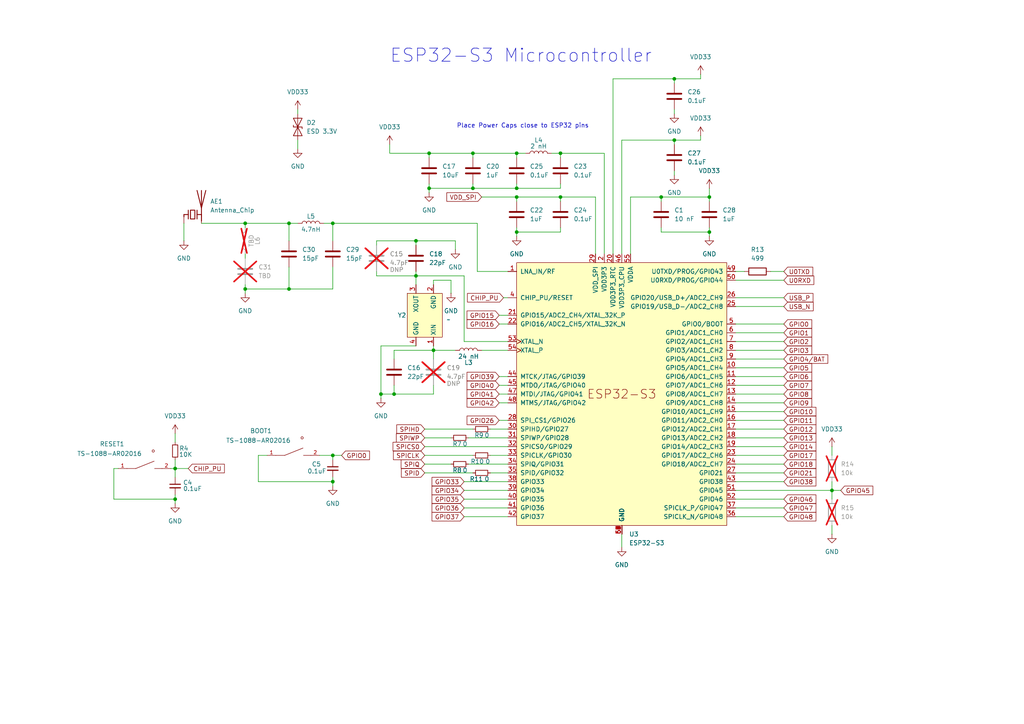
<source format=kicad_sch>
(kicad_sch
	(version 20250114)
	(generator "eeschema")
	(generator_version "9.0")
	(uuid "904343b9-ea98-4248-a507-738b9438563f")
	(paper "A4")
	(title_block
		(title "ESP32-S3 MCU")
		(date "2025-09-17")
		(rev "1")
		(company "PGA")
	)
	(lib_symbols
		(symbol "Device:Antenna_Chip"
			(pin_numbers
				(hide yes)
			)
			(pin_names
				(offset 1.016)
				(hide yes)
			)
			(exclude_from_sim no)
			(in_bom yes)
			(on_board yes)
			(property "Reference" "AE1"
				(at 5.08 3.8101 0)
				(effects
					(font
						(size 1.27 1.27)
					)
					(justify left)
				)
			)
			(property "Value" "Antenna_Chip"
				(at 5.08 1.2701 0)
				(effects
					(font
						(size 1.27 1.27)
					)
					(justify left)
				)
			)
			(property "Footprint" "RF_Antenna:Texas_SWRA117D_2.4GHz_Left"
				(at -2.54 4.445 0)
				(effects
					(font
						(size 1.27 1.27)
					)
					(hide yes)
				)
			)
			(property "Datasheet" "~"
				(at -2.54 4.445 0)
				(effects
					(font
						(size 1.27 1.27)
					)
					(hide yes)
				)
			)
			(property "Description" ""
				(at 0 0 0)
				(effects
					(font
						(size 1.27 1.27)
					)
					(hide yes)
				)
			)
			(property "ki_keywords" "antenna"
				(at 0 0 0)
				(effects
					(font
						(size 1.27 1.27)
					)
					(hide yes)
				)
			)
			(symbol "Antenna_Chip_0_1"
				(polyline
					(pts
						(xy -2.54 0) (xy -2.54 -0.635)
					)
					(stroke
						(width 0.254)
						(type default)
					)
					(fill
						(type none)
					)
				)
				(polyline
					(pts
						(xy -2.54 0) (xy -1.27 0)
					)
					(stroke
						(width 0.254)
						(type default)
					)
					(fill
						(type none)
					)
				)
				(polyline
					(pts
						(xy -1.27 1.27) (xy -1.27 -1.27) (xy -1.27 0)
					)
					(stroke
						(width 0.254)
						(type default)
					)
					(fill
						(type none)
					)
				)
				(polyline
					(pts
						(xy -0.635 1.27) (xy 0.635 1.27) (xy 0.635 -1.27) (xy -0.635 -1.27) (xy -0.635 1.27)
					)
					(stroke
						(width 0.254)
						(type default)
					)
					(fill
						(type none)
					)
				)
				(polyline
					(pts
						(xy 1.27 1.27) (xy 1.27 -1.27)
					)
					(stroke
						(width 0.254)
						(type default)
					)
					(fill
						(type none)
					)
				)
				(polyline
					(pts
						(xy 1.27 0) (xy 2.54 0)
					)
					(stroke
						(width 0.254)
						(type default)
					)
					(fill
						(type none)
					)
				)
				(polyline
					(pts
						(xy 2.54 6.985) (xy 2.54 -1.905)
					)
					(stroke
						(width 0.254)
						(type default)
					)
					(fill
						(type none)
					)
				)
				(polyline
					(pts
						(xy 2.54 -0.635) (xy 2.54 0)
					)
					(stroke
						(width 0)
						(type default)
					)
					(fill
						(type none)
					)
				)
				(polyline
					(pts
						(xy 3.81 6.985) (xy 2.54 1.905) (xy 1.27 6.985)
					)
					(stroke
						(width 0.254)
						(type default)
					)
					(fill
						(type none)
					)
				)
			)
			(symbol "Antenna_Chip_1_1"
				(pin input line
					(at -2.54 -2.54 90)
					(length 2.54)
					(name "FEED"
						(effects
							(font
								(size 1.27 1.27)
							)
						)
					)
					(number "2"
						(effects
							(font
								(size 1.27 1.27)
							)
						)
					)
				)
				(pin passive line
					(at 2.54 -2.54 90)
					(length 2.54)
					(name "PCB_Trace"
						(effects
							(font
								(size 1.27 1.27)
							)
						)
					)
					(number "1"
						(effects
							(font
								(size 1.27 1.27)
							)
						)
					)
				)
			)
			(embedded_fonts no)
		)
		(symbol "Device:C"
			(pin_numbers
				(hide yes)
			)
			(pin_names
				(offset 0.254)
			)
			(exclude_from_sim no)
			(in_bom yes)
			(on_board yes)
			(property "Reference" "C"
				(at 0.635 2.54 0)
				(effects
					(font
						(size 1.27 1.27)
					)
					(justify left)
				)
			)
			(property "Value" "C"
				(at 0.635 -2.54 0)
				(effects
					(font
						(size 1.27 1.27)
					)
					(justify left)
				)
			)
			(property "Footprint" ""
				(at 0.9652 -3.81 0)
				(effects
					(font
						(size 1.27 1.27)
					)
					(hide yes)
				)
			)
			(property "Datasheet" "~"
				(at 0 0 0)
				(effects
					(font
						(size 1.27 1.27)
					)
					(hide yes)
				)
			)
			(property "Description" "Unpolarized capacitor"
				(at 0 0 0)
				(effects
					(font
						(size 1.27 1.27)
					)
					(hide yes)
				)
			)
			(property "ki_keywords" "cap capacitor"
				(at 0 0 0)
				(effects
					(font
						(size 1.27 1.27)
					)
					(hide yes)
				)
			)
			(property "ki_fp_filters" "C_*"
				(at 0 0 0)
				(effects
					(font
						(size 1.27 1.27)
					)
					(hide yes)
				)
			)
			(symbol "C_0_1"
				(polyline
					(pts
						(xy -2.032 0.762) (xy 2.032 0.762)
					)
					(stroke
						(width 0.508)
						(type default)
					)
					(fill
						(type none)
					)
				)
				(polyline
					(pts
						(xy -2.032 -0.762) (xy 2.032 -0.762)
					)
					(stroke
						(width 0.508)
						(type default)
					)
					(fill
						(type none)
					)
				)
			)
			(symbol "C_1_1"
				(pin passive line
					(at 0 3.81 270)
					(length 2.794)
					(name "~"
						(effects
							(font
								(size 1.27 1.27)
							)
						)
					)
					(number "1"
						(effects
							(font
								(size 1.27 1.27)
							)
						)
					)
				)
				(pin passive line
					(at 0 -3.81 90)
					(length 2.794)
					(name "~"
						(effects
							(font
								(size 1.27 1.27)
							)
						)
					)
					(number "2"
						(effects
							(font
								(size 1.27 1.27)
							)
						)
					)
				)
			)
			(embedded_fonts no)
		)
		(symbol "Device:C_Small"
			(pin_numbers
				(hide yes)
			)
			(pin_names
				(offset 0.254)
				(hide yes)
			)
			(exclude_from_sim no)
			(in_bom yes)
			(on_board yes)
			(property "Reference" "C"
				(at 0.254 1.778 0)
				(effects
					(font
						(size 1.27 1.27)
					)
					(justify left)
				)
			)
			(property "Value" "C_Small"
				(at 0.254 -2.032 0)
				(effects
					(font
						(size 1.27 1.27)
					)
					(justify left)
				)
			)
			(property "Footprint" ""
				(at 0 0 0)
				(effects
					(font
						(size 1.27 1.27)
					)
					(hide yes)
				)
			)
			(property "Datasheet" "~"
				(at 0 0 0)
				(effects
					(font
						(size 1.27 1.27)
					)
					(hide yes)
				)
			)
			(property "Description" "Unpolarized capacitor, small symbol"
				(at 0 0 0)
				(effects
					(font
						(size 1.27 1.27)
					)
					(hide yes)
				)
			)
			(property "ki_keywords" "capacitor cap"
				(at 0 0 0)
				(effects
					(font
						(size 1.27 1.27)
					)
					(hide yes)
				)
			)
			(property "ki_fp_filters" "C_*"
				(at 0 0 0)
				(effects
					(font
						(size 1.27 1.27)
					)
					(hide yes)
				)
			)
			(symbol "C_Small_0_1"
				(polyline
					(pts
						(xy -1.524 0.508) (xy 1.524 0.508)
					)
					(stroke
						(width 0.3048)
						(type default)
					)
					(fill
						(type none)
					)
				)
				(polyline
					(pts
						(xy -1.524 -0.508) (xy 1.524 -0.508)
					)
					(stroke
						(width 0.3302)
						(type default)
					)
					(fill
						(type none)
					)
				)
			)
			(symbol "C_Small_1_1"
				(pin passive line
					(at 0 2.54 270)
					(length 2.032)
					(name "~"
						(effects
							(font
								(size 1.27 1.27)
							)
						)
					)
					(number "1"
						(effects
							(font
								(size 1.27 1.27)
							)
						)
					)
				)
				(pin passive line
					(at 0 -2.54 90)
					(length 2.032)
					(name "~"
						(effects
							(font
								(size 1.27 1.27)
							)
						)
					)
					(number "2"
						(effects
							(font
								(size 1.27 1.27)
							)
						)
					)
				)
			)
			(embedded_fonts no)
		)
		(symbol "Device:L"
			(pin_numbers
				(hide yes)
			)
			(pin_names
				(offset 1.016)
				(hide yes)
			)
			(exclude_from_sim no)
			(in_bom yes)
			(on_board yes)
			(property "Reference" "L"
				(at -1.27 0 90)
				(effects
					(font
						(size 1.27 1.27)
					)
				)
			)
			(property "Value" "L"
				(at 1.905 0 90)
				(effects
					(font
						(size 1.27 1.27)
					)
				)
			)
			(property "Footprint" ""
				(at 0 0 0)
				(effects
					(font
						(size 1.27 1.27)
					)
					(hide yes)
				)
			)
			(property "Datasheet" "~"
				(at 0 0 0)
				(effects
					(font
						(size 1.27 1.27)
					)
					(hide yes)
				)
			)
			(property "Description" "Inductor"
				(at 0 0 0)
				(effects
					(font
						(size 1.27 1.27)
					)
					(hide yes)
				)
			)
			(property "ki_keywords" "inductor choke coil reactor magnetic"
				(at 0 0 0)
				(effects
					(font
						(size 1.27 1.27)
					)
					(hide yes)
				)
			)
			(property "ki_fp_filters" "Choke_* *Coil* Inductor_* L_*"
				(at 0 0 0)
				(effects
					(font
						(size 1.27 1.27)
					)
					(hide yes)
				)
			)
			(symbol "L_0_1"
				(arc
					(start 0 2.54)
					(mid 0.6323 1.905)
					(end 0 1.27)
					(stroke
						(width 0)
						(type default)
					)
					(fill
						(type none)
					)
				)
				(arc
					(start 0 1.27)
					(mid 0.6323 0.635)
					(end 0 0)
					(stroke
						(width 0)
						(type default)
					)
					(fill
						(type none)
					)
				)
				(arc
					(start 0 0)
					(mid 0.6323 -0.635)
					(end 0 -1.27)
					(stroke
						(width 0)
						(type default)
					)
					(fill
						(type none)
					)
				)
				(arc
					(start 0 -1.27)
					(mid 0.6323 -1.905)
					(end 0 -2.54)
					(stroke
						(width 0)
						(type default)
					)
					(fill
						(type none)
					)
				)
			)
			(symbol "L_1_1"
				(pin passive line
					(at 0 3.81 270)
					(length 1.27)
					(name "1"
						(effects
							(font
								(size 1.27 1.27)
							)
						)
					)
					(number "1"
						(effects
							(font
								(size 1.27 1.27)
							)
						)
					)
				)
				(pin passive line
					(at 0 -3.81 90)
					(length 1.27)
					(name "2"
						(effects
							(font
								(size 1.27 1.27)
							)
						)
					)
					(number "2"
						(effects
							(font
								(size 1.27 1.27)
							)
						)
					)
				)
			)
			(embedded_fonts no)
		)
		(symbol "Device:R"
			(pin_numbers
				(hide yes)
			)
			(pin_names
				(offset 0)
			)
			(exclude_from_sim no)
			(in_bom yes)
			(on_board yes)
			(property "Reference" "R"
				(at 2.032 0 90)
				(effects
					(font
						(size 1.27 1.27)
					)
				)
			)
			(property "Value" "R"
				(at 0 0 90)
				(effects
					(font
						(size 1.27 1.27)
					)
				)
			)
			(property "Footprint" ""
				(at -1.778 0 90)
				(effects
					(font
						(size 1.27 1.27)
					)
					(hide yes)
				)
			)
			(property "Datasheet" "~"
				(at 0 0 0)
				(effects
					(font
						(size 1.27 1.27)
					)
					(hide yes)
				)
			)
			(property "Description" "Resistor"
				(at 0 0 0)
				(effects
					(font
						(size 1.27 1.27)
					)
					(hide yes)
				)
			)
			(property "ki_keywords" "R res resistor"
				(at 0 0 0)
				(effects
					(font
						(size 1.27 1.27)
					)
					(hide yes)
				)
			)
			(property "ki_fp_filters" "R_*"
				(at 0 0 0)
				(effects
					(font
						(size 1.27 1.27)
					)
					(hide yes)
				)
			)
			(symbol "R_0_1"
				(rectangle
					(start -1.016 -2.54)
					(end 1.016 2.54)
					(stroke
						(width 0.254)
						(type default)
					)
					(fill
						(type none)
					)
				)
			)
			(symbol "R_1_1"
				(pin passive line
					(at 0 3.81 270)
					(length 1.27)
					(name "~"
						(effects
							(font
								(size 1.27 1.27)
							)
						)
					)
					(number "1"
						(effects
							(font
								(size 1.27 1.27)
							)
						)
					)
				)
				(pin passive line
					(at 0 -3.81 90)
					(length 1.27)
					(name "~"
						(effects
							(font
								(size 1.27 1.27)
							)
						)
					)
					(number "2"
						(effects
							(font
								(size 1.27 1.27)
							)
						)
					)
				)
			)
			(embedded_fonts no)
		)
		(symbol "Device:R_Small"
			(pin_numbers
				(hide yes)
			)
			(pin_names
				(offset 0.254)
				(hide yes)
			)
			(exclude_from_sim no)
			(in_bom yes)
			(on_board yes)
			(property "Reference" "R"
				(at 0.762 0.508 0)
				(effects
					(font
						(size 1.27 1.27)
					)
					(justify left)
				)
			)
			(property "Value" "R_Small"
				(at 0.762 -1.016 0)
				(effects
					(font
						(size 1.27 1.27)
					)
					(justify left)
				)
			)
			(property "Footprint" ""
				(at 0 0 0)
				(effects
					(font
						(size 1.27 1.27)
					)
					(hide yes)
				)
			)
			(property "Datasheet" "~"
				(at 0 0 0)
				(effects
					(font
						(size 1.27 1.27)
					)
					(hide yes)
				)
			)
			(property "Description" "Resistor, small symbol"
				(at 0 0 0)
				(effects
					(font
						(size 1.27 1.27)
					)
					(hide yes)
				)
			)
			(property "ki_keywords" "R resistor"
				(at 0 0 0)
				(effects
					(font
						(size 1.27 1.27)
					)
					(hide yes)
				)
			)
			(property "ki_fp_filters" "R_*"
				(at 0 0 0)
				(effects
					(font
						(size 1.27 1.27)
					)
					(hide yes)
				)
			)
			(symbol "R_Small_0_1"
				(rectangle
					(start -0.762 1.778)
					(end 0.762 -1.778)
					(stroke
						(width 0.2032)
						(type default)
					)
					(fill
						(type none)
					)
				)
			)
			(symbol "R_Small_1_1"
				(pin passive line
					(at 0 2.54 270)
					(length 0.762)
					(name "~"
						(effects
							(font
								(size 1.27 1.27)
							)
						)
					)
					(number "1"
						(effects
							(font
								(size 1.27 1.27)
							)
						)
					)
				)
				(pin passive line
					(at 0 -2.54 90)
					(length 0.762)
					(name "~"
						(effects
							(font
								(size 1.27 1.27)
							)
						)
					)
					(number "2"
						(effects
							(font
								(size 1.27 1.27)
							)
						)
					)
				)
			)
			(embedded_fonts no)
		)
		(symbol "Diode:ESD131-B1-W0201"
			(pin_numbers
				(hide yes)
			)
			(pin_names
				(offset 1.016)
				(hide yes)
			)
			(exclude_from_sim no)
			(in_bom yes)
			(on_board yes)
			(property "Reference" "D"
				(at 0 2.54 0)
				(effects
					(font
						(size 1.27 1.27)
					)
				)
			)
			(property "Value" "ESD131-B1-W0201"
				(at 0 -2.54 0)
				(effects
					(font
						(size 1.27 1.27)
					)
				)
			)
			(property "Footprint" "Diode_SMD:Infineon_SG-WLL-2-3_0.58x0.28_P0.36mm"
				(at 0 0 0)
				(effects
					(font
						(size 1.27 1.27)
					)
					(hide yes)
				)
			)
			(property "Datasheet" "https://www.infineon.com/dgdl/Infineon-ESD131-B1-W0201-DataSheet-v02_00-EN.pdf?fileId=5546d4625cc9456a015ce94850964889"
				(at 0 0 0)
				(effects
					(font
						(size 1.27 1.27)
					)
					(hide yes)
				)
			)
			(property "Description" "Bidirectional ESD protection diode, ±5.5Vrwm, 0.23pF, SG-WLL-2-3"
				(at 0 0 0)
				(effects
					(font
						(size 1.27 1.27)
					)
					(hide yes)
				)
			)
			(property "ki_keywords" "diode TVS ESD"
				(at 0 0 0)
				(effects
					(font
						(size 1.27 1.27)
					)
					(hide yes)
				)
			)
			(property "ki_fp_filters" "*SG?WLL?2?3*"
				(at 0 0 0)
				(effects
					(font
						(size 1.27 1.27)
					)
					(hide yes)
				)
			)
			(symbol "ESD131-B1-W0201_0_1"
				(polyline
					(pts
						(xy -2.54 -1.27) (xy 0 0) (xy -2.54 1.27) (xy -2.54 -1.27)
					)
					(stroke
						(width 0.2032)
						(type default)
					)
					(fill
						(type none)
					)
				)
				(polyline
					(pts
						(xy 0.508 1.27) (xy 0 1.27) (xy 0 -1.27) (xy -0.508 -1.27)
					)
					(stroke
						(width 0.2032)
						(type default)
					)
					(fill
						(type none)
					)
				)
				(polyline
					(pts
						(xy 1.27 0) (xy -1.27 0)
					)
					(stroke
						(width 0)
						(type default)
					)
					(fill
						(type none)
					)
				)
				(polyline
					(pts
						(xy 2.54 1.27) (xy 2.54 -1.27) (xy 0 0) (xy 2.54 1.27)
					)
					(stroke
						(width 0.2032)
						(type default)
					)
					(fill
						(type none)
					)
				)
			)
			(symbol "ESD131-B1-W0201_1_1"
				(pin passive line
					(at -3.81 0 0)
					(length 2.54)
					(name "A1"
						(effects
							(font
								(size 1.27 1.27)
							)
						)
					)
					(number "1"
						(effects
							(font
								(size 1.27 1.27)
							)
						)
					)
				)
				(pin passive line
					(at 3.81 0 180)
					(length 2.54)
					(name "A2"
						(effects
							(font
								(size 1.27 1.27)
							)
						)
					)
					(number "2"
						(effects
							(font
								(size 1.27 1.27)
							)
						)
					)
				)
			)
			(embedded_fonts no)
		)
		(symbol "Espressif:ESP32-S3"
			(pin_names
				(offset 1.016)
			)
			(exclude_from_sim no)
			(in_bom yes)
			(on_board yes)
			(property "Reference" "U3"
				(at 2.1433 -40.64 0)
				(effects
					(font
						(size 1.27 1.27)
					)
					(justify left)
				)
			)
			(property "Value" "ESP32-S3"
				(at 2.1433 -43.18 0)
				(effects
					(font
						(size 1.27 1.27)
					)
					(justify left)
				)
			)
			(property "Footprint" "ESP32-S3:IC_ESP32-S3"
				(at 0 -48.26 0)
				(effects
					(font
						(size 1.27 1.27)
					)
					(hide yes)
				)
			)
			(property "Datasheet" "https://www.espressif.com/sites/default/files/documentation/esp32-s3_datasheet_en.pdf"
				(at 0 -50.8 0)
				(effects
					(font
						(size 1.27 1.27)
					)
					(hide yes)
				)
			)
			(property "Description" "ESP32-S3 is a low-power MCU-based system-on-chip (SoC) that supports 2.4 GHz Wi-Fi and Bluetooth® Low Energy (Bluetooth LE). It consists of high-performance dual-core microprocessor (Xtensa® 32-bit LX7), a low power coprocessor, a Wi-Fi baseband, a Bluetooth LE baseband, RF module, and peripherals."
				(at 0 0 0)
				(effects
					(font
						(size 1.27 1.27)
					)
					(hide yes)
				)
			)
			(property "MPN" "ESP32-S3"
				(at 0 0 0)
				(effects
					(font
						(size 1.27 1.27)
					)
					(hide yes)
				)
			)
			(property "LCSC PN" "C2913192"
				(at 0 0 0)
				(effects
					(font
						(size 1.27 1.27)
					)
					(hide yes)
				)
			)
			(symbol "ESP32-S3_0_0"
				(text "ESP32-S3"
					(at 0 0 0)
					(effects
						(font
							(size 2.54 2.54)
						)
					)
				)
				(pin bidirectional line
					(at 33.02 -33.02 180)
					(length 2.54)
					(name "SPICLK_P/GPIO47"
						(effects
							(font
								(size 1.27 1.27)
							)
						)
					)
					(number "37"
						(effects
							(font
								(size 1.27 1.27)
							)
						)
					)
				)
				(pin bidirectional line
					(at 33.02 -35.56 180)
					(length 2.54)
					(name "SPICLK_N/GPIO48"
						(effects
							(font
								(size 1.27 1.27)
							)
						)
					)
					(number "36"
						(effects
							(font
								(size 1.27 1.27)
							)
						)
					)
				)
			)
			(symbol "ESP32-S3_0_1"
				(rectangle
					(start -30.48 38.1)
					(end 30.48 -38.1)
					(stroke
						(width 0)
						(type default)
					)
					(fill
						(type background)
					)
				)
			)
			(symbol "ESP32-S3_1_1"
				(pin bidirectional line
					(at -33.02 35.56 0)
					(length 2.54)
					(name "LNA_IN/RF"
						(effects
							(font
								(size 1.27 1.27)
							)
						)
					)
					(number "1"
						(effects
							(font
								(size 1.27 1.27)
							)
						)
					)
				)
				(pin input line
					(at -33.02 27.94 0)
					(length 2.54)
					(name "CHIP_PU/RESET"
						(effects
							(font
								(size 1.27 1.27)
							)
						)
					)
					(number "4"
						(effects
							(font
								(size 1.27 1.27)
							)
						)
					)
				)
				(pin bidirectional line
					(at -33.02 22.86 0)
					(length 2.54)
					(name "GPIO15/ADC2_CH4/XTAL_32K_P"
						(effects
							(font
								(size 1.27 1.27)
							)
						)
					)
					(number "21"
						(effects
							(font
								(size 1.27 1.27)
							)
						)
					)
				)
				(pin bidirectional line
					(at -33.02 20.32 0)
					(length 2.54)
					(name "GPIO16/ADC2_CH5/XTAL_32K_N"
						(effects
							(font
								(size 1.27 1.27)
							)
						)
					)
					(number "22"
						(effects
							(font
								(size 1.27 1.27)
							)
						)
					)
				)
				(pin input clock
					(at -33.02 15.24 0)
					(length 2.54)
					(name "XTAL_N"
						(effects
							(font
								(size 1.27 1.27)
							)
						)
					)
					(number "53"
						(effects
							(font
								(size 1.27 1.27)
							)
						)
					)
				)
				(pin output clock
					(at -33.02 12.7 0)
					(length 2.54)
					(name "XTAL_P"
						(effects
							(font
								(size 1.27 1.27)
							)
						)
					)
					(number "54"
						(effects
							(font
								(size 1.27 1.27)
							)
						)
					)
				)
				(pin bidirectional line
					(at -33.02 5.08 0)
					(length 2.54)
					(name "MTCK/JTAG/GPIO39"
						(effects
							(font
								(size 1.27 1.27)
							)
						)
					)
					(number "44"
						(effects
							(font
								(size 1.27 1.27)
							)
						)
					)
				)
				(pin bidirectional line
					(at -33.02 2.54 0)
					(length 2.54)
					(name "MTDO/JTAG/GPIO40"
						(effects
							(font
								(size 1.27 1.27)
							)
						)
					)
					(number "45"
						(effects
							(font
								(size 1.27 1.27)
							)
						)
					)
				)
				(pin bidirectional line
					(at -33.02 0 0)
					(length 2.54)
					(name "MTDI/JTAG/GPIO41"
						(effects
							(font
								(size 1.27 1.27)
							)
						)
					)
					(number "47"
						(effects
							(font
								(size 1.27 1.27)
							)
						)
					)
				)
				(pin bidirectional line
					(at -33.02 -2.54 0)
					(length 2.54)
					(name "MTMS/JTAG/GPIO42"
						(effects
							(font
								(size 1.27 1.27)
							)
						)
					)
					(number "48"
						(effects
							(font
								(size 1.27 1.27)
							)
						)
					)
				)
				(pin bidirectional line
					(at -33.02 -7.62 0)
					(length 2.54)
					(name "SPI_CS1/GPIO26"
						(effects
							(font
								(size 1.27 1.27)
							)
						)
					)
					(number "28"
						(effects
							(font
								(size 1.27 1.27)
							)
						)
					)
				)
				(pin bidirectional line
					(at -33.02 -10.16 0)
					(length 2.54)
					(name "SPIHD/GPIO27"
						(effects
							(font
								(size 1.27 1.27)
							)
						)
					)
					(number "30"
						(effects
							(font
								(size 1.27 1.27)
							)
						)
					)
				)
				(pin bidirectional line
					(at -33.02 -12.7 0)
					(length 2.54)
					(name "SPIWP/GPIO28"
						(effects
							(font
								(size 1.27 1.27)
							)
						)
					)
					(number "31"
						(effects
							(font
								(size 1.27 1.27)
							)
						)
					)
				)
				(pin bidirectional line
					(at -33.02 -15.24 0)
					(length 2.54)
					(name "SPICS0/GPIO29"
						(effects
							(font
								(size 1.27 1.27)
							)
						)
					)
					(number "32"
						(effects
							(font
								(size 1.27 1.27)
							)
						)
					)
				)
				(pin bidirectional line
					(at -33.02 -17.78 0)
					(length 2.54)
					(name "SPICLK/GPIO30"
						(effects
							(font
								(size 1.27 1.27)
							)
						)
					)
					(number "33"
						(effects
							(font
								(size 1.27 1.27)
							)
						)
					)
				)
				(pin bidirectional line
					(at -33.02 -20.32 0)
					(length 2.54)
					(name "SPIQ/GPIO31"
						(effects
							(font
								(size 1.27 1.27)
							)
						)
					)
					(number "34"
						(effects
							(font
								(size 1.27 1.27)
							)
						)
					)
				)
				(pin bidirectional line
					(at -33.02 -22.86 0)
					(length 2.54)
					(name "SPID/GPIO32"
						(effects
							(font
								(size 1.27 1.27)
							)
						)
					)
					(number "35"
						(effects
							(font
								(size 1.27 1.27)
							)
						)
					)
				)
				(pin bidirectional line
					(at -33.02 -25.4 0)
					(length 2.54)
					(name "GPIO33"
						(effects
							(font
								(size 1.27 1.27)
							)
						)
					)
					(number "38"
						(effects
							(font
								(size 1.27 1.27)
							)
						)
					)
				)
				(pin bidirectional line
					(at -33.02 -27.94 0)
					(length 2.54)
					(name "GPIO34"
						(effects
							(font
								(size 1.27 1.27)
							)
						)
					)
					(number "39"
						(effects
							(font
								(size 1.27 1.27)
							)
						)
					)
				)
				(pin bidirectional line
					(at -33.02 -30.48 0)
					(length 2.54)
					(name "GPIO35"
						(effects
							(font
								(size 1.27 1.27)
							)
						)
					)
					(number "40"
						(effects
							(font
								(size 1.27 1.27)
							)
						)
					)
				)
				(pin bidirectional line
					(at -33.02 -33.02 0)
					(length 2.54)
					(name "GPIO36"
						(effects
							(font
								(size 1.27 1.27)
							)
						)
					)
					(number "41"
						(effects
							(font
								(size 1.27 1.27)
							)
						)
					)
				)
				(pin bidirectional line
					(at -33.02 -35.56 0)
					(length 2.54)
					(name "GPIO37"
						(effects
							(font
								(size 1.27 1.27)
							)
						)
					)
					(number "42"
						(effects
							(font
								(size 1.27 1.27)
							)
						)
					)
				)
				(pin power_out line
					(at -7.62 40.64 270)
					(length 2.54)
					(name "VDD_SPI"
						(effects
							(font
								(size 1.27 1.27)
							)
						)
					)
					(number "29"
						(effects
							(font
								(size 1.27 1.27)
							)
						)
					)
				)
				(pin power_in line
					(at -5.08 40.64 270)
					(length 2.54)
					(name "VDD3P3"
						(effects
							(font
								(size 1.27 1.27)
							)
						)
					)
					(number "2"
						(effects
							(font
								(size 1.27 1.27)
							)
						)
					)
				)
				(pin power_in line
					(at -5.08 40.64 270)
					(length 2.54)
					(hide yes)
					(name "VDD3P3"
						(effects
							(font
								(size 1.27 1.27)
							)
						)
					)
					(number "3"
						(effects
							(font
								(size 1.27 1.27)
							)
						)
					)
				)
				(pin power_in line
					(at -2.54 40.64 270)
					(length 2.54)
					(name "VDD3P3_RTC"
						(effects
							(font
								(size 1.27 1.27)
							)
						)
					)
					(number "20"
						(effects
							(font
								(size 1.27 1.27)
							)
						)
					)
				)
				(pin power_in line
					(at 0 40.64 270)
					(length 2.54)
					(name "VDD3P3_CPU"
						(effects
							(font
								(size 1.27 1.27)
							)
						)
					)
					(number "46"
						(effects
							(font
								(size 1.27 1.27)
							)
						)
					)
				)
				(pin power_in line
					(at 0 -40.64 90)
					(length 2.54)
					(name "GND"
						(effects
							(font
								(size 1.27 1.27)
							)
						)
					)
					(number "57"
						(effects
							(font
								(size 1.27 1.27)
							)
						)
					)
				)
				(pin power_in line
					(at 0 -40.64 90)
					(length 2.54)
					(name "GND"
						(effects
							(font
								(size 1.27 1.27)
							)
						)
					)
					(number "58"
						(effects
							(font
								(size 1.27 1.27)
							)
						)
					)
				)
				(pin power_in line
					(at 0 -40.64 90)
					(length 2.54)
					(name "GND"
						(effects
							(font
								(size 1.27 1.27)
							)
						)
					)
					(number "59"
						(effects
							(font
								(size 1.27 1.27)
							)
						)
					)
				)
				(pin power_in line
					(at 0 -40.64 90)
					(length 2.54)
					(name "GND"
						(effects
							(font
								(size 1.27 1.27)
							)
						)
					)
					(number "60"
						(effects
							(font
								(size 1.27 1.27)
							)
						)
					)
				)
				(pin power_in line
					(at 0 -40.64 90)
					(length 2.54)
					(name "GND"
						(effects
							(font
								(size 1.27 1.27)
							)
						)
					)
					(number "61"
						(effects
							(font
								(size 1.27 1.27)
							)
						)
					)
				)
				(pin power_in line
					(at 0 -40.64 90)
					(length 2.54)
					(name "GND"
						(effects
							(font
								(size 1.27 1.27)
							)
						)
					)
					(number "62"
						(effects
							(font
								(size 1.27 1.27)
							)
						)
					)
				)
				(pin power_in line
					(at 0 -40.64 90)
					(length 2.54)
					(name "GND"
						(effects
							(font
								(size 1.27 1.27)
							)
						)
					)
					(number "63"
						(effects
							(font
								(size 1.27 1.27)
							)
						)
					)
				)
				(pin power_in line
					(at 0 -40.64 90)
					(length 2.54)
					(name "GND"
						(effects
							(font
								(size 1.27 1.27)
							)
						)
					)
					(number "64"
						(effects
							(font
								(size 1.27 1.27)
							)
						)
					)
				)
				(pin power_in line
					(at 0 -40.64 90)
					(length 2.54)
					(name "GND"
						(effects
							(font
								(size 1.27 1.27)
							)
						)
					)
					(number "65"
						(effects
							(font
								(size 1.27 1.27)
							)
						)
					)
				)
				(pin power_in line
					(at 0 -40.64 90)
					(length 2.54)
					(name "GND"
						(effects
							(font
								(size 1.27 1.27)
							)
						)
					)
					(number "66"
						(effects
							(font
								(size 1.27 1.27)
							)
						)
					)
				)
				(pin power_in line
					(at 0 -40.64 90)
					(length 2.54)
					(name "GND"
						(effects
							(font
								(size 1.27 1.27)
							)
						)
					)
					(number "67"
						(effects
							(font
								(size 1.27 1.27)
							)
						)
					)
				)
				(pin power_in line
					(at 0 -40.64 90)
					(length 2.54)
					(name "GND"
						(effects
							(font
								(size 1.27 1.27)
							)
						)
					)
					(number "68"
						(effects
							(font
								(size 1.27 1.27)
							)
						)
					)
				)
				(pin power_in line
					(at 0 -40.64 90)
					(length 2.54)
					(name "GND"
						(effects
							(font
								(size 1.27 1.27)
							)
						)
					)
					(number "69"
						(effects
							(font
								(size 1.27 1.27)
							)
						)
					)
				)
				(pin power_in line
					(at 2.54 40.64 270)
					(length 2.54)
					(name "VDDA"
						(effects
							(font
								(size 1.27 1.27)
							)
						)
					)
					(number "55"
						(effects
							(font
								(size 1.27 1.27)
							)
						)
					)
				)
				(pin passive line
					(at 2.54 40.64 270)
					(length 2.54)
					(hide yes)
					(name "VDDA"
						(effects
							(font
								(size 1.27 1.27)
							)
						)
					)
					(number "56"
						(effects
							(font
								(size 1.27 1.27)
							)
						)
					)
				)
				(pin bidirectional line
					(at 33.02 35.56 180)
					(length 2.54)
					(name "U0TXD/PROG/GPIO43"
						(effects
							(font
								(size 1.27 1.27)
							)
						)
					)
					(number "49"
						(effects
							(font
								(size 1.27 1.27)
							)
						)
					)
				)
				(pin bidirectional line
					(at 33.02 33.02 180)
					(length 2.54)
					(name "U0RXD/PROG/GPIO44"
						(effects
							(font
								(size 1.27 1.27)
							)
						)
					)
					(number "50"
						(effects
							(font
								(size 1.27 1.27)
							)
						)
					)
				)
				(pin bidirectional line
					(at 33.02 27.94 180)
					(length 2.54)
					(name "GPIO20/USB_D+/ADC2_CH9"
						(effects
							(font
								(size 1.27 1.27)
							)
						)
					)
					(number "26"
						(effects
							(font
								(size 1.27 1.27)
							)
						)
					)
				)
				(pin bidirectional line
					(at 33.02 25.4 180)
					(length 2.54)
					(name "GPIO19/USB_D-/ADC2_CH8"
						(effects
							(font
								(size 1.27 1.27)
							)
						)
					)
					(number "25"
						(effects
							(font
								(size 1.27 1.27)
							)
						)
					)
				)
				(pin bidirectional line
					(at 33.02 20.32 180)
					(length 2.54)
					(name "GPIO0/BOOT"
						(effects
							(font
								(size 1.27 1.27)
							)
						)
					)
					(number "5"
						(effects
							(font
								(size 1.27 1.27)
							)
						)
					)
				)
				(pin bidirectional line
					(at 33.02 17.78 180)
					(length 2.54)
					(name "GPIO1/ADC1_CH0"
						(effects
							(font
								(size 1.27 1.27)
							)
						)
					)
					(number "6"
						(effects
							(font
								(size 1.27 1.27)
							)
						)
					)
				)
				(pin bidirectional line
					(at 33.02 15.24 180)
					(length 2.54)
					(name "GPIO2/ADC1_CH1"
						(effects
							(font
								(size 1.27 1.27)
							)
						)
					)
					(number "7"
						(effects
							(font
								(size 1.27 1.27)
							)
						)
					)
				)
				(pin bidirectional line
					(at 33.02 12.7 180)
					(length 2.54)
					(name "GPIO3/ADC1_CH2"
						(effects
							(font
								(size 1.27 1.27)
							)
						)
					)
					(number "8"
						(effects
							(font
								(size 1.27 1.27)
							)
						)
					)
				)
				(pin bidirectional line
					(at 33.02 10.16 180)
					(length 2.54)
					(name "GPIO4/ADC1_CH3"
						(effects
							(font
								(size 1.27 1.27)
							)
						)
					)
					(number "9"
						(effects
							(font
								(size 1.27 1.27)
							)
						)
					)
				)
				(pin bidirectional line
					(at 33.02 7.62 180)
					(length 2.54)
					(name "GPIO5/ADC1_CH4"
						(effects
							(font
								(size 1.27 1.27)
							)
						)
					)
					(number "10"
						(effects
							(font
								(size 1.27 1.27)
							)
						)
					)
				)
				(pin bidirectional line
					(at 33.02 5.08 180)
					(length 2.54)
					(name "GPIO6/ADC1_CH5"
						(effects
							(font
								(size 1.27 1.27)
							)
						)
					)
					(number "11"
						(effects
							(font
								(size 1.27 1.27)
							)
						)
					)
				)
				(pin bidirectional line
					(at 33.02 2.54 180)
					(length 2.54)
					(name "GPIO7/ADC1_CH6"
						(effects
							(font
								(size 1.27 1.27)
							)
						)
					)
					(number "12"
						(effects
							(font
								(size 1.27 1.27)
							)
						)
					)
				)
				(pin bidirectional line
					(at 33.02 0 180)
					(length 2.54)
					(name "GPIO8/ADC1_CH7"
						(effects
							(font
								(size 1.27 1.27)
							)
						)
					)
					(number "13"
						(effects
							(font
								(size 1.27 1.27)
							)
						)
					)
				)
				(pin bidirectional line
					(at 33.02 -2.54 180)
					(length 2.54)
					(name "GPIO9/ADC1_CH8"
						(effects
							(font
								(size 1.27 1.27)
							)
						)
					)
					(number "14"
						(effects
							(font
								(size 1.27 1.27)
							)
						)
					)
				)
				(pin bidirectional line
					(at 33.02 -5.08 180)
					(length 2.54)
					(name "GPIO10/ADC1_CH9"
						(effects
							(font
								(size 1.27 1.27)
							)
						)
					)
					(number "15"
						(effects
							(font
								(size 1.27 1.27)
							)
						)
					)
				)
				(pin bidirectional line
					(at 33.02 -7.62 180)
					(length 2.54)
					(name "GPIO11/ADC2_CH0"
						(effects
							(font
								(size 1.27 1.27)
							)
						)
					)
					(number "16"
						(effects
							(font
								(size 1.27 1.27)
							)
						)
					)
				)
				(pin bidirectional line
					(at 33.02 -10.16 180)
					(length 2.54)
					(name "GPIO12/ADC2_CH1"
						(effects
							(font
								(size 1.27 1.27)
							)
						)
					)
					(number "17"
						(effects
							(font
								(size 1.27 1.27)
							)
						)
					)
				)
				(pin bidirectional line
					(at 33.02 -12.7 180)
					(length 2.54)
					(name "GPIO13/ADC2_CH2"
						(effects
							(font
								(size 1.27 1.27)
							)
						)
					)
					(number "18"
						(effects
							(font
								(size 1.27 1.27)
							)
						)
					)
				)
				(pin bidirectional line
					(at 33.02 -15.24 180)
					(length 2.54)
					(name "GPIO14/ADC2_CH3"
						(effects
							(font
								(size 1.27 1.27)
							)
						)
					)
					(number "19"
						(effects
							(font
								(size 1.27 1.27)
							)
						)
					)
				)
				(pin bidirectional line
					(at 33.02 -17.78 180)
					(length 2.54)
					(name "GPIO17/ADC2_CH6"
						(effects
							(font
								(size 1.27 1.27)
							)
						)
					)
					(number "23"
						(effects
							(font
								(size 1.27 1.27)
							)
						)
					)
				)
				(pin bidirectional line
					(at 33.02 -20.32 180)
					(length 2.54)
					(name "GPIO18/ADC2_CH7"
						(effects
							(font
								(size 1.27 1.27)
							)
						)
					)
					(number "24"
						(effects
							(font
								(size 1.27 1.27)
							)
						)
					)
				)
				(pin bidirectional line
					(at 33.02 -22.86 180)
					(length 2.54)
					(name "GPIO21"
						(effects
							(font
								(size 1.27 1.27)
							)
						)
					)
					(number "27"
						(effects
							(font
								(size 1.27 1.27)
							)
						)
					)
				)
				(pin bidirectional line
					(at 33.02 -25.4 180)
					(length 2.54)
					(name "GPIO38"
						(effects
							(font
								(size 1.27 1.27)
							)
						)
					)
					(number "43"
						(effects
							(font
								(size 1.27 1.27)
							)
						)
					)
				)
				(pin bidirectional line
					(at 33.02 -27.94 180)
					(length 2.54)
					(name "GPIO45"
						(effects
							(font
								(size 1.27 1.27)
							)
						)
					)
					(number "51"
						(effects
							(font
								(size 1.27 1.27)
							)
						)
					)
				)
				(pin bidirectional line
					(at 33.02 -30.48 180)
					(length 2.54)
					(name "GPIO46"
						(effects
							(font
								(size 1.27 1.27)
							)
						)
					)
					(number "52"
						(effects
							(font
								(size 1.27 1.27)
							)
						)
					)
				)
			)
			(embedded_fonts no)
		)
		(symbol "Oscillator:5YMA40000151SF40E1"
			(exclude_from_sim no)
			(in_bom yes)
			(on_board yes)
			(property "Reference" "Y"
				(at 0 0 0)
				(effects
					(font
						(size 1.27 1.27)
					)
				)
			)
			(property "Value" ""
				(at 0 0 0)
				(effects
					(font
						(size 1.27 1.27)
					)
				)
			)
			(property "Footprint" ""
				(at 0 0 0)
				(effects
					(font
						(size 1.27 1.27)
					)
					(hide yes)
				)
			)
			(property "Datasheet" ""
				(at 0 0 0)
				(effects
					(font
						(size 1.27 1.27)
					)
					(hide yes)
				)
			)
			(property "Description" ""
				(at 0 0 0)
				(effects
					(font
						(size 1.27 1.27)
					)
					(hide yes)
				)
			)
			(symbol "5YMA40000151SF40E1_1_1"
				(rectangle
					(start -6.35 5.08)
					(end 6.35 -5.08)
					(stroke
						(width 0)
						(type solid)
					)
					(fill
						(type color)
						(color 255 255 194 1)
					)
				)
				(pin passive line
					(at -8.89 2.54 0)
					(length 2.54)
					(name "GND"
						(effects
							(font
								(size 1.27 1.27)
							)
						)
					)
					(number "4"
						(effects
							(font
								(size 1.27 1.27)
							)
						)
					)
				)
				(pin input line
					(at -8.89 -2.54 0)
					(length 2.54)
					(name "XIN"
						(effects
							(font
								(size 1.27 1.27)
							)
						)
					)
					(number "1"
						(effects
							(font
								(size 1.27 1.27)
							)
						)
					)
				)
				(pin output line
					(at 8.89 2.54 180)
					(length 2.54)
					(name "XOUT"
						(effects
							(font
								(size 1.27 1.27)
							)
						)
					)
					(number "3"
						(effects
							(font
								(size 1.27 1.27)
							)
						)
					)
				)
				(pin passive line
					(at 8.89 -2.54 180)
					(length 2.54)
					(name "GND"
						(effects
							(font
								(size 1.27 1.27)
							)
						)
					)
					(number "2"
						(effects
							(font
								(size 1.27 1.27)
							)
						)
					)
				)
			)
			(embedded_fonts no)
		)
		(symbol "Switch:TS-1088-AR02016"
			(pin_names
				(offset 1.016)
			)
			(exclude_from_sim no)
			(in_bom yes)
			(on_board yes)
			(property "Reference" "S"
				(at -2.54 2.54 0)
				(effects
					(font
						(size 1.27 1.27)
					)
					(justify left bottom)
				)
			)
			(property "Value" "TS-1088-AR02016"
				(at -2.54 -2.54 0)
				(effects
					(font
						(size 1.27 1.27)
					)
					(justify left top)
				)
			)
			(property "Footprint" "TS-1088-AR02016:SW_TS-1088-AR02016"
				(at 0.762 8.382 0)
				(effects
					(font
						(size 1.27 1.27)
					)
					(justify bottom)
					(hide yes)
				)
			)
			(property "Datasheet" ""
				(at 0 0 0)
				(effects
					(font
						(size 1.27 1.27)
					)
					(hide yes)
				)
			)
			(property "Description" ""
				(at 0 0 0)
				(effects
					(font
						(size 1.27 1.27)
					)
					(hide yes)
				)
			)
			(property "MF" "Xunpu"
				(at 0 5.08 0)
				(effects
					(font
						(size 1.27 1.27)
					)
					(justify bottom)
					(hide yes)
				)
			)
			(property "MAXIMUM_PACKAGE_HEIGHT" "2.0 mm"
				(at 0 5.08 0)
				(effects
					(font
						(size 1.27 1.27)
					)
					(justify bottom)
					(hide yes)
				)
			)
			(property "Package" "Package"
				(at 0 5.08 0)
				(effects
					(font
						(size 1.27 1.27)
					)
					(justify bottom)
					(hide yes)
				)
			)
			(property "Price" "None"
				(at 0.254 8.636 0)
				(effects
					(font
						(size 1.27 1.27)
					)
					(justify bottom)
					(hide yes)
				)
			)
			(property "Check_prices" "https://www.snapeda.com/parts/TS-1088-AR02016/Xunpu/view-part/?ref=eda"
				(at 3.048 14.732 0)
				(effects
					(font
						(size 1.27 1.27)
					)
					(justify bottom)
					(hide yes)
				)
			)
			(property "STANDARD" "Manufacturer Recommendations"
				(at 0 5.08 0)
				(effects
					(font
						(size 1.27 1.27)
					)
					(justify bottom)
					(hide yes)
				)
			)
			(property "PARTREV" "N/A"
				(at 0.254 7.874 0)
				(effects
					(font
						(size 1.27 1.27)
					)
					(justify bottom)
					(hide yes)
				)
			)
			(property "SnapEDA_Link" "https://www.snapeda.com/parts/TS-1088-AR02016/Xunpu/view-part/?ref=snap"
				(at 0 5.08 0)
				(effects
					(font
						(size 1.27 1.27)
					)
					(justify bottom)
					(hide yes)
				)
			)
			(property "MP" "TS-1088-AR02016"
				(at 0 5.08 0)
				(effects
					(font
						(size 1.27 1.27)
					)
					(justify bottom)
					(hide yes)
				)
			)
			(property "Description_1" "50mA 4mm 100MΩ 100,000 Times 12V 160gf 3mm 2mm Round Button Vertical welding SPST SMD Tactile Switches ROHS"
				(at 0 5.08 0)
				(effects
					(font
						(size 1.27 1.27)
					)
					(justify bottom)
					(hide yes)
				)
			)
			(property "Availability" "Not in stock"
				(at 0 5.08 0)
				(effects
					(font
						(size 1.27 1.27)
					)
					(justify bottom)
					(hide yes)
				)
			)
			(property "MANUFACTURER" "Xunpu"
				(at 0 5.08 0)
				(effects
					(font
						(size 1.27 1.27)
					)
					(justify bottom)
					(hide yes)
				)
			)
			(symbol "TS-1088-AR02016_0_0"
				(polyline
					(pts
						(xy -2.54 0) (xy -5.08 0)
					)
					(stroke
						(width 0.1524)
						(type default)
					)
					(fill
						(type none)
					)
				)
				(polyline
					(pts
						(xy -2.54 0) (xy 2.794 2.1336)
					)
					(stroke
						(width 0.1524)
						(type default)
					)
					(fill
						(type none)
					)
				)
				(circle
					(center 2.54 5.08)
					(radius 0.3302)
					(stroke
						(width 0.1524)
						(type default)
					)
					(fill
						(type none)
					)
				)
				(polyline
					(pts
						(xy 5.08 0) (xy 2.921 0)
					)
					(stroke
						(width 0.1524)
						(type default)
					)
					(fill
						(type none)
					)
				)
				(pin passive line
					(at -7.62 0 0)
					(length 2.54)
					(name "~"
						(effects
							(font
								(size 1.016 1.016)
							)
						)
					)
					(number "1"
						(effects
							(font
								(size 1.016 1.016)
							)
						)
					)
				)
				(pin passive line
					(at 7.62 0 180)
					(length 2.54)
					(name "~"
						(effects
							(font
								(size 1.016 1.016)
							)
						)
					)
					(number "2"
						(effects
							(font
								(size 1.016 1.016)
							)
						)
					)
				)
			)
			(embedded_fonts no)
		)
		(symbol "power:GND"
			(power)
			(pin_numbers
				(hide yes)
			)
			(pin_names
				(offset 0)
				(hide yes)
			)
			(exclude_from_sim no)
			(in_bom yes)
			(on_board yes)
			(property "Reference" "#PWR"
				(at 0 -6.35 0)
				(effects
					(font
						(size 1.27 1.27)
					)
					(hide yes)
				)
			)
			(property "Value" "GND"
				(at 0 -3.81 0)
				(effects
					(font
						(size 1.27 1.27)
					)
				)
			)
			(property "Footprint" ""
				(at 0 0 0)
				(effects
					(font
						(size 1.27 1.27)
					)
					(hide yes)
				)
			)
			(property "Datasheet" ""
				(at 0 0 0)
				(effects
					(font
						(size 1.27 1.27)
					)
					(hide yes)
				)
			)
			(property "Description" "Power symbol creates a global label with name \"GND\" , ground"
				(at 0 0 0)
				(effects
					(font
						(size 1.27 1.27)
					)
					(hide yes)
				)
			)
			(property "ki_keywords" "global power"
				(at 0 0 0)
				(effects
					(font
						(size 1.27 1.27)
					)
					(hide yes)
				)
			)
			(symbol "GND_0_1"
				(polyline
					(pts
						(xy 0 0) (xy 0 -1.27) (xy 1.27 -1.27) (xy 0 -2.54) (xy -1.27 -1.27) (xy 0 -1.27)
					)
					(stroke
						(width 0)
						(type default)
					)
					(fill
						(type none)
					)
				)
			)
			(symbol "GND_1_1"
				(pin power_in line
					(at 0 0 270)
					(length 0)
					(name "~"
						(effects
							(font
								(size 1.27 1.27)
							)
						)
					)
					(number "1"
						(effects
							(font
								(size 1.27 1.27)
							)
						)
					)
				)
			)
			(embedded_fonts no)
		)
		(symbol "power:VCC"
			(power)
			(pin_numbers
				(hide yes)
			)
			(pin_names
				(offset 0)
				(hide yes)
			)
			(exclude_from_sim no)
			(in_bom yes)
			(on_board yes)
			(property "Reference" "#PWR"
				(at 0 -3.81 0)
				(effects
					(font
						(size 1.27 1.27)
					)
					(hide yes)
				)
			)
			(property "Value" "VCC"
				(at 0 3.556 0)
				(effects
					(font
						(size 1.27 1.27)
					)
				)
			)
			(property "Footprint" ""
				(at 0 0 0)
				(effects
					(font
						(size 1.27 1.27)
					)
					(hide yes)
				)
			)
			(property "Datasheet" ""
				(at 0 0 0)
				(effects
					(font
						(size 1.27 1.27)
					)
					(hide yes)
				)
			)
			(property "Description" "Power symbol creates a global label with name \"VCC\""
				(at 0 0 0)
				(effects
					(font
						(size 1.27 1.27)
					)
					(hide yes)
				)
			)
			(property "ki_keywords" "global power"
				(at 0 0 0)
				(effects
					(font
						(size 1.27 1.27)
					)
					(hide yes)
				)
			)
			(symbol "VCC_0_1"
				(polyline
					(pts
						(xy -0.762 1.27) (xy 0 2.54)
					)
					(stroke
						(width 0)
						(type default)
					)
					(fill
						(type none)
					)
				)
				(polyline
					(pts
						(xy 0 2.54) (xy 0.762 1.27)
					)
					(stroke
						(width 0)
						(type default)
					)
					(fill
						(type none)
					)
				)
				(polyline
					(pts
						(xy 0 0) (xy 0 2.54)
					)
					(stroke
						(width 0)
						(type default)
					)
					(fill
						(type none)
					)
				)
			)
			(symbol "VCC_1_1"
				(pin power_in line
					(at 0 0 90)
					(length 0)
					(name "~"
						(effects
							(font
								(size 1.27 1.27)
							)
						)
					)
					(number "1"
						(effects
							(font
								(size 1.27 1.27)
							)
						)
					)
				)
			)
			(embedded_fonts no)
		)
	)
	(text "Place Power Caps close to ESP32 pins"
		(exclude_from_sim no)
		(at 151.638 36.576 0)
		(effects
			(font
				(size 1.27 1.27)
			)
		)
		(uuid "6e5b77bc-6233-40a6-be31-718dd1d65b54")
	)
	(text "ESP32-S3 Microcontroller"
		(exclude_from_sim no)
		(at 151.13 16.256 0)
		(effects
			(font
				(size 3.81 3.81)
			)
		)
		(uuid "f4989b60-4253-4e32-9ba7-c75f31261b87")
	)
	(junction
		(at 71.12 83.82)
		(diameter 0)
		(color 0 0 0 0)
		(uuid "02ab0639-7d7e-4d51-ad52-7eb76408c697")
	)
	(junction
		(at 149.86 57.15)
		(diameter 0)
		(color 0 0 0 0)
		(uuid "02af70c1-e1aa-4a42-a52c-e915ac7c8f59")
	)
	(junction
		(at 96.52 139.7)
		(diameter 0)
		(color 0 0 0 0)
		(uuid "08971408-e23e-4eb9-a3fc-3fe856a1c8b1")
	)
	(junction
		(at 50.8 135.89)
		(diameter 0)
		(color 0 0 0 0)
		(uuid "151586cd-e59e-4d11-a19e-131a3d36df79")
	)
	(junction
		(at 205.74 67.31)
		(diameter 0)
		(color 0 0 0 0)
		(uuid "1a30385b-79ec-4472-b40f-e5bebaa75f0a")
	)
	(junction
		(at 124.46 44.45)
		(diameter 0)
		(color 0 0 0 0)
		(uuid "207c5aba-d06e-40d3-a848-da74b5ca1a67")
	)
	(junction
		(at 50.8 144.78)
		(diameter 0)
		(color 0 0 0 0)
		(uuid "24969062-ec4e-4f4c-b166-e37cf9f8ce9c")
	)
	(junction
		(at 205.74 57.15)
		(diameter 0)
		(color 0 0 0 0)
		(uuid "263f6e87-d116-4e5d-8b6a-ceb81e53c03c")
	)
	(junction
		(at 83.82 83.82)
		(diameter 0)
		(color 0 0 0 0)
		(uuid "2a9c68e5-e30f-4ff7-a067-6eda66bacd9b")
	)
	(junction
		(at 137.16 54.61)
		(diameter 0)
		(color 0 0 0 0)
		(uuid "2d039cb4-c69e-4651-9d27-be19772c993f")
	)
	(junction
		(at 120.65 80.01)
		(diameter 0)
		(color 0 0 0 0)
		(uuid "32c9cd4b-f9ef-46f2-af84-12b559c93c11")
	)
	(junction
		(at 71.12 64.77)
		(diameter 0)
		(color 0 0 0 0)
		(uuid "440c98c2-60ad-4b97-a6ce-11b825a4d351")
	)
	(junction
		(at 125.73 101.6)
		(diameter 0)
		(color 0 0 0 0)
		(uuid "492be24e-3fb5-4291-b2b7-590a83611a16")
	)
	(junction
		(at 195.58 22.86)
		(diameter 0)
		(color 0 0 0 0)
		(uuid "53034d3d-46a4-4ddf-8d65-6aa18f8bf225")
	)
	(junction
		(at 120.65 69.85)
		(diameter 0)
		(color 0 0 0 0)
		(uuid "5b2b0e48-61ee-49dd-b3c6-ac35ff70fcd0")
	)
	(junction
		(at 96.52 132.08)
		(diameter 0)
		(color 0 0 0 0)
		(uuid "5ed9c830-431b-41a3-9b42-6964c43429d8")
	)
	(junction
		(at 162.56 44.45)
		(diameter 0)
		(color 0 0 0 0)
		(uuid "60a6c732-3db4-4f9f-b9b8-ebc4f5651171")
	)
	(junction
		(at 191.77 57.15)
		(diameter 0)
		(color 0 0 0 0)
		(uuid "6a5dcaab-d536-4563-bce3-d7e733396331")
	)
	(junction
		(at 96.52 64.77)
		(diameter 0)
		(color 0 0 0 0)
		(uuid "7ed5efe8-aad9-4b30-bb0f-46a961b67907")
	)
	(junction
		(at 195.58 40.64)
		(diameter 0)
		(color 0 0 0 0)
		(uuid "814b8455-7ffb-44f7-a86f-3239a267947a")
	)
	(junction
		(at 149.86 54.61)
		(diameter 0)
		(color 0 0 0 0)
		(uuid "8240b82b-8ed7-4b4e-8817-a7ebba574aad")
	)
	(junction
		(at 110.49 114.3)
		(diameter 0)
		(color 0 0 0 0)
		(uuid "87f0158c-f4cc-48e5-b8a0-4a7c26b86f2e")
	)
	(junction
		(at 114.3 114.3)
		(diameter 0)
		(color 0 0 0 0)
		(uuid "b25a9502-704f-49cd-aaaa-9cdcc77e2716")
	)
	(junction
		(at 149.86 67.31)
		(diameter 0)
		(color 0 0 0 0)
		(uuid "bac3242c-a4a7-4656-bd9e-a8c32c9f0419")
	)
	(junction
		(at 162.56 57.15)
		(diameter 0)
		(color 0 0 0 0)
		(uuid "c0698f5e-0faa-410a-810a-e5ba83a9bd51")
	)
	(junction
		(at 83.82 64.77)
		(diameter 0)
		(color 0 0 0 0)
		(uuid "d643fae7-2c07-40e5-8947-215280adf278")
	)
	(junction
		(at 137.16 44.45)
		(diameter 0)
		(color 0 0 0 0)
		(uuid "e0d9322b-36df-4803-98d8-6d2e8caf00c5")
	)
	(junction
		(at 149.86 44.45)
		(diameter 0)
		(color 0 0 0 0)
		(uuid "e3263786-7d02-4b5c-90b7-9bb1afeae86c")
	)
	(junction
		(at 124.46 54.61)
		(diameter 0)
		(color 0 0 0 0)
		(uuid "e4f7a608-fa90-4ef4-8625-95d6404f6be6")
	)
	(junction
		(at 241.3 142.24)
		(diameter 0)
		(color 0 0 0 0)
		(uuid "e6573405-baf1-452c-94ad-721590eb0356")
	)
	(wire
		(pts
			(xy 113.03 41.91) (xy 113.03 44.45)
		)
		(stroke
			(width 0)
			(type default)
		)
		(uuid "037b4e21-d117-4ecd-93ab-bbf579c65ad2")
	)
	(wire
		(pts
			(xy 213.36 81.28) (xy 227.33 81.28)
		)
		(stroke
			(width 0)
			(type default)
		)
		(uuid "05b71c95-475b-4d16-ab86-f9b1396d7b8b")
	)
	(wire
		(pts
			(xy 125.73 101.6) (xy 132.08 101.6)
		)
		(stroke
			(width 0)
			(type default)
		)
		(uuid "05d7bd78-b93d-4cff-9109-66fd96c78d3e")
	)
	(wire
		(pts
			(xy 50.8 143.51) (xy 50.8 144.78)
		)
		(stroke
			(width 0)
			(type default)
		)
		(uuid "061dd5e1-8539-4359-bbe9-0c110bdc8888")
	)
	(wire
		(pts
			(xy 162.56 57.15) (xy 149.86 57.15)
		)
		(stroke
			(width 0)
			(type default)
		)
		(uuid "0695997e-8fc3-42c1-83f0-a41d8edcb277")
	)
	(wire
		(pts
			(xy 195.58 49.53) (xy 195.58 50.8)
		)
		(stroke
			(width 0)
			(type default)
		)
		(uuid "06afcbbe-3d09-477e-ac6c-6e70d42a9618")
	)
	(wire
		(pts
			(xy 86.36 64.77) (xy 83.82 64.77)
		)
		(stroke
			(width 0)
			(type default)
		)
		(uuid "0ace7562-f9c6-4d8d-994e-02c137dbbfef")
	)
	(wire
		(pts
			(xy 74.93 139.7) (xy 96.52 139.7)
		)
		(stroke
			(width 0)
			(type default)
		)
		(uuid "0bd644d3-ce01-4020-a3d7-c9a496e5600e")
	)
	(wire
		(pts
			(xy 113.03 44.45) (xy 124.46 44.45)
		)
		(stroke
			(width 0)
			(type default)
		)
		(uuid "0d785a95-7d43-48f6-a72e-eb5bc3b68c37")
	)
	(wire
		(pts
			(xy 213.36 101.6) (xy 227.33 101.6)
		)
		(stroke
			(width 0)
			(type default)
		)
		(uuid "0e4763b7-b758-4611-86ab-54a9d2d3a501")
	)
	(wire
		(pts
			(xy 92.71 132.08) (xy 96.52 132.08)
		)
		(stroke
			(width 0)
			(type default)
		)
		(uuid "0fb2544e-4013-4e55-866f-d81fed02c0d9")
	)
	(wire
		(pts
			(xy 205.74 58.42) (xy 205.74 57.15)
		)
		(stroke
			(width 0)
			(type default)
		)
		(uuid "10ddaa6b-ce2f-4f6b-914f-21a60f227a20")
	)
	(wire
		(pts
			(xy 83.82 83.82) (xy 71.12 83.82)
		)
		(stroke
			(width 0)
			(type default)
		)
		(uuid "11a11bde-7f06-4707-9481-9f6408b6f5a5")
	)
	(wire
		(pts
			(xy 213.36 134.62) (xy 227.33 134.62)
		)
		(stroke
			(width 0)
			(type default)
		)
		(uuid "132d1a67-0b67-4b31-b8cd-53e8d7325cd1")
	)
	(wire
		(pts
			(xy 50.8 135.89) (xy 50.8 138.43)
		)
		(stroke
			(width 0)
			(type default)
		)
		(uuid "13593aa4-de98-41e9-a525-1b867c2eed61")
	)
	(wire
		(pts
			(xy 213.36 109.22) (xy 227.33 109.22)
		)
		(stroke
			(width 0)
			(type default)
		)
		(uuid "15106467-c999-4863-9d1a-f35870cf476b")
	)
	(wire
		(pts
			(xy 142.24 124.46) (xy 147.32 124.46)
		)
		(stroke
			(width 0)
			(type default)
		)
		(uuid "15449f50-5440-4e1f-b60c-4b8df868d839")
	)
	(wire
		(pts
			(xy 137.16 44.45) (xy 149.86 44.45)
		)
		(stroke
			(width 0)
			(type default)
		)
		(uuid "1668f545-5d60-426a-8d3c-425fa4ec6edc")
	)
	(wire
		(pts
			(xy 182.88 73.66) (xy 182.88 57.15)
		)
		(stroke
			(width 0)
			(type default)
		)
		(uuid "1a4ffff3-918c-4fcd-b832-9eaf638247c2")
	)
	(wire
		(pts
			(xy 162.56 44.45) (xy 175.26 44.45)
		)
		(stroke
			(width 0)
			(type default)
		)
		(uuid "1d84fd97-3b25-4992-8edf-5e2c7f33c5d2")
	)
	(wire
		(pts
			(xy 50.8 125.73) (xy 50.8 128.27)
		)
		(stroke
			(width 0)
			(type default)
		)
		(uuid "1ed99fb3-9a0e-43ab-a31d-cbe3c178961c")
	)
	(wire
		(pts
			(xy 241.3 129.54) (xy 241.3 132.08)
		)
		(stroke
			(width 0)
			(type default)
		)
		(uuid "1f585d30-e77d-4698-9ced-3641229518f6")
	)
	(wire
		(pts
			(xy 110.49 114.3) (xy 114.3 114.3)
		)
		(stroke
			(width 0)
			(type default)
		)
		(uuid "1fcd13ca-9de2-4759-92ff-631d0d2e42c4")
	)
	(wire
		(pts
			(xy 213.36 99.06) (xy 227.33 99.06)
		)
		(stroke
			(width 0)
			(type default)
		)
		(uuid "20198f00-f3db-4c2d-a719-0ddc12e62842")
	)
	(wire
		(pts
			(xy 114.3 101.6) (xy 125.73 101.6)
		)
		(stroke
			(width 0)
			(type default)
		)
		(uuid "226dd301-fb70-4949-b186-ae11b6a37053")
	)
	(wire
		(pts
			(xy 203.2 39.37) (xy 203.2 40.64)
		)
		(stroke
			(width 0)
			(type default)
		)
		(uuid "241a7f2d-4385-43c3-9e6a-561db4f3d621")
	)
	(wire
		(pts
			(xy 139.7 101.6) (xy 147.32 101.6)
		)
		(stroke
			(width 0)
			(type default)
		)
		(uuid "245ea2d6-c7f9-4e2f-8ba1-fd4876018ebb")
	)
	(wire
		(pts
			(xy 124.46 54.61) (xy 137.16 54.61)
		)
		(stroke
			(width 0)
			(type default)
		)
		(uuid "25f530e9-e225-4165-b9e9-fa0d9f1f6a7e")
	)
	(wire
		(pts
			(xy 134.62 99.06) (xy 134.62 80.01)
		)
		(stroke
			(width 0)
			(type default)
		)
		(uuid "270f775c-76e1-4a74-a4d9-4c22c7a29a22")
	)
	(wire
		(pts
			(xy 138.43 78.74) (xy 147.32 78.74)
		)
		(stroke
			(width 0)
			(type default)
		)
		(uuid "28a3f224-a1c8-4157-b016-5dea17c4feb7")
	)
	(wire
		(pts
			(xy 160.02 44.45) (xy 162.56 44.45)
		)
		(stroke
			(width 0)
			(type default)
		)
		(uuid "2b32e438-08d4-4740-8a91-4a526ebb3dde")
	)
	(wire
		(pts
			(xy 114.3 101.6) (xy 114.3 104.14)
		)
		(stroke
			(width 0)
			(type default)
		)
		(uuid "2ddf84f4-079b-4dcd-962d-3b22941ece38")
	)
	(wire
		(pts
			(xy 149.86 67.31) (xy 149.86 68.58)
		)
		(stroke
			(width 0)
			(type default)
		)
		(uuid "2ffb1f7e-7e80-490e-a29d-357e2a32b261")
	)
	(wire
		(pts
			(xy 135.89 134.62) (xy 147.32 134.62)
		)
		(stroke
			(width 0)
			(type default)
		)
		(uuid "320d5174-f8b5-47fd-93a4-0a844c23496e")
	)
	(wire
		(pts
			(xy 213.36 86.36) (xy 227.33 86.36)
		)
		(stroke
			(width 0)
			(type default)
		)
		(uuid "322e294b-26eb-42a0-8186-394fe118384c")
	)
	(wire
		(pts
			(xy 110.49 114.3) (xy 110.49 115.57)
		)
		(stroke
			(width 0)
			(type default)
		)
		(uuid "33742394-84d7-45d3-bc9e-c0f3de719661")
	)
	(wire
		(pts
			(xy 162.56 53.34) (xy 162.56 54.61)
		)
		(stroke
			(width 0)
			(type default)
		)
		(uuid "36974b33-ce64-4dd1-aca8-3e8fea760b66")
	)
	(wire
		(pts
			(xy 142.24 137.16) (xy 147.32 137.16)
		)
		(stroke
			(width 0)
			(type default)
		)
		(uuid "369b59cb-058c-49b3-b4cb-557fe30f3317")
	)
	(wire
		(pts
			(xy 123.19 134.62) (xy 130.81 134.62)
		)
		(stroke
			(width 0)
			(type default)
		)
		(uuid "36be9c16-8d3b-4445-a92a-d112ffe460b8")
	)
	(wire
		(pts
			(xy 149.86 67.31) (xy 162.56 67.31)
		)
		(stroke
			(width 0)
			(type default)
		)
		(uuid "38c186dd-48d6-4fa8-87fe-fe8ed6bd1cab")
	)
	(wire
		(pts
			(xy 182.88 57.15) (xy 191.77 57.15)
		)
		(stroke
			(width 0)
			(type default)
		)
		(uuid "390a9b51-a97a-44a9-b4cd-b736c437fb60")
	)
	(wire
		(pts
			(xy 134.62 80.01) (xy 120.65 80.01)
		)
		(stroke
			(width 0)
			(type default)
		)
		(uuid "396fad24-423a-4ecf-812f-e99371565db1")
	)
	(wire
		(pts
			(xy 213.36 147.32) (xy 227.33 147.32)
		)
		(stroke
			(width 0)
			(type default)
		)
		(uuid "397591ab-4342-4966-b3a3-b14b8059c2cf")
	)
	(wire
		(pts
			(xy 120.65 80.01) (xy 120.65 82.55)
		)
		(stroke
			(width 0)
			(type default)
		)
		(uuid "3c5717f1-70b8-4b9a-8fb0-86f8bf511df9")
	)
	(wire
		(pts
			(xy 138.43 64.77) (xy 138.43 78.74)
		)
		(stroke
			(width 0)
			(type default)
		)
		(uuid "3c6725ef-da1d-46c1-a83c-64c62194651f")
	)
	(wire
		(pts
			(xy 96.52 139.7) (xy 96.52 140.97)
		)
		(stroke
			(width 0)
			(type default)
		)
		(uuid "3e31fa27-cb37-4737-9630-c305a83abd5e")
	)
	(wire
		(pts
			(xy 71.12 66.04) (xy 71.12 64.77)
		)
		(stroke
			(width 0)
			(type default)
		)
		(uuid "3ff59d1c-7a88-4d9c-b4bb-29c48de42385")
	)
	(wire
		(pts
			(xy 213.36 127) (xy 227.33 127)
		)
		(stroke
			(width 0)
			(type default)
		)
		(uuid "40c7c210-87be-4aef-905e-cc3d8742740a")
	)
	(wire
		(pts
			(xy 110.49 100.33) (xy 110.49 114.3)
		)
		(stroke
			(width 0)
			(type default)
		)
		(uuid "43719315-d2d2-44c5-ac1f-41e1b05744aa")
	)
	(wire
		(pts
			(xy 213.36 78.74) (xy 215.9 78.74)
		)
		(stroke
			(width 0)
			(type default)
		)
		(uuid "48e46bdb-f225-443a-b75a-5769e25597ad")
	)
	(wire
		(pts
			(xy 203.2 22.86) (xy 195.58 22.86)
		)
		(stroke
			(width 0)
			(type default)
		)
		(uuid "499430bb-c4de-4520-8588-370527de40e1")
	)
	(wire
		(pts
			(xy 177.8 22.86) (xy 195.58 22.86)
		)
		(stroke
			(width 0)
			(type default)
		)
		(uuid "4a16c182-1b1e-4d2f-b135-58f4da304bc2")
	)
	(wire
		(pts
			(xy 146.05 86.36) (xy 147.32 86.36)
		)
		(stroke
			(width 0)
			(type default)
		)
		(uuid "4a51ed4f-f452-40d1-8bcb-6f6a1af68a8e")
	)
	(wire
		(pts
			(xy 195.58 40.64) (xy 203.2 40.64)
		)
		(stroke
			(width 0)
			(type default)
		)
		(uuid "4b08b031-fb86-4240-9705-9656c3b3ae92")
	)
	(wire
		(pts
			(xy 142.24 132.08) (xy 147.32 132.08)
		)
		(stroke
			(width 0)
			(type default)
		)
		(uuid "4b59bd69-bdef-45ca-9106-ff1a2b7ba5e3")
	)
	(wire
		(pts
			(xy 96.52 77.47) (xy 96.52 83.82)
		)
		(stroke
			(width 0)
			(type default)
		)
		(uuid "4ec2acbb-bcb1-468f-9a49-e73b1f0eb238")
	)
	(wire
		(pts
			(xy 114.3 111.76) (xy 114.3 114.3)
		)
		(stroke
			(width 0)
			(type default)
		)
		(uuid "4facaa32-e953-4bfd-98ed-c7ca36cd05b9")
	)
	(wire
		(pts
			(xy 241.3 142.24) (xy 243.84 142.24)
		)
		(stroke
			(width 0)
			(type default)
		)
		(uuid "50727e88-b428-45ef-8138-2d3b9e4b9e99")
	)
	(wire
		(pts
			(xy 213.36 137.16) (xy 227.33 137.16)
		)
		(stroke
			(width 0)
			(type default)
		)
		(uuid "5081201a-8ae2-4b98-8df1-cd1f054d9d0e")
	)
	(wire
		(pts
			(xy 109.22 69.85) (xy 120.65 69.85)
		)
		(stroke
			(width 0)
			(type default)
		)
		(uuid "512ec787-4eef-4bc3-b2dd-36d56701c739")
	)
	(wire
		(pts
			(xy 134.62 139.7) (xy 147.32 139.7)
		)
		(stroke
			(width 0)
			(type default)
		)
		(uuid "51cfa112-cfc1-41da-80be-598788654b28")
	)
	(wire
		(pts
			(xy 86.36 40.64) (xy 86.36 43.18)
		)
		(stroke
			(width 0)
			(type default)
		)
		(uuid "51e0041a-b5e3-4914-8723-fe622e4ce537")
	)
	(wire
		(pts
			(xy 96.52 132.08) (xy 96.52 133.35)
		)
		(stroke
			(width 0)
			(type default)
		)
		(uuid "568b99a6-5a38-4bd2-881e-b3a712784c23")
	)
	(wire
		(pts
			(xy 213.36 111.76) (xy 227.33 111.76)
		)
		(stroke
			(width 0)
			(type default)
		)
		(uuid "5785b592-e242-4057-a2b9-3cbbef25f5ec")
	)
	(wire
		(pts
			(xy 191.77 57.15) (xy 191.77 58.42)
		)
		(stroke
			(width 0)
			(type default)
		)
		(uuid "57aedbe1-e668-46e4-bb88-99fc7bb6c5eb")
	)
	(wire
		(pts
			(xy 162.56 54.61) (xy 149.86 54.61)
		)
		(stroke
			(width 0)
			(type default)
		)
		(uuid "597fb94e-e8ed-4b20-a8d1-71d27b078468")
	)
	(wire
		(pts
			(xy 120.65 69.85) (xy 132.08 69.85)
		)
		(stroke
			(width 0)
			(type default)
		)
		(uuid "5a619013-bf27-4244-914b-c60111e77036")
	)
	(wire
		(pts
			(xy 125.73 81.28) (xy 130.81 81.28)
		)
		(stroke
			(width 0)
			(type default)
		)
		(uuid "5d1f5578-7172-4100-9381-1c2c932dbed5")
	)
	(wire
		(pts
			(xy 147.32 91.44) (xy 144.78 91.44)
		)
		(stroke
			(width 0)
			(type default)
		)
		(uuid "61802df9-4ea1-442d-9de9-dfc0e27a8d9e")
	)
	(wire
		(pts
			(xy 83.82 77.47) (xy 83.82 83.82)
		)
		(stroke
			(width 0)
			(type default)
		)
		(uuid "62d09450-c237-4f28-9f22-017abbc2fa79")
	)
	(wire
		(pts
			(xy 213.36 139.7) (xy 227.33 139.7)
		)
		(stroke
			(width 0)
			(type default)
		)
		(uuid "634e96e5-5b91-415a-b1f7-4f7c647a7c7a")
	)
	(wire
		(pts
			(xy 213.36 124.46) (xy 227.33 124.46)
		)
		(stroke
			(width 0)
			(type default)
		)
		(uuid "6437ab23-2fe9-4111-b81b-a46edc2518db")
	)
	(wire
		(pts
			(xy 213.36 96.52) (xy 227.33 96.52)
		)
		(stroke
			(width 0)
			(type default)
		)
		(uuid "6488227d-af2f-4efc-9940-d6879ee2dc20")
	)
	(wire
		(pts
			(xy 53.34 64.77) (xy 53.34 69.85)
		)
		(stroke
			(width 0)
			(type default)
		)
		(uuid "64db0dae-f65c-415c-98a7-06dc6d4262d6")
	)
	(wire
		(pts
			(xy 180.34 154.94) (xy 180.34 158.75)
		)
		(stroke
			(width 0)
			(type default)
		)
		(uuid "65586523-1c0e-41e8-8857-b74eadbbb067")
	)
	(wire
		(pts
			(xy 191.77 57.15) (xy 205.74 57.15)
		)
		(stroke
			(width 0)
			(type default)
		)
		(uuid "65b43cd7-bf36-41e7-998d-9ab574b42990")
	)
	(wire
		(pts
			(xy 205.74 54.61) (xy 205.74 57.15)
		)
		(stroke
			(width 0)
			(type default)
		)
		(uuid "66671b98-eb79-4f1d-a296-017ec17ad92e")
	)
	(wire
		(pts
			(xy 172.72 73.66) (xy 172.72 57.15)
		)
		(stroke
			(width 0)
			(type default)
		)
		(uuid "66a8c053-7805-445e-bd57-e393f6a5370e")
	)
	(wire
		(pts
			(xy 124.46 53.34) (xy 124.46 54.61)
		)
		(stroke
			(width 0)
			(type default)
		)
		(uuid "674c15cb-d992-47c5-bf81-e460c6e173ce")
	)
	(wire
		(pts
			(xy 213.36 88.9) (xy 227.33 88.9)
		)
		(stroke
			(width 0)
			(type default)
		)
		(uuid "680849c1-38b6-4a14-866a-ffc2e1072a09")
	)
	(wire
		(pts
			(xy 147.32 109.22) (xy 144.78 109.22)
		)
		(stroke
			(width 0)
			(type default)
		)
		(uuid "6888ac07-a68f-4d88-9059-342cdd0fd385")
	)
	(wire
		(pts
			(xy 213.36 119.38) (xy 227.33 119.38)
		)
		(stroke
			(width 0)
			(type default)
		)
		(uuid "6a05b3a9-f6cc-41e3-aae9-04e3ac535a60")
	)
	(wire
		(pts
			(xy 114.3 114.3) (xy 125.73 114.3)
		)
		(stroke
			(width 0)
			(type default)
		)
		(uuid "6a329f65-292d-4cd7-80c6-ac19e87ab8e1")
	)
	(wire
		(pts
			(xy 93.98 64.77) (xy 96.52 64.77)
		)
		(stroke
			(width 0)
			(type default)
		)
		(uuid "6bf3a0ed-906d-4d05-b485-75a3327e8298")
	)
	(wire
		(pts
			(xy 123.19 137.16) (xy 137.16 137.16)
		)
		(stroke
			(width 0)
			(type default)
		)
		(uuid "6c7d1e6a-cc93-487f-ab5a-ccc0ad93e621")
	)
	(wire
		(pts
			(xy 71.12 73.66) (xy 71.12 74.93)
		)
		(stroke
			(width 0)
			(type default)
		)
		(uuid "6d39ca45-58e0-4356-9be0-f69ea5c8f153")
	)
	(wire
		(pts
			(xy 50.8 135.89) (xy 54.61 135.89)
		)
		(stroke
			(width 0)
			(type default)
		)
		(uuid "704d6e18-39bc-4f57-8a81-bd4627aba7b3")
	)
	(wire
		(pts
			(xy 175.26 73.66) (xy 175.26 44.45)
		)
		(stroke
			(width 0)
			(type default)
		)
		(uuid "718dd130-cf7d-4ed7-bc0e-fcda758222a2")
	)
	(wire
		(pts
			(xy 203.2 21.59) (xy 203.2 22.86)
		)
		(stroke
			(width 0)
			(type default)
		)
		(uuid "75eb6d1f-722c-440b-853f-0c2e703b9ab0")
	)
	(wire
		(pts
			(xy 34.29 135.89) (xy 33.02 135.89)
		)
		(stroke
			(width 0)
			(type default)
		)
		(uuid "77622b44-763c-41bd-b73b-89d933689ad1")
	)
	(wire
		(pts
			(xy 223.52 78.74) (xy 227.33 78.74)
		)
		(stroke
			(width 0)
			(type default)
		)
		(uuid "79207619-d44a-40d2-afd1-cb802be30e70")
	)
	(wire
		(pts
			(xy 195.58 31.75) (xy 195.58 33.02)
		)
		(stroke
			(width 0)
			(type default)
		)
		(uuid "79274d9a-30cb-42a7-92f1-e57ca4f451b8")
	)
	(wire
		(pts
			(xy 134.62 142.24) (xy 147.32 142.24)
		)
		(stroke
			(width 0)
			(type default)
		)
		(uuid "7928391b-456b-447a-8acf-adf1415d7467")
	)
	(wire
		(pts
			(xy 213.36 121.92) (xy 227.33 121.92)
		)
		(stroke
			(width 0)
			(type default)
		)
		(uuid "79e9affd-b32a-4903-a2db-bd691ed0b71c")
	)
	(wire
		(pts
			(xy 213.36 116.84) (xy 227.33 116.84)
		)
		(stroke
			(width 0)
			(type default)
		)
		(uuid "79f82284-e360-4b9c-a559-e06135d5b7a7")
	)
	(wire
		(pts
			(xy 71.12 83.82) (xy 71.12 85.09)
		)
		(stroke
			(width 0)
			(type default)
		)
		(uuid "7ad48942-564e-4bd9-98d7-ae77c400b291")
	)
	(wire
		(pts
			(xy 149.86 44.45) (xy 152.4 44.45)
		)
		(stroke
			(width 0)
			(type default)
		)
		(uuid "7b03ce56-fcb0-4249-a709-1b2476f987d5")
	)
	(wire
		(pts
			(xy 86.36 33.02) (xy 86.36 31.75)
		)
		(stroke
			(width 0)
			(type default)
		)
		(uuid "8001d2b1-8257-41cf-b20e-fec0fd9c96b3")
	)
	(wire
		(pts
			(xy 125.73 111.76) (xy 125.73 114.3)
		)
		(stroke
			(width 0)
			(type default)
		)
		(uuid "80def065-ee71-45eb-82c6-d0868f9fa858")
	)
	(wire
		(pts
			(xy 149.86 57.15) (xy 149.86 58.42)
		)
		(stroke
			(width 0)
			(type default)
		)
		(uuid "818be3a3-3597-456b-bd3f-84348fa089d2")
	)
	(wire
		(pts
			(xy 180.34 40.64) (xy 195.58 40.64)
		)
		(stroke
			(width 0)
			(type default)
		)
		(uuid "823db272-13d9-4506-83d8-087e8fda1d0b")
	)
	(wire
		(pts
			(xy 147.32 111.76) (xy 144.78 111.76)
		)
		(stroke
			(width 0)
			(type default)
		)
		(uuid "82f59bf5-c6a6-4489-b4c7-9a176942b2c0")
	)
	(wire
		(pts
			(xy 125.73 101.6) (xy 125.73 100.33)
		)
		(stroke
			(width 0)
			(type default)
		)
		(uuid "8468d7dd-b79f-47c6-a469-f6c083d8b017")
	)
	(wire
		(pts
			(xy 195.58 40.64) (xy 195.58 41.91)
		)
		(stroke
			(width 0)
			(type default)
		)
		(uuid "860ab138-85b8-4575-b8b9-039cacb144b2")
	)
	(wire
		(pts
			(xy 241.3 142.24) (xy 241.3 144.78)
		)
		(stroke
			(width 0)
			(type default)
		)
		(uuid "8687df44-6a9e-4d0e-af57-d60481fa1995")
	)
	(wire
		(pts
			(xy 213.36 132.08) (xy 227.33 132.08)
		)
		(stroke
			(width 0)
			(type default)
		)
		(uuid "89b1c07c-e801-4e20-9bbf-7d726bd34022")
	)
	(wire
		(pts
			(xy 147.32 149.86) (xy 134.62 149.86)
		)
		(stroke
			(width 0)
			(type default)
		)
		(uuid "8a8222fd-d4d8-4d1a-a486-16491d857be8")
	)
	(wire
		(pts
			(xy 149.86 45.72) (xy 149.86 44.45)
		)
		(stroke
			(width 0)
			(type default)
		)
		(uuid "8c937fb4-26cd-4a5b-9567-7e7b992e736d")
	)
	(wire
		(pts
			(xy 162.56 45.72) (xy 162.56 44.45)
		)
		(stroke
			(width 0)
			(type default)
		)
		(uuid "9150900a-7415-4f41-9d39-e7df3d933dc1")
	)
	(wire
		(pts
			(xy 99.06 132.08) (xy 96.52 132.08)
		)
		(stroke
			(width 0)
			(type default)
		)
		(uuid "92776d88-1a7d-4b85-bd73-cae7beafae61")
	)
	(wire
		(pts
			(xy 213.36 129.54) (xy 227.33 129.54)
		)
		(stroke
			(width 0)
			(type default)
		)
		(uuid "952f5ca9-a33b-4051-bd08-73259b775092")
	)
	(wire
		(pts
			(xy 144.78 121.92) (xy 147.32 121.92)
		)
		(stroke
			(width 0)
			(type default)
		)
		(uuid "954aa21c-be4e-40eb-9c0e-e8e417c83b66")
	)
	(wire
		(pts
			(xy 123.19 132.08) (xy 137.16 132.08)
		)
		(stroke
			(width 0)
			(type default)
		)
		(uuid "95e7e786-9607-4858-bc01-cf3af965ff87")
	)
	(wire
		(pts
			(xy 137.16 54.61) (xy 149.86 54.61)
		)
		(stroke
			(width 0)
			(type default)
		)
		(uuid "96ddfd80-5e07-4b58-aa6f-68c0632d0373")
	)
	(wire
		(pts
			(xy 50.8 144.78) (xy 50.8 146.05)
		)
		(stroke
			(width 0)
			(type default)
		)
		(uuid "97d6a96f-ef6b-4466-abc9-ea6fa557be36")
	)
	(wire
		(pts
			(xy 83.82 64.77) (xy 83.82 69.85)
		)
		(stroke
			(width 0)
			(type default)
		)
		(uuid "99014f7e-2380-49f9-af69-85aaec0b7e56")
	)
	(wire
		(pts
			(xy 109.22 71.12) (xy 109.22 69.85)
		)
		(stroke
			(width 0)
			(type default)
		)
		(uuid "9a4977d0-f07a-4f1e-995c-e9a6ced966e5")
	)
	(wire
		(pts
			(xy 124.46 45.72) (xy 124.46 44.45)
		)
		(stroke
			(width 0)
			(type default)
		)
		(uuid "9adbf7f8-e23a-4177-b608-d7cfbf355004")
	)
	(wire
		(pts
			(xy 77.47 132.08) (xy 74.93 132.08)
		)
		(stroke
			(width 0)
			(type default)
		)
		(uuid "9c4b8fec-ca02-4d97-9a04-f72f90de8ea9")
	)
	(wire
		(pts
			(xy 139.7 57.15) (xy 149.86 57.15)
		)
		(stroke
			(width 0)
			(type default)
		)
		(uuid "9f1da630-49f3-490e-81b6-a182f945e04b")
	)
	(wire
		(pts
			(xy 110.49 100.33) (xy 120.65 100.33)
		)
		(stroke
			(width 0)
			(type default)
		)
		(uuid "9fe67fc1-2e81-4ade-997c-0e64d37871b8")
	)
	(wire
		(pts
			(xy 49.53 135.89) (xy 50.8 135.89)
		)
		(stroke
			(width 0)
			(type default)
		)
		(uuid "a05d0f97-c745-4022-b640-b4014c409c8a")
	)
	(wire
		(pts
			(xy 58.42 64.77) (xy 71.12 64.77)
		)
		(stroke
			(width 0)
			(type default)
		)
		(uuid "a15f4287-d23e-405e-be8f-cfadfe1fd929")
	)
	(wire
		(pts
			(xy 205.74 67.31) (xy 205.74 68.58)
		)
		(stroke
			(width 0)
			(type default)
		)
		(uuid "a172508f-6d2d-48ff-a47c-27fdd6301cc7")
	)
	(wire
		(pts
			(xy 213.36 149.86) (xy 227.33 149.86)
		)
		(stroke
			(width 0)
			(type default)
		)
		(uuid "a3bacbd7-8142-48f6-b865-62f9d1e1d574")
	)
	(wire
		(pts
			(xy 205.74 66.04) (xy 205.74 67.31)
		)
		(stroke
			(width 0)
			(type default)
		)
		(uuid "a519218f-b368-4f19-8798-c834fc5fc4ba")
	)
	(wire
		(pts
			(xy 149.86 66.04) (xy 149.86 67.31)
		)
		(stroke
			(width 0)
			(type default)
		)
		(uuid "aa9b07c9-931b-4548-b480-aca134c41d6a")
	)
	(wire
		(pts
			(xy 162.56 66.04) (xy 162.56 67.31)
		)
		(stroke
			(width 0)
			(type default)
		)
		(uuid "ac305beb-6a15-431d-a468-05c82a2114b0")
	)
	(wire
		(pts
			(xy 120.65 78.74) (xy 120.65 80.01)
		)
		(stroke
			(width 0)
			(type default)
		)
		(uuid "aec9d401-46b6-4550-808c-8882c4f00c57")
	)
	(wire
		(pts
			(xy 180.34 73.66) (xy 180.34 40.64)
		)
		(stroke
			(width 0)
			(type default)
		)
		(uuid "af170551-e395-4ee0-853d-87ce28e444b6")
	)
	(wire
		(pts
			(xy 124.46 44.45) (xy 137.16 44.45)
		)
		(stroke
			(width 0)
			(type default)
		)
		(uuid "b316ae8c-4576-40aa-9896-77a2cdd345bc")
	)
	(wire
		(pts
			(xy 125.73 82.55) (xy 125.73 81.28)
		)
		(stroke
			(width 0)
			(type default)
		)
		(uuid "b4383454-ea76-4456-af4d-3882ccafcd14")
	)
	(wire
		(pts
			(xy 123.19 124.46) (xy 137.16 124.46)
		)
		(stroke
			(width 0)
			(type default)
		)
		(uuid "b5b58052-5473-4859-8958-1a594c7e0f31")
	)
	(wire
		(pts
			(xy 123.19 127) (xy 130.81 127)
		)
		(stroke
			(width 0)
			(type default)
		)
		(uuid "b86a5b7a-d503-4384-8bbb-fd070dc3df39")
	)
	(wire
		(pts
			(xy 241.3 139.7) (xy 241.3 142.24)
		)
		(stroke
			(width 0)
			(type default)
		)
		(uuid "b89bda8a-3d16-41cd-b82e-ae286964212a")
	)
	(wire
		(pts
			(xy 213.36 114.3) (xy 227.33 114.3)
		)
		(stroke
			(width 0)
			(type default)
		)
		(uuid "b8d05d2a-52a9-4df7-a39a-59be680d9793")
	)
	(wire
		(pts
			(xy 147.32 147.32) (xy 134.62 147.32)
		)
		(stroke
			(width 0)
			(type default)
		)
		(uuid "bc496c68-1635-423a-bc80-b136f4fcdefa")
	)
	(wire
		(pts
			(xy 109.22 78.74) (xy 109.22 80.01)
		)
		(stroke
			(width 0)
			(type default)
		)
		(uuid "c144decc-b99e-45fd-8073-c1ef4fb4ad8f")
	)
	(wire
		(pts
			(xy 213.36 106.68) (xy 227.33 106.68)
		)
		(stroke
			(width 0)
			(type default)
		)
		(uuid "c19866fd-1129-4250-b82d-de7e29253109")
	)
	(wire
		(pts
			(xy 147.32 99.06) (xy 134.62 99.06)
		)
		(stroke
			(width 0)
			(type default)
		)
		(uuid "c19bac36-ded7-4b51-9028-32b49c0e8286")
	)
	(wire
		(pts
			(xy 147.32 144.78) (xy 134.62 144.78)
		)
		(stroke
			(width 0)
			(type default)
		)
		(uuid "c263ee69-d6b7-477a-8c3f-574c07e4b7cf")
	)
	(wire
		(pts
			(xy 241.3 152.4) (xy 241.3 154.94)
		)
		(stroke
			(width 0)
			(type default)
		)
		(uuid "c518111c-dfff-49b1-ab33-b72134105bb3")
	)
	(wire
		(pts
			(xy 33.02 144.78) (xy 50.8 144.78)
		)
		(stroke
			(width 0)
			(type default)
		)
		(uuid "c7f3088e-ce38-4e4e-9a4e-b78c4666b44e")
	)
	(wire
		(pts
			(xy 33.02 135.89) (xy 33.02 144.78)
		)
		(stroke
			(width 0)
			(type default)
		)
		(uuid "ce6ce1bc-4ea6-49be-84b5-88b0f340fdf4")
	)
	(wire
		(pts
			(xy 135.89 127) (xy 147.32 127)
		)
		(stroke
			(width 0)
			(type default)
		)
		(uuid "cefbfb43-88fb-442b-9c1a-875daca85bc2")
	)
	(wire
		(pts
			(xy 147.32 93.98) (xy 144.78 93.98)
		)
		(stroke
			(width 0)
			(type default)
		)
		(uuid "cfe6d1ec-65a7-4497-bc01-4dc00679de8b")
	)
	(wire
		(pts
			(xy 213.36 104.14) (xy 227.33 104.14)
		)
		(stroke
			(width 0)
			(type default)
		)
		(uuid "d233ea26-4129-410f-89c1-f8c053ae1284")
	)
	(wire
		(pts
			(xy 213.36 144.78) (xy 227.33 144.78)
		)
		(stroke
			(width 0)
			(type default)
		)
		(uuid "d66ce75f-0f43-4f24-bcf8-e378af41b054")
	)
	(wire
		(pts
			(xy 172.72 57.15) (xy 162.56 57.15)
		)
		(stroke
			(width 0)
			(type default)
		)
		(uuid "d6dc9451-c9ce-457a-b950-d873d2a0e471")
	)
	(wire
		(pts
			(xy 74.93 132.08) (xy 74.93 139.7)
		)
		(stroke
			(width 0)
			(type default)
		)
		(uuid "d712d3db-b901-41f5-a5b0-954c7aafcab1")
	)
	(wire
		(pts
			(xy 213.36 142.24) (xy 241.3 142.24)
		)
		(stroke
			(width 0)
			(type default)
		)
		(uuid "d781683b-dddf-4ba1-8c84-8328d8f28422")
	)
	(wire
		(pts
			(xy 132.08 69.85) (xy 132.08 72.39)
		)
		(stroke
			(width 0)
			(type default)
		)
		(uuid "d786fa72-8101-4160-8683-1f3ab85ccf34")
	)
	(wire
		(pts
			(xy 71.12 64.77) (xy 83.82 64.77)
		)
		(stroke
			(width 0)
			(type default)
		)
		(uuid "d877b079-a8dd-4b6f-9616-9822237975e5")
	)
	(wire
		(pts
			(xy 162.56 57.15) (xy 162.56 58.42)
		)
		(stroke
			(width 0)
			(type default)
		)
		(uuid "d8b9be53-9220-4b2e-8674-ccce60c22e64")
	)
	(wire
		(pts
			(xy 213.36 93.98) (xy 227.33 93.98)
		)
		(stroke
			(width 0)
			(type default)
		)
		(uuid "d90030e6-3b1c-4c0b-bb3d-af938404aa5b")
	)
	(wire
		(pts
			(xy 96.52 83.82) (xy 83.82 83.82)
		)
		(stroke
			(width 0)
			(type default)
		)
		(uuid "ddb88ad8-b2a5-4041-8e8f-446715964713")
	)
	(wire
		(pts
			(xy 130.81 81.28) (xy 130.81 85.09)
		)
		(stroke
			(width 0)
			(type default)
		)
		(uuid "de1eca8f-1e57-4799-8e2f-135ec94d8aa7")
	)
	(wire
		(pts
			(xy 177.8 73.66) (xy 177.8 22.86)
		)
		(stroke
			(width 0)
			(type default)
		)
		(uuid "e3d7c41e-769f-49bd-b2f7-bbd831ab7b39")
	)
	(wire
		(pts
			(xy 96.52 69.85) (xy 96.52 64.77)
		)
		(stroke
			(width 0)
			(type default)
		)
		(uuid "e429b7cb-3576-49c3-adf8-6fb7a4e9b188")
	)
	(wire
		(pts
			(xy 137.16 44.45) (xy 137.16 45.72)
		)
		(stroke
			(width 0)
			(type default)
		)
		(uuid "e5da96aa-354e-47c2-9364-4a433eb2ec98")
	)
	(wire
		(pts
			(xy 147.32 116.84) (xy 144.78 116.84)
		)
		(stroke
			(width 0)
			(type default)
		)
		(uuid "e6059638-ecd7-4c79-beef-828670bffb89")
	)
	(wire
		(pts
			(xy 195.58 22.86) (xy 195.58 24.13)
		)
		(stroke
			(width 0)
			(type default)
		)
		(uuid "e6f093ed-6620-4e03-aa31-0ddd98df5ece")
	)
	(wire
		(pts
			(xy 96.52 138.43) (xy 96.52 139.7)
		)
		(stroke
			(width 0)
			(type default)
		)
		(uuid "ec556db9-f8b4-48ac-b112-695c37d89d6b")
	)
	(wire
		(pts
			(xy 123.19 129.54) (xy 147.32 129.54)
		)
		(stroke
			(width 0)
			(type default)
		)
		(uuid "eed84c4a-56e5-44fe-8240-27785121d017")
	)
	(wire
		(pts
			(xy 120.65 71.12) (xy 120.65 69.85)
		)
		(stroke
			(width 0)
			(type default)
		)
		(uuid "f190dd70-713b-4cb6-afa4-41b76efd69e3")
	)
	(wire
		(pts
			(xy 191.77 67.31) (xy 205.74 67.31)
		)
		(stroke
			(width 0)
			(type default)
		)
		(uuid "f21d8cfa-fb20-4a0b-ba5f-46b8fea30825")
	)
	(wire
		(pts
			(xy 149.86 53.34) (xy 149.86 54.61)
		)
		(stroke
			(width 0)
			(type default)
		)
		(uuid "f28cc3ff-d7a3-41ed-a09c-a1aad75e6db5")
	)
	(wire
		(pts
			(xy 191.77 66.04) (xy 191.77 67.31)
		)
		(stroke
			(width 0)
			(type default)
		)
		(uuid "f4e4dce8-e05e-4ccd-b363-6ea72e795adf")
	)
	(wire
		(pts
			(xy 109.22 80.01) (xy 120.65 80.01)
		)
		(stroke
			(width 0)
			(type default)
		)
		(uuid "f6969ae8-fee6-4ff3-b6fb-cbdc91bdc4b9")
	)
	(wire
		(pts
			(xy 124.46 54.61) (xy 124.46 55.88)
		)
		(stroke
			(width 0)
			(type default)
		)
		(uuid "f6d1d8b6-0eea-4dd3-adb9-b5759b14dd35")
	)
	(wire
		(pts
			(xy 125.73 101.6) (xy 125.73 104.14)
		)
		(stroke
			(width 0)
			(type default)
		)
		(uuid "fc0ad1c0-e09c-462c-a815-e83d719a5e8c")
	)
	(wire
		(pts
			(xy 137.16 53.34) (xy 137.16 54.61)
		)
		(stroke
			(width 0)
			(type default)
		)
		(uuid "fdfcae37-517d-4636-8081-4866c84d152c")
	)
	(wire
		(pts
			(xy 147.32 114.3) (xy 144.78 114.3)
		)
		(stroke
			(width 0)
			(type default)
		)
		(uuid "fe037e61-a6d2-4a8b-9cef-48d1585988e0")
	)
	(wire
		(pts
			(xy 50.8 133.35) (xy 50.8 135.89)
		)
		(stroke
			(width 0)
			(type default)
		)
		(uuid "fe16742f-0d0e-4b1f-810a-e6b1b75f3102")
	)
	(wire
		(pts
			(xy 71.12 82.55) (xy 71.12 83.82)
		)
		(stroke
			(width 0)
			(type default)
		)
		(uuid "fefa71f3-acf9-4a9e-9eae-5e5a0f260e4f")
	)
	(wire
		(pts
			(xy 96.52 64.77) (xy 138.43 64.77)
		)
		(stroke
			(width 0)
			(type default)
		)
		(uuid "ff0cfdf6-59e2-4a77-96ca-4c8fab205f64")
	)
	(global_label "SPIHD"
		(shape input)
		(at 123.19 124.46 180)
		(fields_autoplaced yes)
		(effects
			(font
				(size 1.27 1.27)
			)
			(justify right)
		)
		(uuid "08aa6afb-dc17-4116-9867-3b273accc997")
		(property "Intersheetrefs" "${INTERSHEET_REFS}"
			(at 114.52 124.46 0)
			(effects
				(font
					(size 1.27 1.27)
				)
				(justify right)
				(hide yes)
			)
		)
	)
	(global_label "SPICLK"
		(shape input)
		(at 123.19 132.08 180)
		(fields_autoplaced yes)
		(effects
			(font
				(size 1.27 1.27)
			)
			(justify right)
		)
		(uuid "0a51d6d1-72ae-4834-842f-bcaca8b0f1ae")
		(property "Intersheetrefs" "${INTERSHEET_REFS}"
			(at 113.5524 132.08 0)
			(effects
				(font
					(size 1.27 1.27)
				)
				(justify right)
				(hide yes)
			)
		)
	)
	(global_label "CHIP_PU"
		(shape input)
		(at 54.61 135.89 0)
		(fields_autoplaced yes)
		(effects
			(font
				(size 1.27 1.27)
			)
			(justify left)
		)
		(uuid "0bea9278-b434-474c-9770-486342139d11")
		(property "Intersheetrefs" "${INTERSHEET_REFS}"
			(at 65.6386 135.89 0)
			(effects
				(font
					(size 1.27 1.27)
				)
				(justify left)
				(hide yes)
			)
		)
	)
	(global_label "GPIO46"
		(shape input)
		(at 227.33 144.78 0)
		(fields_autoplaced yes)
		(effects
			(font
				(size 1.27 1.27)
			)
			(justify left)
		)
		(uuid "0c0a798a-3eca-4a07-8032-d3f3a1c31111")
		(property "Intersheetrefs" "${INTERSHEET_REFS}"
			(at 237.2095 144.78 0)
			(effects
				(font
					(size 1.27 1.27)
				)
				(justify left)
				(hide yes)
			)
		)
	)
	(global_label "GPIO0"
		(shape input)
		(at 227.33 93.98 0)
		(fields_autoplaced yes)
		(effects
			(font
				(size 1.27 1.27)
			)
			(justify left)
		)
		(uuid "11dc2d6e-fdfb-4ec9-b692-fbef675c819c")
		(property "Intersheetrefs" "${INTERSHEET_REFS}"
			(at 236 93.98 0)
			(effects
				(font
					(size 1.27 1.27)
				)
				(justify left)
				(hide yes)
			)
		)
	)
	(global_label "GPIO7"
		(shape input)
		(at 227.33 111.76 0)
		(fields_autoplaced yes)
		(effects
			(font
				(size 1.27 1.27)
			)
			(justify left)
		)
		(uuid "14310822-be09-43fb-8552-b2e65cfd0460")
		(property "Intersheetrefs" "${INTERSHEET_REFS}"
			(at 236 111.76 0)
			(effects
				(font
					(size 1.27 1.27)
				)
				(justify left)
				(hide yes)
			)
		)
	)
	(global_label "GPIO35"
		(shape input)
		(at 134.62 144.78 180)
		(fields_autoplaced yes)
		(effects
			(font
				(size 1.27 1.27)
			)
			(justify right)
		)
		(uuid "178d98c8-5577-4e84-9d84-997851c9fac6")
		(property "Intersheetrefs" "${INTERSHEET_REFS}"
			(at 124.7405 144.78 0)
			(effects
				(font
					(size 1.27 1.27)
				)
				(justify right)
				(hide yes)
			)
		)
	)
	(global_label "GPIO6"
		(shape input)
		(at 227.33 109.22 0)
		(fields_autoplaced yes)
		(effects
			(font
				(size 1.27 1.27)
			)
			(justify left)
		)
		(uuid "21b3959c-648b-4101-9a7d-3aad052b3ef4")
		(property "Intersheetrefs" "${INTERSHEET_REFS}"
			(at 236 109.22 0)
			(effects
				(font
					(size 1.27 1.27)
				)
				(justify left)
				(hide yes)
			)
		)
	)
	(global_label "GPIO12"
		(shape input)
		(at 227.33 124.46 0)
		(fields_autoplaced yes)
		(effects
			(font
				(size 1.27 1.27)
			)
			(justify left)
		)
		(uuid "24a0c969-6323-417f-9aeb-a38f1761cd7c")
		(property "Intersheetrefs" "${INTERSHEET_REFS}"
			(at 237.2095 124.46 0)
			(effects
				(font
					(size 1.27 1.27)
				)
				(justify left)
				(hide yes)
			)
		)
	)
	(global_label "GPIO17"
		(shape input)
		(at 227.33 132.08 0)
		(fields_autoplaced yes)
		(effects
			(font
				(size 1.27 1.27)
			)
			(justify left)
		)
		(uuid "252a0b03-7889-4107-b44e-d2d9eb766b10")
		(property "Intersheetrefs" "${INTERSHEET_REFS}"
			(at 237.2095 132.08 0)
			(effects
				(font
					(size 1.27 1.27)
				)
				(justify left)
				(hide yes)
			)
		)
	)
	(global_label "GPIO36"
		(shape input)
		(at 134.62 147.32 180)
		(fields_autoplaced yes)
		(effects
			(font
				(size 1.27 1.27)
			)
			(justify right)
		)
		(uuid "2977f9a1-43bb-4750-9898-9aed89b314a8")
		(property "Intersheetrefs" "${INTERSHEET_REFS}"
			(at 124.7405 147.32 0)
			(effects
				(font
					(size 1.27 1.27)
				)
				(justify right)
				(hide yes)
			)
		)
	)
	(global_label "GPIO41"
		(shape input)
		(at 144.78 114.3 180)
		(fields_autoplaced yes)
		(effects
			(font
				(size 1.27 1.27)
			)
			(justify right)
		)
		(uuid "31c60d69-00c3-414e-93ce-bf97ba62f6b8")
		(property "Intersheetrefs" "${INTERSHEET_REFS}"
			(at 134.9005 114.3 0)
			(effects
				(font
					(size 1.27 1.27)
				)
				(justify right)
				(hide yes)
			)
		)
	)
	(global_label "GPIO14"
		(shape input)
		(at 227.33 129.54 0)
		(fields_autoplaced yes)
		(effects
			(font
				(size 1.27 1.27)
			)
			(justify left)
		)
		(uuid "32477cf0-6411-48db-9988-7105246c29aa")
		(property "Intersheetrefs" "${INTERSHEET_REFS}"
			(at 237.2095 129.54 0)
			(effects
				(font
					(size 1.27 1.27)
				)
				(justify left)
				(hide yes)
			)
		)
	)
	(global_label "GPIO9"
		(shape input)
		(at 227.33 116.84 0)
		(fields_autoplaced yes)
		(effects
			(font
				(size 1.27 1.27)
			)
			(justify left)
		)
		(uuid "3c8e84eb-80be-475c-bd7f-4c1e29201507")
		(property "Intersheetrefs" "${INTERSHEET_REFS}"
			(at 236 116.84 0)
			(effects
				(font
					(size 1.27 1.27)
				)
				(justify left)
				(hide yes)
			)
		)
	)
	(global_label "U0RXD"
		(shape input)
		(at 227.33 81.28 0)
		(fields_autoplaced yes)
		(effects
			(font
				(size 1.27 1.27)
			)
			(justify left)
		)
		(uuid "5ba1478a-4893-4cb7-a3cb-c487c82dcf4f")
		(property "Intersheetrefs" "${INTERSHEET_REFS}"
			(at 236.6047 81.28 0)
			(effects
				(font
					(size 1.27 1.27)
				)
				(justify left)
				(hide yes)
			)
		)
	)
	(global_label "GPIO47"
		(shape input)
		(at 227.33 147.32 0)
		(fields_autoplaced yes)
		(effects
			(font
				(size 1.27 1.27)
			)
			(justify left)
		)
		(uuid "61effab2-5c78-4d60-8aaa-696a0ef9b857")
		(property "Intersheetrefs" "${INTERSHEET_REFS}"
			(at 237.2095 147.32 0)
			(effects
				(font
					(size 1.27 1.27)
				)
				(justify left)
				(hide yes)
			)
		)
	)
	(global_label "USB_P"
		(shape input)
		(at 227.33 86.36 0)
		(fields_autoplaced yes)
		(effects
			(font
				(size 1.27 1.27)
			)
			(justify left)
		)
		(uuid "64097b19-fefd-4f2a-8125-3f5610a01f33")
		(property "Intersheetrefs" "${INTERSHEET_REFS}"
			(at 236.3628 86.36 0)
			(effects
				(font
					(size 1.27 1.27)
				)
				(justify left)
				(hide yes)
			)
		)
	)
	(global_label "GPIO38"
		(shape input)
		(at 227.33 139.7 0)
		(fields_autoplaced yes)
		(effects
			(font
				(size 1.27 1.27)
			)
			(justify left)
		)
		(uuid "68f8f1de-a7b6-47ba-ad0b-7f27e95b0b13")
		(property "Intersheetrefs" "${INTERSHEET_REFS}"
			(at 237.2095 139.7 0)
			(effects
				(font
					(size 1.27 1.27)
				)
				(justify left)
				(hide yes)
			)
		)
	)
	(global_label "GPIO45"
		(shape input)
		(at 243.84 142.24 0)
		(fields_autoplaced yes)
		(effects
			(font
				(size 1.27 1.27)
			)
			(justify left)
		)
		(uuid "6ccdb7ff-9b22-48b3-8ce3-53bd93a41c54")
		(property "Intersheetrefs" "${INTERSHEET_REFS}"
			(at 253.7195 142.24 0)
			(effects
				(font
					(size 1.27 1.27)
				)
				(justify left)
				(hide yes)
			)
		)
	)
	(global_label "GPIO33"
		(shape input)
		(at 134.62 139.7 180)
		(fields_autoplaced yes)
		(effects
			(font
				(size 1.27 1.27)
			)
			(justify right)
		)
		(uuid "74dbe814-2fcb-47e9-8605-36d6823d881c")
		(property "Intersheetrefs" "${INTERSHEET_REFS}"
			(at 124.7405 139.7 0)
			(effects
				(font
					(size 1.27 1.27)
				)
				(justify right)
				(hide yes)
			)
		)
	)
	(global_label "GPIO40"
		(shape input)
		(at 144.78 111.76 180)
		(fields_autoplaced yes)
		(effects
			(font
				(size 1.27 1.27)
			)
			(justify right)
		)
		(uuid "794369c0-8ef9-4ee8-ba95-fb45ebbf60e5")
		(property "Intersheetrefs" "${INTERSHEET_REFS}"
			(at 134.9005 111.76 0)
			(effects
				(font
					(size 1.27 1.27)
				)
				(justify right)
				(hide yes)
			)
		)
	)
	(global_label "USB_N"
		(shape input)
		(at 227.33 88.9 0)
		(fields_autoplaced yes)
		(effects
			(font
				(size 1.27 1.27)
			)
			(justify left)
		)
		(uuid "79771ba4-b4b3-43dc-b371-ee8e9ac4eb92")
		(property "Intersheetrefs" "${INTERSHEET_REFS}"
			(at 236.4233 88.9 0)
			(effects
				(font
					(size 1.27 1.27)
				)
				(justify left)
				(hide yes)
			)
		)
	)
	(global_label "SPICS0"
		(shape input)
		(at 123.19 129.54 180)
		(fields_autoplaced yes)
		(effects
			(font
				(size 1.27 1.27)
			)
			(justify right)
		)
		(uuid "813e91e7-4940-416d-8422-465029514aeb")
		(property "Intersheetrefs" "${INTERSHEET_REFS}"
			(at 113.4315 129.54 0)
			(effects
				(font
					(size 1.27 1.27)
				)
				(justify right)
				(hide yes)
			)
		)
	)
	(global_label "GPIO42"
		(shape input)
		(at 144.78 116.84 180)
		(fields_autoplaced yes)
		(effects
			(font
				(size 1.27 1.27)
			)
			(justify right)
		)
		(uuid "82bb93d8-9468-42ad-8fac-bbd5b9efbc22")
		(property "Intersheetrefs" "${INTERSHEET_REFS}"
			(at 134.9005 116.84 0)
			(effects
				(font
					(size 1.27 1.27)
				)
				(justify right)
				(hide yes)
			)
		)
	)
	(global_label "VDD_SPI"
		(shape input)
		(at 139.7 57.15 180)
		(fields_autoplaced yes)
		(effects
			(font
				(size 1.27 1.27)
			)
			(justify right)
		)
		(uuid "95b5dd5d-5175-43fd-8599-2c2509be12e3")
		(property "Intersheetrefs" "${INTERSHEET_REFS}"
			(at 129.0343 57.15 0)
			(effects
				(font
					(size 1.27 1.27)
				)
				(justify right)
				(hide yes)
			)
		)
	)
	(global_label "GPIO37"
		(shape input)
		(at 134.62 149.86 180)
		(fields_autoplaced yes)
		(effects
			(font
				(size 1.27 1.27)
			)
			(justify right)
		)
		(uuid "999d62cb-905e-4877-9f83-d95843d4efd8")
		(property "Intersheetrefs" "${INTERSHEET_REFS}"
			(at 124.7405 149.86 0)
			(effects
				(font
					(size 1.27 1.27)
				)
				(justify right)
				(hide yes)
			)
		)
	)
	(global_label "GPIO1"
		(shape input)
		(at 227.33 96.52 0)
		(fields_autoplaced yes)
		(effects
			(font
				(size 1.27 1.27)
			)
			(justify left)
		)
		(uuid "9a38154f-1223-4f0f-812c-0c4b46c2cb84")
		(property "Intersheetrefs" "${INTERSHEET_REFS}"
			(at 236 96.52 0)
			(effects
				(font
					(size 1.27 1.27)
				)
				(justify left)
				(hide yes)
			)
		)
	)
	(global_label "GPIO18"
		(shape input)
		(at 227.33 134.62 0)
		(fields_autoplaced yes)
		(effects
			(font
				(size 1.27 1.27)
			)
			(justify left)
		)
		(uuid "a00f5cb0-9527-4475-bfde-173418e5eb61")
		(property "Intersheetrefs" "${INTERSHEET_REFS}"
			(at 237.2095 134.62 0)
			(effects
				(font
					(size 1.27 1.27)
				)
				(justify left)
				(hide yes)
			)
		)
	)
	(global_label "GPIO13"
		(shape input)
		(at 227.33 127 0)
		(fields_autoplaced yes)
		(effects
			(font
				(size 1.27 1.27)
			)
			(justify left)
		)
		(uuid "a02a3cc4-5d67-48cb-9cd7-ac02c88455b9")
		(property "Intersheetrefs" "${INTERSHEET_REFS}"
			(at 237.2095 127 0)
			(effects
				(font
					(size 1.27 1.27)
				)
				(justify left)
				(hide yes)
			)
		)
	)
	(global_label "U0TXD"
		(shape input)
		(at 227.33 78.74 0)
		(fields_autoplaced yes)
		(effects
			(font
				(size 1.27 1.27)
			)
			(justify left)
		)
		(uuid "ad48324d-bbad-4dc7-9e5b-c85b1e9fb2ff")
		(property "Intersheetrefs" "${INTERSHEET_REFS}"
			(at 236.3023 78.74 0)
			(effects
				(font
					(size 1.27 1.27)
				)
				(justify left)
				(hide yes)
			)
		)
	)
	(global_label "GPIO34"
		(shape input)
		(at 134.62 142.24 180)
		(fields_autoplaced yes)
		(effects
			(font
				(size 1.27 1.27)
			)
			(justify right)
		)
		(uuid "ae8ac460-c660-439d-8916-dbf6e0867c3a")
		(property "Intersheetrefs" "${INTERSHEET_REFS}"
			(at 124.7405 142.24 0)
			(effects
				(font
					(size 1.27 1.27)
				)
				(justify right)
				(hide yes)
			)
		)
	)
	(global_label "GPIO48"
		(shape input)
		(at 227.33 149.86 0)
		(fields_autoplaced yes)
		(effects
			(font
				(size 1.27 1.27)
			)
			(justify left)
		)
		(uuid "b4b8822a-cdbf-4862-a61b-3fcfb856cabb")
		(property "Intersheetrefs" "${INTERSHEET_REFS}"
			(at 237.2095 149.86 0)
			(effects
				(font
					(size 1.27 1.27)
				)
				(justify left)
				(hide yes)
			)
		)
	)
	(global_label "CHIP_PU"
		(shape input)
		(at 146.05 86.36 180)
		(fields_autoplaced yes)
		(effects
			(font
				(size 1.27 1.27)
			)
			(justify right)
		)
		(uuid "bb293bef-10a5-461c-a3f1-12a86dac2b5d")
		(property "Intersheetrefs" "${INTERSHEET_REFS}"
			(at 135.0214 86.36 0)
			(effects
				(font
					(size 1.27 1.27)
				)
				(justify right)
				(hide yes)
			)
		)
	)
	(global_label "GPIO16"
		(shape input)
		(at 144.78 93.98 180)
		(fields_autoplaced yes)
		(effects
			(font
				(size 1.27 1.27)
			)
			(justify right)
		)
		(uuid "bee80dc2-9b97-4368-b7bd-5b985058ba95")
		(property "Intersheetrefs" "${INTERSHEET_REFS}"
			(at 134.9005 93.98 0)
			(effects
				(font
					(size 1.27 1.27)
				)
				(justify right)
				(hide yes)
			)
		)
	)
	(global_label "GPIO2"
		(shape input)
		(at 227.33 99.06 0)
		(fields_autoplaced yes)
		(effects
			(font
				(size 1.27 1.27)
			)
			(justify left)
		)
		(uuid "d1a11cdc-5f93-4e81-b9d5-2bc504dd4945")
		(property "Intersheetrefs" "${INTERSHEET_REFS}"
			(at 236 99.06 0)
			(effects
				(font
					(size 1.27 1.27)
				)
				(justify left)
				(hide yes)
			)
		)
	)
	(global_label "GPIO10"
		(shape input)
		(at 227.33 119.38 0)
		(fields_autoplaced yes)
		(effects
			(font
				(size 1.27 1.27)
			)
			(justify left)
		)
		(uuid "d1c49f10-2382-4f91-adf3-01d4d17b3e17")
		(property "Intersheetrefs" "${INTERSHEET_REFS}"
			(at 237.2095 119.38 0)
			(effects
				(font
					(size 1.27 1.27)
				)
				(justify left)
				(hide yes)
			)
		)
	)
	(global_label "GPIO5"
		(shape input)
		(at 227.33 106.68 0)
		(fields_autoplaced yes)
		(effects
			(font
				(size 1.27 1.27)
			)
			(justify left)
		)
		(uuid "d42ef837-6434-40a6-acfb-13195428ad13")
		(property "Intersheetrefs" "${INTERSHEET_REFS}"
			(at 236 106.68 0)
			(effects
				(font
					(size 1.27 1.27)
				)
				(justify left)
				(hide yes)
			)
		)
	)
	(global_label "GPIO8"
		(shape input)
		(at 227.33 114.3 0)
		(fields_autoplaced yes)
		(effects
			(font
				(size 1.27 1.27)
			)
			(justify left)
		)
		(uuid "d641da17-5b02-47bd-b43e-696af5f873f9")
		(property "Intersheetrefs" "${INTERSHEET_REFS}"
			(at 236 114.3 0)
			(effects
				(font
					(size 1.27 1.27)
				)
				(justify left)
				(hide yes)
			)
		)
	)
	(global_label "GPIO0"
		(shape input)
		(at 99.06 132.08 0)
		(fields_autoplaced yes)
		(effects
			(font
				(size 1.27 1.27)
			)
			(justify left)
		)
		(uuid "d92831b0-7b08-4494-8ffc-6f4d7dff0549")
		(property "Intersheetrefs" "${INTERSHEET_REFS}"
			(at 107.73 132.08 0)
			(effects
				(font
					(size 1.27 1.27)
				)
				(justify left)
				(hide yes)
			)
		)
	)
	(global_label "SPIQ"
		(shape input)
		(at 123.19 134.62 180)
		(fields_autoplaced yes)
		(effects
			(font
				(size 1.27 1.27)
			)
			(justify right)
		)
		(uuid "e024fcb1-d6e0-44fa-be90-8922b370b935")
		(property "Intersheetrefs" "${INTERSHEET_REFS}"
			(at 115.79 134.62 0)
			(effects
				(font
					(size 1.27 1.27)
				)
				(justify right)
				(hide yes)
			)
		)
	)
	(global_label "GPIO26"
		(shape input)
		(at 144.78 121.92 180)
		(fields_autoplaced yes)
		(effects
			(font
				(size 1.27 1.27)
			)
			(justify right)
		)
		(uuid "e58baf08-2fdd-4e84-9b6a-3416e54bebed")
		(property "Intersheetrefs" "${INTERSHEET_REFS}"
			(at 134.9005 121.92 0)
			(effects
				(font
					(size 1.27 1.27)
				)
				(justify right)
				(hide yes)
			)
		)
	)
	(global_label "GPIO39"
		(shape input)
		(at 144.78 109.22 180)
		(fields_autoplaced yes)
		(effects
			(font
				(size 1.27 1.27)
			)
			(justify right)
		)
		(uuid "e785fe0c-8583-4320-9fd7-3e3e534ccda9")
		(property "Intersheetrefs" "${INTERSHEET_REFS}"
			(at 134.9005 109.22 0)
			(effects
				(font
					(size 1.27 1.27)
				)
				(justify right)
				(hide yes)
			)
		)
	)
	(global_label "GPIO21"
		(shape input)
		(at 227.33 137.16 0)
		(fields_autoplaced yes)
		(effects
			(font
				(size 1.27 1.27)
			)
			(justify left)
		)
		(uuid "e885a86f-f61a-4438-b4d3-572b572525e7")
		(property "Intersheetrefs" "${INTERSHEET_REFS}"
			(at 237.2095 137.16 0)
			(effects
				(font
					(size 1.27 1.27)
				)
				(justify left)
				(hide yes)
			)
		)
	)
	(global_label "GPIO3"
		(shape input)
		(at 227.33 101.6 0)
		(fields_autoplaced yes)
		(effects
			(font
				(size 1.27 1.27)
			)
			(justify left)
		)
		(uuid "e909bef9-930f-489c-8087-6dbad933fd87")
		(property "Intersheetrefs" "${INTERSHEET_REFS}"
			(at 236 101.6 0)
			(effects
				(font
					(size 1.27 1.27)
				)
				(justify left)
				(hide yes)
			)
		)
	)
	(global_label "GPIO15"
		(shape input)
		(at 144.78 91.44 180)
		(fields_autoplaced yes)
		(effects
			(font
				(size 1.27 1.27)
			)
			(justify right)
		)
		(uuid "ea32628d-8ec9-42f1-81bb-a65665213345")
		(property "Intersheetrefs" "${INTERSHEET_REFS}"
			(at 134.9005 91.44 0)
			(effects
				(font
					(size 1.27 1.27)
				)
				(justify right)
				(hide yes)
			)
		)
	)
	(global_label "SPIWP"
		(shape input)
		(at 123.19 127 180)
		(fields_autoplaced yes)
		(effects
			(font
				(size 1.27 1.27)
			)
			(justify right)
		)
		(uuid "f794f67f-5bf8-4d25-962f-84e8cd317afa")
		(property "Intersheetrefs" "${INTERSHEET_REFS}"
			(at 114.3991 127 0)
			(effects
				(font
					(size 1.27 1.27)
				)
				(justify right)
				(hide yes)
			)
		)
	)
	(global_label "GPIO11"
		(shape input)
		(at 227.33 121.92 0)
		(fields_autoplaced yes)
		(effects
			(font
				(size 1.27 1.27)
			)
			(justify left)
		)
		(uuid "f7c7a246-3539-4f31-a436-c76ad6a25b50")
		(property "Intersheetrefs" "${INTERSHEET_REFS}"
			(at 237.2095 121.92 0)
			(effects
				(font
					(size 1.27 1.27)
				)
				(justify left)
				(hide yes)
			)
		)
	)
	(global_label "SPID"
		(shape input)
		(at 123.19 137.16 180)
		(fields_autoplaced yes)
		(effects
			(font
				(size 1.27 1.27)
			)
			(justify right)
		)
		(uuid "fedf73e9-d1a9-42e8-b180-388cc428ef85")
		(property "Intersheetrefs" "${INTERSHEET_REFS}"
			(at 115.8505 137.16 0)
			(effects
				(font
					(size 1.27 1.27)
				)
				(justify right)
				(hide yes)
			)
		)
	)
	(global_label "GPIO4{slash}BAT"
		(shape input)
		(at 227.33 104.14 0)
		(fields_autoplaced yes)
		(effects
			(font
				(size 1.27 1.27)
			)
			(justify left)
		)
		(uuid "ffb54c57-80c2-43dd-9e9d-253db1ebdd28")
		(property "Intersheetrefs" "${INTERSHEET_REFS}"
			(at 240.6567 104.14 0)
			(effects
				(font
					(size 1.27 1.27)
				)
				(justify left)
				(hide yes)
			)
		)
	)
	(symbol
		(lib_id "power:GND")
		(at 53.34 69.85 0)
		(unit 1)
		(exclude_from_sim no)
		(in_bom yes)
		(on_board yes)
		(dnp no)
		(fields_autoplaced yes)
		(uuid "0a737b09-48bc-4d00-bb49-d6bbeb20c090")
		(property "Reference" "#PWR022"
			(at 53.34 76.2 0)
			(effects
				(font
					(size 1.27 1.27)
				)
				(hide yes)
			)
		)
		(property "Value" "GND"
			(at 53.34 74.93 0)
			(effects
				(font
					(size 1.27 1.27)
				)
			)
		)
		(property "Footprint" ""
			(at 53.34 69.85 0)
			(effects
				(font
					(size 1.27 1.27)
				)
				(hide yes)
			)
		)
		(property "Datasheet" ""
			(at 53.34 69.85 0)
			(effects
				(font
					(size 1.27 1.27)
				)
				(hide yes)
			)
		)
		(property "Description" "Power symbol creates a global label with name \"GND\" , ground"
			(at 53.34 69.85 0)
			(effects
				(font
					(size 1.27 1.27)
				)
				(hide yes)
			)
		)
		(pin "1"
			(uuid "238c25d1-012c-44da-a693-e8df93c358ee")
		)
		(instances
			(project "ESP32-S3_Bare_Chip"
				(path "/7ca11540-523a-494e-81ce-32dcfd04380d/020c805a-1f94-4bd2-9ff2-8c0bffec849d"
					(reference "#PWR022")
					(unit 1)
				)
			)
		)
	)
	(symbol
		(lib_id "Device:R_Small")
		(at 139.7 137.16 90)
		(unit 1)
		(exclude_from_sim no)
		(in_bom yes)
		(on_board yes)
		(dnp no)
		(uuid "0cdae9a0-4c1a-405f-be5f-63230e80faae")
		(property "Reference" "R11"
			(at 138.176 138.938 90)
			(effects
				(font
					(size 1.27 1.27)
				)
			)
		)
		(property "Value" "0"
			(at 141.224 138.938 90)
			(effects
				(font
					(size 1.27 1.27)
				)
			)
		)
		(property "Footprint" "Resistor_SMD:R_0402_1005Metric"
			(at 139.7 137.16 0)
			(effects
				(font
					(size 1.27 1.27)
				)
				(hide yes)
			)
		)
		(property "Datasheet" "~"
			(at 139.7 137.16 0)
			(effects
				(font
					(size 1.27 1.27)
				)
				(hide yes)
			)
		)
		(property "Description" "Resistor, small symbol"
			(at 139.7 137.16 0)
			(effects
				(font
					(size 1.27 1.27)
				)
				(hide yes)
			)
		)
		(property "MPN" "0402WGF0000TCE"
			(at 139.7 137.16 90)
			(effects
				(font
					(size 1.27 1.27)
				)
				(hide yes)
			)
		)
		(pin "2"
			(uuid "27a5ddf0-1c6d-434c-ba60-cdaa8e0b403a")
		)
		(pin "1"
			(uuid "49e63da7-7d3c-4c4c-b28c-e6b9b3992433")
		)
		(instances
			(project "ESP32-S3_Bare_Chip"
				(path "/7ca11540-523a-494e-81ce-32dcfd04380d/020c805a-1f94-4bd2-9ff2-8c0bffec849d"
					(reference "R11")
					(unit 1)
				)
			)
		)
	)
	(symbol
		(lib_id "Device:C")
		(at 124.46 49.53 0)
		(unit 1)
		(exclude_from_sim no)
		(in_bom yes)
		(on_board yes)
		(dnp no)
		(fields_autoplaced yes)
		(uuid "1043dd1d-5903-489d-898a-e986fe2e058c")
		(property "Reference" "C17"
			(at 128.27 48.2599 0)
			(effects
				(font
					(size 1.27 1.27)
				)
				(justify left)
			)
		)
		(property "Value" "10uF"
			(at 128.27 50.7999 0)
			(effects
				(font
					(size 1.27 1.27)
				)
				(justify left)
			)
		)
		(property "Footprint" "Capacitor_SMD:C_0402_1005Metric"
			(at 125.4252 53.34 0)
			(effects
				(font
					(size 1.27 1.27)
				)
				(hide yes)
			)
		)
		(property "Datasheet" "~"
			(at 124.46 49.53 0)
			(effects
				(font
					(size 1.27 1.27)
				)
				(hide yes)
			)
		)
		(property "Description" "Unpolarized capacitor"
			(at 124.46 49.53 0)
			(effects
				(font
					(size 1.27 1.27)
				)
				(hide yes)
			)
		)
		(property "MPN" " CL05A106MQ5NUNC"
			(at 124.46 49.53 0)
			(effects
				(font
					(size 1.27 1.27)
				)
				(hide yes)
			)
		)
		(pin "1"
			(uuid "01838bb7-1802-457a-8017-88f14f8ea190")
		)
		(pin "2"
			(uuid "43eca272-450c-4666-a4a8-d99305031ba0")
		)
		(instances
			(project "ESP32-S3_Bare_Chip"
				(path "/7ca11540-523a-494e-81ce-32dcfd04380d/020c805a-1f94-4bd2-9ff2-8c0bffec849d"
					(reference "C17")
					(unit 1)
				)
			)
		)
	)
	(symbol
		(lib_id "Device:L")
		(at 71.12 69.85 180)
		(unit 1)
		(exclude_from_sim no)
		(in_bom yes)
		(on_board yes)
		(dnp yes)
		(uuid "1a418f9a-ba38-4350-b4c3-0ad700678a16")
		(property "Reference" "L6"
			(at 74.676 69.85 90)
			(effects
				(font
					(size 1.27 1.27)
				)
			)
		)
		(property "Value" "TBD"
			(at 72.898 69.85 90)
			(effects
				(font
					(size 1.27 1.27)
				)
			)
		)
		(property "Footprint" "Inductor_SMD:L_0402_1005Metric"
			(at 71.12 69.85 0)
			(effects
				(font
					(size 1.27 1.27)
				)
				(hide yes)
			)
		)
		(property "Datasheet" "~"
			(at 71.12 69.85 0)
			(effects
				(font
					(size 1.27 1.27)
				)
				(hide yes)
			)
		)
		(property "Description" "Inductor"
			(at 71.12 69.85 0)
			(effects
				(font
					(size 1.27 1.27)
				)
				(hide yes)
			)
		)
		(property "MPN" ""
			(at 71.12 69.85 90)
			(effects
				(font
					(size 1.27 1.27)
				)
				(hide yes)
			)
		)
		(pin "1"
			(uuid "6a391392-07dd-4171-8657-bdca95d0ae85")
		)
		(pin "2"
			(uuid "7317fcfa-e7a5-412b-a999-14ad2e75afe9")
		)
		(instances
			(project "ESP32-S3_Bare_Chip"
				(path "/7ca11540-523a-494e-81ce-32dcfd04380d/020c805a-1f94-4bd2-9ff2-8c0bffec849d"
					(reference "L6")
					(unit 1)
				)
			)
		)
	)
	(symbol
		(lib_id "Device:C")
		(at 162.56 49.53 0)
		(unit 1)
		(exclude_from_sim no)
		(in_bom yes)
		(on_board yes)
		(dnp no)
		(fields_autoplaced yes)
		(uuid "1f4bcc47-aa86-4645-9b63-a3b7c1b6d1d9")
		(property "Reference" "C23"
			(at 166.37 48.2599 0)
			(effects
				(font
					(size 1.27 1.27)
				)
				(justify left)
			)
		)
		(property "Value" "0.1uF"
			(at 166.37 50.7999 0)
			(effects
				(font
					(size 1.27 1.27)
				)
				(justify left)
			)
		)
		(property "Footprint" "Capacitor_SMD:C_0402_1005Metric"
			(at 163.5252 53.34 0)
			(effects
				(font
					(size 1.27 1.27)
				)
				(hide yes)
			)
		)
		(property "Datasheet" "~"
			(at 162.56 49.53 0)
			(effects
				(font
					(size 1.27 1.27)
				)
				(hide yes)
			)
		)
		(property "Description" "Unpolarized capacitor"
			(at 162.56 49.53 0)
			(effects
				(font
					(size 1.27 1.27)
				)
				(hide yes)
			)
		)
		(property "MPN" " CL05B104KO5NNNC"
			(at 162.56 49.53 0)
			(effects
				(font
					(size 1.27 1.27)
				)
				(hide yes)
			)
		)
		(pin "1"
			(uuid "3604c480-6276-4511-a3be-d20db63946c0")
		)
		(pin "2"
			(uuid "967a0c80-a964-4ba7-bb50-a238e8f9dca4")
		)
		(instances
			(project "ESP32-S3_Bare_Chip"
				(path "/7ca11540-523a-494e-81ce-32dcfd04380d/020c805a-1f94-4bd2-9ff2-8c0bffec849d"
					(reference "C23")
					(unit 1)
				)
			)
		)
	)
	(symbol
		(lib_id "power:VCC")
		(at 205.74 54.61 0)
		(unit 1)
		(exclude_from_sim no)
		(in_bom yes)
		(on_board yes)
		(dnp no)
		(fields_autoplaced yes)
		(uuid "208c466b-9f04-4e85-a21b-9a4ed19a51c2")
		(property "Reference" "#PWR036"
			(at 205.74 58.42 0)
			(effects
				(font
					(size 1.27 1.27)
				)
				(hide yes)
			)
		)
		(property "Value" "VDD33"
			(at 205.74 49.53 0)
			(effects
				(font
					(size 1.27 1.27)
				)
			)
		)
		(property "Footprint" ""
			(at 205.74 54.61 0)
			(effects
				(font
					(size 1.27 1.27)
				)
				(hide yes)
			)
		)
		(property "Datasheet" ""
			(at 205.74 54.61 0)
			(effects
				(font
					(size 1.27 1.27)
				)
				(hide yes)
			)
		)
		(property "Description" "Power symbol creates a global label with name \"VCC\""
			(at 205.74 54.61 0)
			(effects
				(font
					(size 1.27 1.27)
				)
				(hide yes)
			)
		)
		(pin "1"
			(uuid "5193aeb3-734e-4034-a872-c171e1d01211")
		)
		(instances
			(project "ESP32-S3_Bare_Chip"
				(path "/7ca11540-523a-494e-81ce-32dcfd04380d/020c805a-1f94-4bd2-9ff2-8c0bffec849d"
					(reference "#PWR036")
					(unit 1)
				)
			)
		)
	)
	(symbol
		(lib_id "Device:L")
		(at 156.21 44.45 90)
		(unit 1)
		(exclude_from_sim no)
		(in_bom yes)
		(on_board yes)
		(dnp no)
		(uuid "230ca416-86e0-4626-8e94-ed05ee053b98")
		(property "Reference" "L4"
			(at 156.21 40.64 90)
			(effects
				(font
					(size 1.27 1.27)
				)
			)
		)
		(property "Value" "2 nH"
			(at 156.21 42.418 90)
			(effects
				(font
					(size 1.27 1.27)
				)
			)
		)
		(property "Footprint" "Inductor_SMD:L_0603_1608Metric"
			(at 156.21 44.45 0)
			(effects
				(font
					(size 1.27 1.27)
				)
				(hide yes)
			)
		)
		(property "Datasheet" "~"
			(at 156.21 44.45 0)
			(effects
				(font
					(size 1.27 1.27)
				)
				(hide yes)
			)
		)
		(property "Description" "Inductor"
			(at 156.21 44.45 0)
			(effects
				(font
					(size 1.27 1.27)
				)
				(hide yes)
			)
		)
		(property "MPN" "SDCL1608C2N0STDF "
			(at 156.21 44.45 90)
			(effects
				(font
					(size 1.27 1.27)
				)
				(hide yes)
			)
		)
		(pin "1"
			(uuid "c3d73736-3f6a-4278-836d-29603016f2ea")
		)
		(pin "2"
			(uuid "48d2f0f2-3258-4de9-b56a-3d9846651779")
		)
		(instances
			(project "ESP32-S3_Bare_Chip"
				(path "/7ca11540-523a-494e-81ce-32dcfd04380d/020c805a-1f94-4bd2-9ff2-8c0bffec849d"
					(reference "L4")
					(unit 1)
				)
			)
		)
	)
	(symbol
		(lib_id "Device:R")
		(at 219.71 78.74 90)
		(unit 1)
		(exclude_from_sim no)
		(in_bom yes)
		(on_board yes)
		(dnp no)
		(fields_autoplaced yes)
		(uuid "24077d79-796a-4003-af36-897a397c0303")
		(property "Reference" "R13"
			(at 219.71 72.39 90)
			(effects
				(font
					(size 1.27 1.27)
				)
			)
		)
		(property "Value" "499"
			(at 219.71 74.93 90)
			(effects
				(font
					(size 1.27 1.27)
				)
			)
		)
		(property "Footprint" "Resistor_SMD:R_0402_1005Metric"
			(at 219.71 80.518 90)
			(effects
				(font
					(size 1.27 1.27)
				)
				(hide yes)
			)
		)
		(property "Datasheet" "~"
			(at 219.71 78.74 0)
			(effects
				(font
					(size 1.27 1.27)
				)
				(hide yes)
			)
		)
		(property "Description" "Resistor"
			(at 219.71 78.74 0)
			(effects
				(font
					(size 1.27 1.27)
				)
				(hide yes)
			)
		)
		(property "MPN" "0402WGF4700TCE"
			(at 219.71 78.74 90)
			(effects
				(font
					(size 1.27 1.27)
				)
				(hide yes)
			)
		)
		(pin "2"
			(uuid "0336c42d-5607-418b-a485-e8e272d67759")
		)
		(pin "1"
			(uuid "eb27b76a-151b-498c-a596-2b56d5101bcc")
		)
		(instances
			(project "ESP32-S3_Bare_Chip"
				(path "/7ca11540-523a-494e-81ce-32dcfd04380d/020c805a-1f94-4bd2-9ff2-8c0bffec849d"
					(reference "R13")
					(unit 1)
				)
			)
		)
	)
	(symbol
		(lib_id "power:VCC")
		(at 241.3 129.54 0)
		(unit 1)
		(exclude_from_sim no)
		(in_bom yes)
		(on_board yes)
		(dnp no)
		(fields_autoplaced yes)
		(uuid "283ad980-d438-422e-8053-f00c47331aac")
		(property "Reference" "#PWR041"
			(at 241.3 133.35 0)
			(effects
				(font
					(size 1.27 1.27)
				)
				(hide yes)
			)
		)
		(property "Value" "VDD33"
			(at 241.3 124.46 0)
			(effects
				(font
					(size 1.27 1.27)
				)
			)
		)
		(property "Footprint" ""
			(at 241.3 129.54 0)
			(effects
				(font
					(size 1.27 1.27)
				)
				(hide yes)
			)
		)
		(property "Datasheet" ""
			(at 241.3 129.54 0)
			(effects
				(font
					(size 1.27 1.27)
				)
				(hide yes)
			)
		)
		(property "Description" "Power symbol creates a global label with name \"VCC\""
			(at 241.3 129.54 0)
			(effects
				(font
					(size 1.27 1.27)
				)
				(hide yes)
			)
		)
		(pin "1"
			(uuid "bbd4b756-8b78-4ab9-8370-e123f22fd453")
		)
		(instances
			(project "ESP32-S3_Bare_Chip"
				(path "/7ca11540-523a-494e-81ce-32dcfd04380d/020c805a-1f94-4bd2-9ff2-8c0bffec849d"
					(reference "#PWR041")
					(unit 1)
				)
			)
		)
	)
	(symbol
		(lib_id "power:VCC")
		(at 203.2 21.59 0)
		(unit 1)
		(exclude_from_sim no)
		(in_bom yes)
		(on_board yes)
		(dnp no)
		(fields_autoplaced yes)
		(uuid "2c40ce9d-a0e1-4a98-a02c-718d1579f15c")
		(property "Reference" "#PWR020"
			(at 203.2 25.4 0)
			(effects
				(font
					(size 1.27 1.27)
				)
				(hide yes)
			)
		)
		(property "Value" "VDD33"
			(at 203.2 16.51 0)
			(effects
				(font
					(size 1.27 1.27)
				)
			)
		)
		(property "Footprint" ""
			(at 203.2 21.59 0)
			(effects
				(font
					(size 1.27 1.27)
				)
				(hide yes)
			)
		)
		(property "Datasheet" ""
			(at 203.2 21.59 0)
			(effects
				(font
					(size 1.27 1.27)
				)
				(hide yes)
			)
		)
		(property "Description" "Power symbol creates a global label with name \"VCC\""
			(at 203.2 21.59 0)
			(effects
				(font
					(size 1.27 1.27)
				)
				(hide yes)
			)
		)
		(pin "1"
			(uuid "fbe9a8b4-b5bc-4b87-98ac-bdcd92e5980e")
		)
		(instances
			(project "ESP32-S3_Bare_Chip"
				(path "/7ca11540-523a-494e-81ce-32dcfd04380d/020c805a-1f94-4bd2-9ff2-8c0bffec849d"
					(reference "#PWR020")
					(unit 1)
				)
			)
		)
	)
	(symbol
		(lib_id "Device:C")
		(at 120.65 74.93 0)
		(unit 1)
		(exclude_from_sim no)
		(in_bom yes)
		(on_board yes)
		(dnp no)
		(fields_autoplaced yes)
		(uuid "31a1a087-a131-4c7a-9d89-b1d0f18cfe8a")
		(property "Reference" "C18"
			(at 124.46 73.6599 0)
			(effects
				(font
					(size 1.27 1.27)
				)
				(justify left)
			)
		)
		(property "Value" "22pF"
			(at 124.46 76.1999 0)
			(effects
				(font
					(size 1.27 1.27)
				)
				(justify left)
			)
		)
		(property "Footprint" "Capacitor_SMD:C_0402_1005Metric"
			(at 121.6152 78.74 0)
			(effects
				(font
					(size 1.27 1.27)
				)
				(hide yes)
			)
		)
		(property "Datasheet" "~"
			(at 120.65 74.93 0)
			(effects
				(font
					(size 1.27 1.27)
				)
				(hide yes)
			)
		)
		(property "Description" "Unpolarized capacitor"
			(at 120.65 74.93 0)
			(effects
				(font
					(size 1.27 1.27)
				)
				(hide yes)
			)
		)
		(property "MPN" "0402CG220J500NT"
			(at 120.65 74.93 0)
			(effects
				(font
					(size 1.27 1.27)
				)
				(hide yes)
			)
		)
		(pin "1"
			(uuid "5e4ab81a-fdd8-4108-a3fc-766e519dc848")
		)
		(pin "2"
			(uuid "f0b8f410-4976-481a-a5e0-c686ab7610ac")
		)
		(instances
			(project "ESP32-S3_Bare_Chip"
				(path "/7ca11540-523a-494e-81ce-32dcfd04380d/020c805a-1f94-4bd2-9ff2-8c0bffec849d"
					(reference "C18")
					(unit 1)
				)
			)
		)
	)
	(symbol
		(lib_id "Espressif:ESP32-S3")
		(at 180.34 114.3 0)
		(unit 1)
		(exclude_from_sim no)
		(in_bom yes)
		(on_board yes)
		(dnp no)
		(fields_autoplaced yes)
		(uuid "332a4a56-70fb-412a-aa86-f24bc5ffc3a4")
		(property "Reference" "U3"
			(at 182.4833 154.94 0)
			(effects
				(font
					(size 1.27 1.27)
				)
				(justify left)
			)
		)
		(property "Value" "ESP32-S3"
			(at 182.4833 157.48 0)
			(effects
				(font
					(size 1.27 1.27)
				)
				(justify left)
			)
		)
		(property "Footprint" "ESP32-S3:IC_ESP32-S3"
			(at 180.34 162.56 0)
			(effects
				(font
					(size 1.27 1.27)
				)
				(hide yes)
			)
		)
		(property "Datasheet" "https://www.espressif.com/sites/default/files/documentation/esp32-s3_datasheet_en.pdf"
			(at 180.34 165.1 0)
			(effects
				(font
					(size 1.27 1.27)
				)
				(hide yes)
			)
		)
		(property "Description" "ESP32-S3 is a low-power MCU-based system-on-chip (SoC) that supports 2.4 GHz Wi-Fi and Bluetooth® Low Energy (Bluetooth LE). It consists of high-performance dual-core microprocessor (Xtensa® 32-bit LX7), a low power coprocessor, a Wi-Fi baseband, a Bluetooth LE baseband, RF module, and peripherals."
			(at 180.34 114.3 0)
			(effects
				(font
					(size 1.27 1.27)
				)
				(hide yes)
			)
		)
		(property "MPN" "ESP32-S3"
			(at 180.34 114.3 0)
			(effects
				(font
					(size 1.27 1.27)
				)
				(hide yes)
			)
		)
		(property "LCSC PN" "C2913192"
			(at 180.34 114.3 0)
			(effects
				(font
					(size 1.27 1.27)
				)
				(hide yes)
			)
		)
		(pin "34"
			(uuid "4dde4b49-17a5-4ef4-8f19-66eeda78b7f2")
		)
		(pin "11"
			(uuid "9e3a11cc-c973-446b-8956-d65851581ca4")
		)
		(pin "18"
			(uuid "fb618ab7-9c0a-4e0a-9c46-4f049703e658")
		)
		(pin "23"
			(uuid "803c12f2-c677-4cf3-b55d-dc218a0639f6")
		)
		(pin "47"
			(uuid "495d56ca-179c-4257-84a2-7ad0391a257b")
		)
		(pin "33"
			(uuid "4b9a8259-0878-49a7-a969-facf56a771b2")
		)
		(pin "2"
			(uuid "56d0292c-b14a-4e7d-a418-96e4d001dfbd")
		)
		(pin "3"
			(uuid "af75acf0-b52a-4a62-bfe2-bdddefcfbd5b")
		)
		(pin "54"
			(uuid "da1c8919-703a-4321-b09d-70ef75f1f9f1")
		)
		(pin "45"
			(uuid "d5c1ce5b-65dc-422e-ab15-9c2a78628419")
		)
		(pin "28"
			(uuid "c0af0e37-5756-4a0f-b029-2d684078719d")
		)
		(pin "5"
			(uuid "f95e23a9-0e53-4a82-94e9-7b3ff157d0a1")
		)
		(pin "10"
			(uuid "2402152b-076c-49a7-ac06-9b1b40f9d4b2")
		)
		(pin "14"
			(uuid "87e326d8-051d-4f06-8852-6ff96017a46e")
		)
		(pin "16"
			(uuid "aa979e8c-c6c9-46eb-b5ca-bcc5bb48df07")
		)
		(pin "56"
			(uuid "73292b63-5369-4295-9a71-534120598958")
		)
		(pin "57"
			(uuid "d64137ae-0e5a-4112-85a1-f16c24a7b829")
		)
		(pin "44"
			(uuid "fc2ce053-6f8b-4829-8c49-8d9849813e68")
		)
		(pin "8"
			(uuid "6c997c25-d3d0-4fe6-85d4-6273b64ef5c2")
		)
		(pin "37"
			(uuid "3fa10f26-42bc-4918-a429-a17541c572ce")
		)
		(pin "24"
			(uuid "4d49b897-8011-4ca5-a1d6-cadb751816c5")
		)
		(pin "50"
			(uuid "dd1a31d1-4e36-42b1-b038-e37db67fa175")
		)
		(pin "48"
			(uuid "f4bd3d2f-5778-46df-b2c5-70856b892bf5")
		)
		(pin "38"
			(uuid "45dcb232-ac45-43e7-8486-7445d59c4f2d")
		)
		(pin "35"
			(uuid "6bd93a03-91a5-45c0-a828-609f687fe26a")
		)
		(pin "1"
			(uuid "68841c24-c14d-43e7-a0bd-6114474b12dd")
		)
		(pin "30"
			(uuid "edd4c91a-ff22-4b06-8f35-d97bf96f354a")
		)
		(pin "31"
			(uuid "51bc5736-8558-46a1-acae-c984d2c6e803")
		)
		(pin "40"
			(uuid "11aa4d4d-b032-4992-9c64-384c12e7f085")
		)
		(pin "41"
			(uuid "4c377f87-9b18-4819-9872-c056ee8189ab")
		)
		(pin "42"
			(uuid "916b20e8-e56e-4d6f-8ad8-e2e9ef063292")
		)
		(pin "39"
			(uuid "4f8eceea-b59d-4c1a-a645-c73dbaeaef5c")
		)
		(pin "4"
			(uuid "628fcaaa-23e1-4dd0-b81a-db5c66b4b615")
		)
		(pin "46"
			(uuid "7533ac1b-2ed7-439e-9dd5-d4163af0f581")
		)
		(pin "26"
			(uuid "e50f4026-7682-44ee-ab5f-92a3f5d29e17")
		)
		(pin "55"
			(uuid "8faac0a7-2608-414e-ad60-a167b3ff6f4c")
		)
		(pin "25"
			(uuid "6f8f1ac1-ed02-4fe9-9ca3-18fbf4af57dc")
		)
		(pin "7"
			(uuid "d44cd7d9-785e-4986-9593-8732cfdfb87d")
		)
		(pin "32"
			(uuid "6c1ec386-4dda-492c-acdf-c43b21b72fda")
		)
		(pin "12"
			(uuid "47d3cb83-8f9f-480a-bfa6-eb009c4c3a23")
		)
		(pin "49"
			(uuid "0e730b10-a929-4c14-868d-a45ce2231c3f")
		)
		(pin "29"
			(uuid "0058cd73-1ce5-4169-8230-d8ada52103b9")
		)
		(pin "9"
			(uuid "00077dbe-9da5-4511-b73f-286f7dcf253f")
		)
		(pin "6"
			(uuid "82a001ab-527b-4f34-ac59-bfc1c18c0e4e")
		)
		(pin "13"
			(uuid "8acd0e69-da12-4b50-a7d5-cb437564771e")
		)
		(pin "15"
			(uuid "256bebb5-6737-4e3a-acb4-2eb05d8415a1")
		)
		(pin "21"
			(uuid "4cd84141-0ac7-4ebf-9f3d-2a196885c950")
		)
		(pin "22"
			(uuid "67c99b31-4562-46ef-8ee4-317bf43d29a1")
		)
		(pin "53"
			(uuid "cd0282ce-46b8-4890-944e-fd058d0bd3d1")
		)
		(pin "36"
			(uuid "dda9b0f9-0e63-4eaa-86e3-6c04211c5cbb")
		)
		(pin "20"
			(uuid "d8779134-bd08-4d3c-b6c9-9c94f4ebba18")
		)
		(pin "17"
			(uuid "afa264bb-967e-4570-b33e-6cf5af0d89f9")
		)
		(pin "19"
			(uuid "67b869d6-9c21-4e17-8b3f-5a4fd2f139a8")
		)
		(pin "27"
			(uuid "76f84a19-c44b-4f44-8542-9c5cecc9902c")
		)
		(pin "43"
			(uuid "c848d36a-2fe0-4f3b-9d7d-2c35b6015a97")
		)
		(pin "51"
			(uuid "3d827d29-f5f5-49f2-8785-99902d9332cd")
		)
		(pin "52"
			(uuid "ff091799-d3c7-4591-8d55-bb743c26b2fc")
		)
		(pin "58"
			(uuid "3ce662e1-8a0a-43aa-932b-26f811c7363f")
		)
		(pin "65"
			(uuid "5cef5f28-fc6f-404c-97a2-cbea56341356")
		)
		(pin "69"
			(uuid "d7b977b3-f31f-43b2-9b93-4c0f1521c824")
		)
		(pin "66"
			(uuid "39042268-59e2-4da0-8917-6eb2546689dd")
		)
		(pin "59"
			(uuid "fb1f9b2b-b405-4991-af44-211ffbaeec72")
		)
		(pin "60"
			(uuid "05d61a8d-68f3-4d64-85a0-97883bbeafc2")
		)
		(pin "61"
			(uuid "73d40bfb-e06b-4d80-888b-7a76bca66d09")
		)
		(pin "62"
			(uuid "61a3635d-791b-4eb4-ae1d-b52904bbfd00")
		)
		(pin "64"
			(uuid "c105571a-d0a8-4601-8c7a-5efa489bac60")
		)
		(pin "68"
			(uuid "5244ddb1-1786-454b-82a0-1344068193f8")
		)
		(pin "63"
			(uuid "c09d173a-b636-447a-9ad5-057a04fc1d28")
		)
		(pin "67"
			(uuid "d19206b9-ce00-4172-993d-a51c649bcf98")
		)
		(instances
			(project "ESP32-S3_Bare_Chip"
				(path "/7ca11540-523a-494e-81ce-32dcfd04380d/020c805a-1f94-4bd2-9ff2-8c0bffec849d"
					(reference "U3")
					(unit 1)
				)
			)
		)
	)
	(symbol
		(lib_id "Device:Antenna_Chip")
		(at 55.88 62.23 0)
		(unit 1)
		(exclude_from_sim no)
		(in_bom yes)
		(on_board yes)
		(dnp no)
		(fields_autoplaced yes)
		(uuid "352a3a7a-f9a9-4304-b624-02264f6162fd")
		(property "Reference" "AE1"
			(at 60.96 58.4199 0)
			(effects
				(font
					(size 1.27 1.27)
				)
				(justify left)
			)
		)
		(property "Value" "Antenna_Chip"
			(at 60.96 60.9599 0)
			(effects
				(font
					(size 1.27 1.27)
				)
				(justify left)
			)
		)
		(property "Footprint" "RF_Antenna:Texas_SWRA117D_2.4GHz_Left"
			(at 53.34 57.785 0)
			(effects
				(font
					(size 1.27 1.27)
				)
				(hide yes)
			)
		)
		(property "Datasheet" "~"
			(at 53.34 57.785 0)
			(effects
				(font
					(size 1.27 1.27)
				)
				(hide yes)
			)
		)
		(property "Description" ""
			(at 55.88 62.23 0)
			(effects
				(font
					(size 1.27 1.27)
				)
				(hide yes)
			)
		)
		(pin "1"
			(uuid "d65382ec-65b8-46db-87b0-d9c320b6eea3")
		)
		(pin "2"
			(uuid "61a2f930-4a92-4a9f-a81a-3ec552b6fb2b")
		)
		(instances
			(project ""
				(path "/7ca11540-523a-494e-81ce-32dcfd04380d/020c805a-1f94-4bd2-9ff2-8c0bffec849d"
					(reference "AE1")
					(unit 1)
				)
			)
		)
	)
	(symbol
		(lib_id "power:GND")
		(at 130.81 85.09 0)
		(unit 1)
		(exclude_from_sim no)
		(in_bom yes)
		(on_board yes)
		(dnp no)
		(fields_autoplaced yes)
		(uuid "3535b60c-0a32-449a-bdfe-f910cfdb79a7")
		(property "Reference" "#PWR014"
			(at 130.81 91.44 0)
			(effects
				(font
					(size 1.27 1.27)
				)
				(hide yes)
			)
		)
		(property "Value" "GND"
			(at 130.81 90.17 0)
			(effects
				(font
					(size 1.27 1.27)
				)
			)
		)
		(property "Footprint" ""
			(at 130.81 85.09 0)
			(effects
				(font
					(size 1.27 1.27)
				)
				(hide yes)
			)
		)
		(property "Datasheet" ""
			(at 130.81 85.09 0)
			(effects
				(font
					(size 1.27 1.27)
				)
				(hide yes)
			)
		)
		(property "Description" "Power symbol creates a global label with name \"GND\" , ground"
			(at 130.81 85.09 0)
			(effects
				(font
					(size 1.27 1.27)
				)
				(hide yes)
			)
		)
		(pin "1"
			(uuid "261c8c08-69fc-41b6-991a-d08fd3370d35")
		)
		(instances
			(project "ESP32-S3_Bare_Chip"
				(path "/7ca11540-523a-494e-81ce-32dcfd04380d/020c805a-1f94-4bd2-9ff2-8c0bffec849d"
					(reference "#PWR014")
					(unit 1)
				)
			)
		)
	)
	(symbol
		(lib_id "Device:C")
		(at 149.86 62.23 0)
		(unit 1)
		(exclude_from_sim no)
		(in_bom yes)
		(on_board yes)
		(dnp no)
		(fields_autoplaced yes)
		(uuid "365b01b8-e573-40f6-8e3e-6a41699d6957")
		(property "Reference" "C22"
			(at 153.67 60.9599 0)
			(effects
				(font
					(size 1.27 1.27)
				)
				(justify left)
			)
		)
		(property "Value" "1uF"
			(at 153.67 63.4999 0)
			(effects
				(font
					(size 1.27 1.27)
				)
				(justify left)
			)
		)
		(property "Footprint" "Capacitor_SMD:C_0402_1005Metric"
			(at 150.8252 66.04 0)
			(effects
				(font
					(size 1.27 1.27)
				)
				(hide yes)
			)
		)
		(property "Datasheet" "~"
			(at 149.86 62.23 0)
			(effects
				(font
					(size 1.27 1.27)
				)
				(hide yes)
			)
		)
		(property "Description" "Unpolarized capacitor"
			(at 149.86 62.23 0)
			(effects
				(font
					(size 1.27 1.27)
				)
				(hide yes)
			)
		)
		(property "MPN" "CL05A105KA5NQNC "
			(at 149.86 62.23 0)
			(effects
				(font
					(size 1.27 1.27)
				)
				(hide yes)
			)
		)
		(pin "1"
			(uuid "c45e540f-8e2c-494b-afda-e8380245f700")
		)
		(pin "2"
			(uuid "f51182b5-0dc1-42d9-b6bf-9485f9b3c729")
		)
		(instances
			(project "ESP32-S3_Bare_Chip"
				(path "/7ca11540-523a-494e-81ce-32dcfd04380d/020c805a-1f94-4bd2-9ff2-8c0bffec849d"
					(reference "C22")
					(unit 1)
				)
			)
		)
	)
	(symbol
		(lib_id "power:GND")
		(at 124.46 55.88 0)
		(unit 1)
		(exclude_from_sim no)
		(in_bom yes)
		(on_board yes)
		(dnp no)
		(fields_autoplaced yes)
		(uuid "36b6ffc8-c2ec-4c98-80c0-a1effb7c3594")
		(property "Reference" "#PWR013"
			(at 124.46 62.23 0)
			(effects
				(font
					(size 1.27 1.27)
				)
				(hide yes)
			)
		)
		(property "Value" "GND"
			(at 124.46 60.96 0)
			(effects
				(font
					(size 1.27 1.27)
				)
			)
		)
		(property "Footprint" ""
			(at 124.46 55.88 0)
			(effects
				(font
					(size 1.27 1.27)
				)
				(hide yes)
			)
		)
		(property "Datasheet" ""
			(at 124.46 55.88 0)
			(effects
				(font
					(size 1.27 1.27)
				)
				(hide yes)
			)
		)
		(property "Description" "Power symbol creates a global label with name \"GND\" , ground"
			(at 124.46 55.88 0)
			(effects
				(font
					(size 1.27 1.27)
				)
				(hide yes)
			)
		)
		(pin "1"
			(uuid "199451ed-000c-41b3-9caf-a751494120c6")
		)
		(instances
			(project "ESP32-S3_Bare_Chip"
				(path "/7ca11540-523a-494e-81ce-32dcfd04380d/020c805a-1f94-4bd2-9ff2-8c0bffec849d"
					(reference "#PWR013")
					(unit 1)
				)
			)
		)
	)
	(symbol
		(lib_id "Switch:TS-1088-AR02016")
		(at 85.09 132.08 0)
		(unit 1)
		(exclude_from_sim no)
		(in_bom yes)
		(on_board yes)
		(dnp no)
		(uuid "39944efc-3568-42a2-b2a3-ba5694a9ca81")
		(property "Reference" "BOOT1"
			(at 75.692 124.968 0)
			(effects
				(font
					(size 1.27 1.27)
				)
			)
		)
		(property "Value" "TS-1088-AR02016"
			(at 74.93 127.762 0)
			(effects
				(font
					(size 1.27 1.27)
				)
			)
		)
		(property "Footprint" "Button_Switch_SMD:SW_TS-1088-AR02016"
			(at 85.852 123.698 0)
			(effects
				(font
					(size 1.27 1.27)
				)
				(justify bottom)
				(hide yes)
			)
		)
		(property "Datasheet" ""
			(at 85.09 132.08 0)
			(effects
				(font
					(size 1.27 1.27)
				)
				(hide yes)
			)
		)
		(property "Description" ""
			(at 85.09 132.08 0)
			(effects
				(font
					(size 1.27 1.27)
				)
				(hide yes)
			)
		)
		(property "MF" "Xunpu"
			(at 85.09 127 0)
			(effects
				(font
					(size 1.27 1.27)
				)
				(justify bottom)
				(hide yes)
			)
		)
		(property "MAXIMUM_PACKAGE_HEIGHT" "2.0 mm"
			(at 85.09 127 0)
			(effects
				(font
					(size 1.27 1.27)
				)
				(justify bottom)
				(hide yes)
			)
		)
		(property "Package" "Package"
			(at 85.09 127 0)
			(effects
				(font
					(size 1.27 1.27)
				)
				(justify bottom)
				(hide yes)
			)
		)
		(property "Price" "None"
			(at 85.344 123.444 0)
			(effects
				(font
					(size 1.27 1.27)
				)
				(justify bottom)
				(hide yes)
			)
		)
		(property "Check_prices" "https://www.snapeda.com/parts/TS-1088-AR02016/Xunpu/view-part/?ref=eda"
			(at 88.138 117.348 0)
			(effects
				(font
					(size 1.27 1.27)
				)
				(justify bottom)
				(hide yes)
			)
		)
		(property "STANDARD" "Manufacturer Recommendations"
			(at 85.09 127 0)
			(effects
				(font
					(size 1.27 1.27)
				)
				(justify bottom)
				(hide yes)
			)
		)
		(property "PARTREV" "N/A"
			(at 85.344 124.206 0)
			(effects
				(font
					(size 1.27 1.27)
				)
				(justify bottom)
				(hide yes)
			)
		)
		(property "SnapEDA_Link" "https://www.snapeda.com/parts/TS-1088-AR02016/Xunpu/view-part/?ref=snap"
			(at 85.09 127 0)
			(effects
				(font
					(size 1.27 1.27)
				)
				(justify bottom)
				(hide yes)
			)
		)
		(property "MP" "TS-1088-AR02016"
			(at 85.09 127 0)
			(effects
				(font
					(size 1.27 1.27)
				)
				(justify bottom)
				(hide yes)
			)
		)
		(property "Description_1" "50mA 4mm 100MΩ 100,000 Times 12V 160gf 3mm 2mm Round Button Vertical welding SPST SMD Tactile Switches ROHS"
			(at 85.09 127 0)
			(effects
				(font
					(size 1.27 1.27)
				)
				(justify bottom)
				(hide yes)
			)
		)
		(property "Availability" "Not in stock"
			(at 85.09 127 0)
			(effects
				(font
					(size 1.27 1.27)
				)
				(justify bottom)
				(hide yes)
			)
		)
		(property "MANUFACTURER" "Xunpu"
			(at 85.09 127 0)
			(effects
				(font
					(size 1.27 1.27)
				)
				(justify bottom)
				(hide yes)
			)
		)
		(property "MPN" "TS-1088-AR02016 "
			(at 85.09 132.08 0)
			(effects
				(font
					(size 1.27 1.27)
				)
				(hide yes)
			)
		)
		(pin "1"
			(uuid "33feb75a-05f9-48e7-9a07-5eb2af47c7f5")
		)
		(pin "2"
			(uuid "a5813023-60f3-4f16-b99f-b81b836156bc")
		)
		(instances
			(project "ESP32-S3_Bare_Chip"
				(path "/7ca11540-523a-494e-81ce-32dcfd04380d/020c805a-1f94-4bd2-9ff2-8c0bffec849d"
					(reference "BOOT1")
					(unit 1)
				)
			)
		)
	)
	(symbol
		(lib_id "power:VCC")
		(at 50.8 125.73 0)
		(unit 1)
		(exclude_from_sim no)
		(in_bom yes)
		(on_board yes)
		(dnp no)
		(fields_autoplaced yes)
		(uuid "411c4b90-113e-488d-9858-61d0432d7e67")
		(property "Reference" "#PWR040"
			(at 50.8 129.54 0)
			(effects
				(font
					(size 1.27 1.27)
				)
				(hide yes)
			)
		)
		(property "Value" "VDD33"
			(at 50.8 120.65 0)
			(effects
				(font
					(size 1.27 1.27)
				)
			)
		)
		(property "Footprint" ""
			(at 50.8 125.73 0)
			(effects
				(font
					(size 1.27 1.27)
				)
				(hide yes)
			)
		)
		(property "Datasheet" ""
			(at 50.8 125.73 0)
			(effects
				(font
					(size 1.27 1.27)
				)
				(hide yes)
			)
		)
		(property "Description" "Power symbol creates a global label with name \"VCC\""
			(at 50.8 125.73 0)
			(effects
				(font
					(size 1.27 1.27)
				)
				(hide yes)
			)
		)
		(pin "1"
			(uuid "1f8ea731-2372-46b9-924a-2308843c2ed5")
		)
		(instances
			(project "ESP32-S3_Bare_Chip"
				(path "/7ca11540-523a-494e-81ce-32dcfd04380d/020c805a-1f94-4bd2-9ff2-8c0bffec849d"
					(reference "#PWR040")
					(unit 1)
				)
			)
		)
	)
	(symbol
		(lib_id "Device:L")
		(at 90.17 64.77 90)
		(unit 1)
		(exclude_from_sim no)
		(in_bom yes)
		(on_board yes)
		(dnp no)
		(uuid "4869f377-d98e-4774-8609-c3f9278432b9")
		(property "Reference" "L5"
			(at 90.17 62.738 90)
			(effects
				(font
					(size 1.27 1.27)
				)
			)
		)
		(property "Value" "4.7nH"
			(at 90.17 66.548 90)
			(effects
				(font
					(size 1.27 1.27)
				)
			)
		)
		(property "Footprint" "Inductor_SMD:L_0402_1005Metric"
			(at 90.17 64.77 0)
			(effects
				(font
					(size 1.27 1.27)
				)
				(hide yes)
			)
		)
		(property "Datasheet" "~"
			(at 90.17 64.77 0)
			(effects
				(font
					(size 1.27 1.27)
				)
				(hide yes)
			)
		)
		(property "Description" "Inductor"
			(at 90.17 64.77 0)
			(effects
				(font
					(size 1.27 1.27)
				)
				(hide yes)
			)
		)
		(property "MPN" "SDCL1005C4N7STDF"
			(at 90.17 64.77 90)
			(effects
				(font
					(size 1.27 1.27)
				)
				(hide yes)
			)
		)
		(pin "1"
			(uuid "1c868c26-3328-4351-a0f4-6836bd273a7b")
		)
		(pin "2"
			(uuid "3e61e10a-4775-4b9f-bc77-ff07350c1d2c")
		)
		(instances
			(project "ESP32-S3_Bare_Chip"
				(path "/7ca11540-523a-494e-81ce-32dcfd04380d/020c805a-1f94-4bd2-9ff2-8c0bffec849d"
					(reference "L5")
					(unit 1)
				)
			)
		)
	)
	(symbol
		(lib_id "Device:C_Small")
		(at 50.8 140.97 0)
		(unit 1)
		(exclude_from_sim no)
		(in_bom yes)
		(on_board yes)
		(dnp no)
		(uuid "4b608d60-eadf-454c-859a-84e6685ede80")
		(property "Reference" "C4"
			(at 53.086 139.954 0)
			(effects
				(font
					(size 1.27 1.27)
				)
				(justify left)
			)
		)
		(property "Value" "0.1uF"
			(at 53.086 141.732 0)
			(effects
				(font
					(size 1.27 1.27)
				)
				(justify left)
			)
		)
		(property "Footprint" "Capacitor_SMD:C_0402_1005Metric"
			(at 50.8 140.97 0)
			(effects
				(font
					(size 1.27 1.27)
				)
				(hide yes)
			)
		)
		(property "Datasheet" "~"
			(at 50.8 140.97 0)
			(effects
				(font
					(size 1.27 1.27)
				)
				(hide yes)
			)
		)
		(property "Description" "Unpolarized capacitor, small symbol"
			(at 50.8 140.97 0)
			(effects
				(font
					(size 1.27 1.27)
				)
				(hide yes)
			)
		)
		(property "MPN" "CL05B104KO5NNNC "
			(at 50.8 140.97 0)
			(effects
				(font
					(size 1.27 1.27)
				)
				(hide yes)
			)
		)
		(pin "1"
			(uuid "42821ca1-88e0-4d4e-afbe-7000c5a7656f")
		)
		(pin "2"
			(uuid "e1b1b266-800c-4927-9e57-3aebba44512f")
		)
		(instances
			(project "ESP32-S3_Bare_Chip"
				(path "/7ca11540-523a-494e-81ce-32dcfd04380d/020c805a-1f94-4bd2-9ff2-8c0bffec849d"
					(reference "C4")
					(unit 1)
				)
			)
		)
	)
	(symbol
		(lib_id "Device:R")
		(at 241.3 135.89 180)
		(unit 1)
		(exclude_from_sim no)
		(in_bom yes)
		(on_board yes)
		(dnp yes)
		(fields_autoplaced yes)
		(uuid "54319e24-a1ab-476d-879c-4f3303c50f73")
		(property "Reference" "R14"
			(at 243.84 134.6199 0)
			(effects
				(font
					(size 1.27 1.27)
				)
				(justify right)
			)
		)
		(property "Value" "10k"
			(at 243.84 137.1599 0)
			(effects
				(font
					(size 1.27 1.27)
				)
				(justify right)
			)
		)
		(property "Footprint" "Resistor_SMD:R_0402_1005Metric"
			(at 243.078 135.89 90)
			(effects
				(font
					(size 1.27 1.27)
				)
				(hide yes)
			)
		)
		(property "Datasheet" "~"
			(at 241.3 135.89 0)
			(effects
				(font
					(size 1.27 1.27)
				)
				(hide yes)
			)
		)
		(property "Description" "Resistor"
			(at 241.3 135.89 0)
			(effects
				(font
					(size 1.27 1.27)
				)
				(hide yes)
			)
		)
		(property "MPN" "0402WGF1002TCE"
			(at 241.3 135.89 90)
			(effects
				(font
					(size 1.27 1.27)
				)
				(hide yes)
			)
		)
		(pin "2"
			(uuid "09d2131d-fb23-4895-ae1c-cdccfb8de063")
		)
		(pin "1"
			(uuid "6729d08f-33e6-4db8-a37b-3541988ec1c0")
		)
		(instances
			(project "ESP32-S3_Bare_Chip"
				(path "/7ca11540-523a-494e-81ce-32dcfd04380d/020c805a-1f94-4bd2-9ff2-8c0bffec849d"
					(reference "R14")
					(unit 1)
				)
			)
		)
	)
	(symbol
		(lib_id "power:GND")
		(at 241.3 154.94 0)
		(unit 1)
		(exclude_from_sim no)
		(in_bom yes)
		(on_board yes)
		(dnp no)
		(fields_autoplaced yes)
		(uuid "5551b21e-a6d0-421f-b36e-6b2ae126f1f9")
		(property "Reference" "#PWR026"
			(at 241.3 161.29 0)
			(effects
				(font
					(size 1.27 1.27)
				)
				(hide yes)
			)
		)
		(property "Value" "GND"
			(at 241.3 160.02 0)
			(effects
				(font
					(size 1.27 1.27)
				)
			)
		)
		(property "Footprint" ""
			(at 241.3 154.94 0)
			(effects
				(font
					(size 1.27 1.27)
				)
				(hide yes)
			)
		)
		(property "Datasheet" ""
			(at 241.3 154.94 0)
			(effects
				(font
					(size 1.27 1.27)
				)
				(hide yes)
			)
		)
		(property "Description" "Power symbol creates a global label with name \"GND\" , ground"
			(at 241.3 154.94 0)
			(effects
				(font
					(size 1.27 1.27)
				)
				(hide yes)
			)
		)
		(pin "1"
			(uuid "73649724-fefc-4c0a-b0d2-8e95722228a1")
		)
		(instances
			(project "ESP32-S3_Bare_Chip"
				(path "/7ca11540-523a-494e-81ce-32dcfd04380d/020c805a-1f94-4bd2-9ff2-8c0bffec849d"
					(reference "#PWR026")
					(unit 1)
				)
			)
		)
	)
	(symbol
		(lib_id "Device:C")
		(at 96.52 73.66 0)
		(unit 1)
		(exclude_from_sim no)
		(in_bom yes)
		(on_board yes)
		(dnp no)
		(fields_autoplaced yes)
		(uuid "5a34b980-354d-4325-917b-02c01740a696")
		(property "Reference" "C29"
			(at 100.33 72.3899 0)
			(effects
				(font
					(size 1.27 1.27)
				)
				(justify left)
			)
		)
		(property "Value" "15pF"
			(at 100.33 74.9299 0)
			(effects
				(font
					(size 1.27 1.27)
				)
				(justify left)
			)
		)
		(property "Footprint" "Capacitor_SMD:C_0402_1005Metric"
			(at 97.4852 77.47 0)
			(effects
				(font
					(size 1.27 1.27)
				)
				(hide yes)
			)
		)
		(property "Datasheet" "~"
			(at 96.52 73.66 0)
			(effects
				(font
					(size 1.27 1.27)
				)
				(hide yes)
			)
		)
		(property "Description" "Unpolarized capacitor"
			(at 96.52 73.66 0)
			(effects
				(font
					(size 1.27 1.27)
				)
				(hide yes)
			)
		)
		(property "MPN" "0402CG220J500NT"
			(at 96.52 73.66 0)
			(effects
				(font
					(size 1.27 1.27)
				)
				(hide yes)
			)
		)
		(pin "1"
			(uuid "6f6ac842-ba08-4d1c-8924-f9fe5dc8f92b")
		)
		(pin "2"
			(uuid "17c6e202-1c8d-41ec-9b54-99d56b5c5271")
		)
		(instances
			(project "ESP32-S3_Bare_Chip"
				(path "/7ca11540-523a-494e-81ce-32dcfd04380d/020c805a-1f94-4bd2-9ff2-8c0bffec849d"
					(reference "C29")
					(unit 1)
				)
			)
		)
	)
	(symbol
		(lib_id "power:GND")
		(at 132.08 72.39 0)
		(unit 1)
		(exclude_from_sim no)
		(in_bom yes)
		(on_board yes)
		(dnp no)
		(fields_autoplaced yes)
		(uuid "621c88e6-72a9-46df-809e-105f1a94cda8")
		(property "Reference" "#PWR015"
			(at 132.08 78.74 0)
			(effects
				(font
					(size 1.27 1.27)
				)
				(hide yes)
			)
		)
		(property "Value" "GND"
			(at 132.08 77.47 0)
			(effects
				(font
					(size 1.27 1.27)
				)
			)
		)
		(property "Footprint" ""
			(at 132.08 72.39 0)
			(effects
				(font
					(size 1.27 1.27)
				)
				(hide yes)
			)
		)
		(property "Datasheet" ""
			(at 132.08 72.39 0)
			(effects
				(font
					(size 1.27 1.27)
				)
				(hide yes)
			)
		)
		(property "Description" "Power symbol creates a global label with name \"GND\" , ground"
			(at 132.08 72.39 0)
			(effects
				(font
					(size 1.27 1.27)
				)
				(hide yes)
			)
		)
		(pin "1"
			(uuid "4faf92e9-e82a-405e-a916-179542cdb07d")
		)
		(instances
			(project "ESP32-S3_Bare_Chip"
				(path "/7ca11540-523a-494e-81ce-32dcfd04380d/020c805a-1f94-4bd2-9ff2-8c0bffec849d"
					(reference "#PWR015")
					(unit 1)
				)
			)
		)
	)
	(symbol
		(lib_id "Device:C")
		(at 205.74 62.23 0)
		(unit 1)
		(exclude_from_sim no)
		(in_bom yes)
		(on_board yes)
		(dnp no)
		(fields_autoplaced yes)
		(uuid "62fd5a68-d3cb-41c2-91ef-c12a9147f7b5")
		(property "Reference" "C28"
			(at 209.55 60.9599 0)
			(effects
				(font
					(size 1.27 1.27)
				)
				(justify left)
			)
		)
		(property "Value" "1uF"
			(at 209.55 63.4999 0)
			(effects
				(font
					(size 1.27 1.27)
				)
				(justify left)
			)
		)
		(property "Footprint" "Capacitor_SMD:C_0402_1005Metric"
			(at 206.7052 66.04 0)
			(effects
				(font
					(size 1.27 1.27)
				)
				(hide yes)
			)
		)
		(property "Datasheet" "~"
			(at 205.74 62.23 0)
			(effects
				(font
					(size 1.27 1.27)
				)
				(hide yes)
			)
		)
		(property "Description" "Unpolarized capacitor"
			(at 205.74 62.23 0)
			(effects
				(font
					(size 1.27 1.27)
				)
				(hide yes)
			)
		)
		(property "MPN" "CL05A105KA5NQNC "
			(at 205.74 62.23 0)
			(effects
				(font
					(size 1.27 1.27)
				)
				(hide yes)
			)
		)
		(pin "1"
			(uuid "d579a247-fab7-4db1-8f31-0d3175f7ef55")
		)
		(pin "2"
			(uuid "50e87e05-8201-4310-9a44-89743c645c41")
		)
		(instances
			(project "ESP32-S3_Bare_Chip"
				(path "/7ca11540-523a-494e-81ce-32dcfd04380d/020c805a-1f94-4bd2-9ff2-8c0bffec849d"
					(reference "C28")
					(unit 1)
				)
			)
		)
	)
	(symbol
		(lib_id "Device:L")
		(at 135.89 101.6 90)
		(unit 1)
		(exclude_from_sim no)
		(in_bom yes)
		(on_board yes)
		(dnp no)
		(uuid "64a61ff0-9ba8-4d2c-bf74-472fb81f8ead")
		(property "Reference" "L3"
			(at 135.89 105.156 90)
			(effects
				(font
					(size 1.27 1.27)
				)
			)
		)
		(property "Value" "24 nH"
			(at 135.89 103.378 90)
			(effects
				(font
					(size 1.27 1.27)
				)
			)
		)
		(property "Footprint" "Inductor_SMD:L_0402_1005Metric"
			(at 135.89 101.6 0)
			(effects
				(font
					(size 1.27 1.27)
				)
				(hide yes)
			)
		)
		(property "Datasheet" "~"
			(at 135.89 101.6 0)
			(effects
				(font
					(size 1.27 1.27)
				)
				(hide yes)
			)
		)
		(property "Description" "Inductor"
			(at 135.89 101.6 0)
			(effects
				(font
					(size 1.27 1.27)
				)
				(hide yes)
			)
		)
		(property "MPN" "SDCL1005C24NJTDF"
			(at 135.89 101.6 90)
			(effects
				(font
					(size 1.27 1.27)
				)
				(hide yes)
			)
		)
		(pin "1"
			(uuid "8ae6ac8e-6721-4c5d-a567-a6fcdac4e312")
		)
		(pin "2"
			(uuid "e3a36c02-5246-4994-9bb8-b554926fa170")
		)
		(instances
			(project "ESP32-S3_Bare_Chip"
				(path "/7ca11540-523a-494e-81ce-32dcfd04380d/020c805a-1f94-4bd2-9ff2-8c0bffec849d"
					(reference "L3")
					(unit 1)
				)
			)
		)
	)
	(symbol
		(lib_id "Device:R_Small")
		(at 139.7 124.46 90)
		(unit 1)
		(exclude_from_sim no)
		(in_bom yes)
		(on_board yes)
		(dnp no)
		(uuid "6e97fb6b-f727-4f2f-a803-546fd5f74c9e")
		(property "Reference" "R9"
			(at 138.938 126.238 90)
			(effects
				(font
					(size 1.27 1.27)
				)
			)
		)
		(property "Value" "0"
			(at 141.224 126.238 90)
			(effects
				(font
					(size 1.27 1.27)
				)
			)
		)
		(property "Footprint" "Resistor_SMD:R_0402_1005Metric"
			(at 139.7 124.46 0)
			(effects
				(font
					(size 1.27 1.27)
				)
				(hide yes)
			)
		)
		(property "Datasheet" "~"
			(at 139.7 124.46 0)
			(effects
				(font
					(size 1.27 1.27)
				)
				(hide yes)
			)
		)
		(property "Description" "Resistor, small symbol"
			(at 139.7 124.46 0)
			(effects
				(font
					(size 1.27 1.27)
				)
				(hide yes)
			)
		)
		(property "MPN" "0402WGF0000TCE"
			(at 139.7 124.46 90)
			(effects
				(font
					(size 1.27 1.27)
				)
				(hide yes)
			)
		)
		(pin "2"
			(uuid "94c9715d-7c60-4487-8a5d-8e2213060d1c")
		)
		(pin "1"
			(uuid "8aae4464-b06d-45b7-a9ad-80bac00fffec")
		)
		(instances
			(project "ESP32-S3_Bare_Chip"
				(path "/7ca11540-523a-494e-81ce-32dcfd04380d/020c805a-1f94-4bd2-9ff2-8c0bffec849d"
					(reference "R9")
					(unit 1)
				)
			)
		)
	)
	(symbol
		(lib_id "power:GND")
		(at 96.52 140.97 0)
		(unit 1)
		(exclude_from_sim no)
		(in_bom yes)
		(on_board yes)
		(dnp no)
		(fields_autoplaced yes)
		(uuid "6f88269c-b609-45fd-98ac-7ee3c4f3f280")
		(property "Reference" "#PWR025"
			(at 96.52 147.32 0)
			(effects
				(font
					(size 1.27 1.27)
				)
				(hide yes)
			)
		)
		(property "Value" "GND"
			(at 96.52 146.05 0)
			(effects
				(font
					(size 1.27 1.27)
				)
			)
		)
		(property "Footprint" ""
			(at 96.52 140.97 0)
			(effects
				(font
					(size 1.27 1.27)
				)
				(hide yes)
			)
		)
		(property "Datasheet" ""
			(at 96.52 140.97 0)
			(effects
				(font
					(size 1.27 1.27)
				)
				(hide yes)
			)
		)
		(property "Description" "Power symbol creates a global label with name \"GND\" , ground"
			(at 96.52 140.97 0)
			(effects
				(font
					(size 1.27 1.27)
				)
				(hide yes)
			)
		)
		(pin "1"
			(uuid "83f3b571-51c8-4dc0-bb1e-5c6692f06b40")
		)
		(instances
			(project "ESP32-S3_Bare_Chip"
				(path "/7ca11540-523a-494e-81ce-32dcfd04380d/020c805a-1f94-4bd2-9ff2-8c0bffec849d"
					(reference "#PWR025")
					(unit 1)
				)
			)
		)
	)
	(symbol
		(lib_id "Device:C")
		(at 137.16 49.53 0)
		(unit 1)
		(exclude_from_sim no)
		(in_bom yes)
		(on_board yes)
		(dnp no)
		(fields_autoplaced yes)
		(uuid "7b5d390b-a30c-465b-ad8a-dccac98a723d")
		(property "Reference" "C20"
			(at 140.97 48.2599 0)
			(effects
				(font
					(size 1.27 1.27)
				)
				(justify left)
			)
		)
		(property "Value" "1uF"
			(at 140.97 50.7999 0)
			(effects
				(font
					(size 1.27 1.27)
				)
				(justify left)
			)
		)
		(property "Footprint" "Capacitor_SMD:C_0402_1005Metric"
			(at 138.1252 53.34 0)
			(effects
				(font
					(size 1.27 1.27)
				)
				(hide yes)
			)
		)
		(property "Datasheet" "~"
			(at 137.16 49.53 0)
			(effects
				(font
					(size 1.27 1.27)
				)
				(hide yes)
			)
		)
		(property "Description" "Unpolarized capacitor"
			(at 137.16 49.53 0)
			(effects
				(font
					(size 1.27 1.27)
				)
				(hide yes)
			)
		)
		(property "MPN" "CL05A105KA5NQNC"
			(at 137.16 49.53 0)
			(effects
				(font
					(size 1.27 1.27)
				)
				(hide yes)
			)
		)
		(pin "1"
			(uuid "da055771-2c43-4c7a-9227-de254e691dee")
		)
		(pin "2"
			(uuid "f0d8dbdc-0b52-4e89-8145-097967d797bb")
		)
		(instances
			(project "ESP32-S3_Bare_Chip"
				(path "/7ca11540-523a-494e-81ce-32dcfd04380d/020c805a-1f94-4bd2-9ff2-8c0bffec849d"
					(reference "C20")
					(unit 1)
				)
			)
		)
	)
	(symbol
		(lib_id "power:GND")
		(at 50.8 146.05 0)
		(unit 1)
		(exclude_from_sim no)
		(in_bom yes)
		(on_board yes)
		(dnp no)
		(fields_autoplaced yes)
		(uuid "7c4aa64e-a452-4927-8ba8-e7ac7edc148d")
		(property "Reference" "#PWR024"
			(at 50.8 152.4 0)
			(effects
				(font
					(size 1.27 1.27)
				)
				(hide yes)
			)
		)
		(property "Value" "GND"
			(at 50.8 151.13 0)
			(effects
				(font
					(size 1.27 1.27)
				)
			)
		)
		(property "Footprint" ""
			(at 50.8 146.05 0)
			(effects
				(font
					(size 1.27 1.27)
				)
				(hide yes)
			)
		)
		(property "Datasheet" ""
			(at 50.8 146.05 0)
			(effects
				(font
					(size 1.27 1.27)
				)
				(hide yes)
			)
		)
		(property "Description" "Power symbol creates a global label with name \"GND\" , ground"
			(at 50.8 146.05 0)
			(effects
				(font
					(size 1.27 1.27)
				)
				(hide yes)
			)
		)
		(pin "1"
			(uuid "1d4c61dc-2e29-49c8-9a13-4d5e01a9c4b9")
		)
		(instances
			(project "ESP32-S3_Bare_Chip"
				(path "/7ca11540-523a-494e-81ce-32dcfd04380d/020c805a-1f94-4bd2-9ff2-8c0bffec849d"
					(reference "#PWR024")
					(unit 1)
				)
			)
		)
	)
	(symbol
		(lib_id "power:VCC")
		(at 113.03 41.91 0)
		(unit 1)
		(exclude_from_sim no)
		(in_bom yes)
		(on_board yes)
		(dnp no)
		(fields_autoplaced yes)
		(uuid "807c450e-986f-478a-b93d-c556bebbcb79")
		(property "Reference" "#PWR037"
			(at 113.03 45.72 0)
			(effects
				(font
					(size 1.27 1.27)
				)
				(hide yes)
			)
		)
		(property "Value" "VDD33"
			(at 113.03 36.83 0)
			(effects
				(font
					(size 1.27 1.27)
				)
			)
		)
		(property "Footprint" ""
			(at 113.03 41.91 0)
			(effects
				(font
					(size 1.27 1.27)
				)
				(hide yes)
			)
		)
		(property "Datasheet" ""
			(at 113.03 41.91 0)
			(effects
				(font
					(size 1.27 1.27)
				)
				(hide yes)
			)
		)
		(property "Description" "Power symbol creates a global label with name \"VCC\""
			(at 113.03 41.91 0)
			(effects
				(font
					(size 1.27 1.27)
				)
				(hide yes)
			)
		)
		(pin "1"
			(uuid "a6fa84a3-9f73-4e3b-871f-536f2ab84d46")
		)
		(instances
			(project "ESP32-S3_Bare_Chip"
				(path "/7ca11540-523a-494e-81ce-32dcfd04380d/020c805a-1f94-4bd2-9ff2-8c0bffec849d"
					(reference "#PWR037")
					(unit 1)
				)
			)
		)
	)
	(symbol
		(lib_id "Device:C")
		(at 149.86 49.53 0)
		(unit 1)
		(exclude_from_sim no)
		(in_bom yes)
		(on_board yes)
		(dnp no)
		(fields_autoplaced yes)
		(uuid "80b35189-1f64-4556-86ab-502200deae76")
		(property "Reference" "C25"
			(at 153.67 48.2599 0)
			(effects
				(font
					(size 1.27 1.27)
				)
				(justify left)
			)
		)
		(property "Value" "0.1uF"
			(at 153.67 50.7999 0)
			(effects
				(font
					(size 1.27 1.27)
				)
				(justify left)
			)
		)
		(property "Footprint" "Capacitor_SMD:C_0402_1005Metric"
			(at 150.8252 53.34 0)
			(effects
				(font
					(size 1.27 1.27)
				)
				(hide yes)
			)
		)
		(property "Datasheet" "~"
			(at 149.86 49.53 0)
			(effects
				(font
					(size 1.27 1.27)
				)
				(hide yes)
			)
		)
		(property "Description" "Unpolarized capacitor"
			(at 149.86 49.53 0)
			(effects
				(font
					(size 1.27 1.27)
				)
				(hide yes)
			)
		)
		(property "MPN" " CL05B104KO5NNNC"
			(at 149.86 49.53 0)
			(effects
				(font
					(size 1.27 1.27)
				)
				(hide yes)
			)
		)
		(pin "1"
			(uuid "19f44d4d-a56e-48cd-89f1-f1c1bbea2037")
		)
		(pin "2"
			(uuid "3d197edc-7523-4318-9fa3-03d542bf8654")
		)
		(instances
			(project "ESP32-S3_Bare_Chip"
				(path "/7ca11540-523a-494e-81ce-32dcfd04380d/020c805a-1f94-4bd2-9ff2-8c0bffec849d"
					(reference "C25")
					(unit 1)
				)
			)
		)
	)
	(symbol
		(lib_id "Device:C")
		(at 125.73 107.95 0)
		(unit 1)
		(exclude_from_sim no)
		(in_bom yes)
		(on_board yes)
		(dnp yes)
		(uuid "8587d209-e2c6-4537-ba5e-e3359293f105")
		(property "Reference" "C19"
			(at 129.54 106.6799 0)
			(effects
				(font
					(size 1.27 1.27)
				)
				(justify left)
			)
		)
		(property "Value" "4.7pF"
			(at 129.54 109.2199 0)
			(effects
				(font
					(size 1.27 1.27)
				)
				(justify left)
			)
		)
		(property "Footprint" "Capacitor_SMD:C_0402_1005Metric"
			(at 126.6952 111.76 0)
			(effects
				(font
					(size 1.27 1.27)
				)
				(hide yes)
			)
		)
		(property "Datasheet" "~"
			(at 125.73 107.95 0)
			(effects
				(font
					(size 1.27 1.27)
				)
				(hide yes)
			)
		)
		(property "Description" "Unpolarized capacitor"
			(at 125.73 107.95 0)
			(effects
				(font
					(size 1.27 1.27)
				)
				(hide yes)
			)
		)
		(property "MPN" ""
			(at 125.73 107.95 0)
			(effects
				(font
					(size 1.27 1.27)
				)
				(hide yes)
			)
		)
		(property "Populate" "DNP"
			(at 131.572 111.252 0)
			(effects
				(font
					(size 1.27 1.27)
				)
			)
		)
		(pin "1"
			(uuid "99a7a3cb-4970-4e8f-ba11-73f0f19c1ed6")
		)
		(pin "2"
			(uuid "24cf71f5-8200-41a4-a29e-d0febe654cc0")
		)
		(instances
			(project "ESP32-S3_Bare_Chip"
				(path "/7ca11540-523a-494e-81ce-32dcfd04380d/020c805a-1f94-4bd2-9ff2-8c0bffec849d"
					(reference "C19")
					(unit 1)
				)
			)
		)
	)
	(symbol
		(lib_id "power:VCC")
		(at 86.36 31.75 0)
		(unit 1)
		(exclude_from_sim no)
		(in_bom yes)
		(on_board yes)
		(dnp no)
		(fields_autoplaced yes)
		(uuid "8790d9ed-c732-4b28-8295-ca314cc8e775")
		(property "Reference" "#PWR038"
			(at 86.36 35.56 0)
			(effects
				(font
					(size 1.27 1.27)
				)
				(hide yes)
			)
		)
		(property "Value" "VDD33"
			(at 86.36 26.67 0)
			(effects
				(font
					(size 1.27 1.27)
				)
			)
		)
		(property "Footprint" ""
			(at 86.36 31.75 0)
			(effects
				(font
					(size 1.27 1.27)
				)
				(hide yes)
			)
		)
		(property "Datasheet" ""
			(at 86.36 31.75 0)
			(effects
				(font
					(size 1.27 1.27)
				)
				(hide yes)
			)
		)
		(property "Description" "Power symbol creates a global label with name \"VCC\""
			(at 86.36 31.75 0)
			(effects
				(font
					(size 1.27 1.27)
				)
				(hide yes)
			)
		)
		(pin "1"
			(uuid "bf0d95db-2441-41b6-af39-dc966f8bcd70")
		)
		(instances
			(project "ESP32-S3_Bare_Chip"
				(path "/7ca11540-523a-494e-81ce-32dcfd04380d/020c805a-1f94-4bd2-9ff2-8c0bffec849d"
					(reference "#PWR038")
					(unit 1)
				)
			)
		)
	)
	(symbol
		(lib_id "Device:C")
		(at 191.77 62.23 0)
		(unit 1)
		(exclude_from_sim no)
		(in_bom yes)
		(on_board yes)
		(dnp no)
		(fields_autoplaced yes)
		(uuid "8abeb154-8972-430a-ba9b-8e618c678070")
		(property "Reference" "C1"
			(at 195.58 60.9599 0)
			(effects
				(font
					(size 1.27 1.27)
				)
				(justify left)
			)
		)
		(property "Value" "10 nF"
			(at 195.58 63.4999 0)
			(effects
				(font
					(size 1.27 1.27)
				)
				(justify left)
			)
		)
		(property "Footprint" "Capacitor_SMD:C_0402_1005Metric"
			(at 192.7352 66.04 0)
			(effects
				(font
					(size 1.27 1.27)
				)
				(hide yes)
			)
		)
		(property "Datasheet" "~"
			(at 191.77 62.23 0)
			(effects
				(font
					(size 1.27 1.27)
				)
				(hide yes)
			)
		)
		(property "Description" "Unpolarized capacitor"
			(at 191.77 62.23 0)
			(effects
				(font
					(size 1.27 1.27)
				)
				(hide yes)
			)
		)
		(property "MPN" "CL05B103KB5NNNC "
			(at 191.77 62.23 0)
			(effects
				(font
					(size 1.27 1.27)
				)
				(hide yes)
			)
		)
		(pin "1"
			(uuid "2c5146ce-12c3-4465-bc54-c644f8e77191")
		)
		(pin "2"
			(uuid "f21597d7-91f5-4be6-b8a3-52fc883df89c")
		)
		(instances
			(project "ESP32-S3_Bare_Chip"
				(path "/7ca11540-523a-494e-81ce-32dcfd04380d/020c805a-1f94-4bd2-9ff2-8c0bffec849d"
					(reference "C1")
					(unit 1)
				)
			)
		)
	)
	(symbol
		(lib_id "Device:C")
		(at 71.12 78.74 0)
		(unit 1)
		(exclude_from_sim no)
		(in_bom yes)
		(on_board yes)
		(dnp yes)
		(fields_autoplaced yes)
		(uuid "8b646ba5-9a72-45cd-85d7-af539370b16e")
		(property "Reference" "C31"
			(at 74.93 77.4699 0)
			(effects
				(font
					(size 1.27 1.27)
				)
				(justify left)
			)
		)
		(property "Value" "TBD"
			(at 74.93 80.0099 0)
			(effects
				(font
					(size 1.27 1.27)
				)
				(justify left)
			)
		)
		(property "Footprint" "Capacitor_SMD:C_0402_1005Metric"
			(at 72.0852 82.55 0)
			(effects
				(font
					(size 1.27 1.27)
				)
				(hide yes)
			)
		)
		(property "Datasheet" "~"
			(at 71.12 78.74 0)
			(effects
				(font
					(size 1.27 1.27)
				)
				(hide yes)
			)
		)
		(property "Description" "Unpolarized capacitor"
			(at 71.12 78.74 0)
			(effects
				(font
					(size 1.27 1.27)
				)
				(hide yes)
			)
		)
		(property "MPN" "0402CG220J500NT"
			(at 71.12 78.74 0)
			(effects
				(font
					(size 1.27 1.27)
				)
				(hide yes)
			)
		)
		(pin "1"
			(uuid "3dcb7133-befa-40ef-b7ec-8847ffad12a3")
		)
		(pin "2"
			(uuid "f9ec14ca-1d37-4c36-8684-6071b32e3e4b")
		)
		(instances
			(project "ESP32-S3_Bare_Chip"
				(path "/7ca11540-523a-494e-81ce-32dcfd04380d/020c805a-1f94-4bd2-9ff2-8c0bffec849d"
					(reference "C31")
					(unit 1)
				)
			)
		)
	)
	(symbol
		(lib_id "Device:C")
		(at 109.22 74.93 0)
		(unit 1)
		(exclude_from_sim no)
		(in_bom yes)
		(on_board yes)
		(dnp yes)
		(uuid "95f45658-71e4-47c5-98f3-1ef8b5ae2ffa")
		(property "Reference" "C15"
			(at 113.03 73.6599 0)
			(effects
				(font
					(size 1.27 1.27)
				)
				(justify left)
			)
		)
		(property "Value" "4.7pF"
			(at 113.03 76.1999 0)
			(effects
				(font
					(size 1.27 1.27)
				)
				(justify left)
			)
		)
		(property "Footprint" "Capacitor_SMD:C_0402_1005Metric"
			(at 110.1852 78.74 0)
			(effects
				(font
					(size 1.27 1.27)
				)
				(hide yes)
			)
		)
		(property "Datasheet" "~"
			(at 109.22 74.93 0)
			(effects
				(font
					(size 1.27 1.27)
				)
				(hide yes)
			)
		)
		(property "Description" "Unpolarized capacitor"
			(at 109.22 74.93 0)
			(effects
				(font
					(size 1.27 1.27)
				)
				(hide yes)
			)
		)
		(property "MPN" ""
			(at 109.22 74.93 0)
			(effects
				(font
					(size 1.27 1.27)
				)
				(hide yes)
			)
		)
		(property "Populate" "DNP"
			(at 115.062 78.232 0)
			(effects
				(font
					(size 1.27 1.27)
				)
			)
		)
		(pin "1"
			(uuid "a978210b-d2ee-4790-ae24-ce36be04e933")
		)
		(pin "2"
			(uuid "76aa25cb-dae2-4d87-98d1-d7096e3e5650")
		)
		(instances
			(project "ESP32-S3_Bare_Chip"
				(path "/7ca11540-523a-494e-81ce-32dcfd04380d/020c805a-1f94-4bd2-9ff2-8c0bffec849d"
					(reference "C15")
					(unit 1)
				)
			)
		)
	)
	(symbol
		(lib_id "power:GND")
		(at 71.12 85.09 0)
		(unit 1)
		(exclude_from_sim no)
		(in_bom yes)
		(on_board yes)
		(dnp no)
		(fields_autoplaced yes)
		(uuid "9a0f11ed-ab07-4187-ae01-68298ee15544")
		(property "Reference" "#PWR021"
			(at 71.12 91.44 0)
			(effects
				(font
					(size 1.27 1.27)
				)
				(hide yes)
			)
		)
		(property "Value" "GND"
			(at 71.12 90.17 0)
			(effects
				(font
					(size 1.27 1.27)
				)
			)
		)
		(property "Footprint" ""
			(at 71.12 85.09 0)
			(effects
				(font
					(size 1.27 1.27)
				)
				(hide yes)
			)
		)
		(property "Datasheet" ""
			(at 71.12 85.09 0)
			(effects
				(font
					(size 1.27 1.27)
				)
				(hide yes)
			)
		)
		(property "Description" "Power symbol creates a global label with name \"GND\" , ground"
			(at 71.12 85.09 0)
			(effects
				(font
					(size 1.27 1.27)
				)
				(hide yes)
			)
		)
		(pin "1"
			(uuid "7baccb47-e911-454e-af51-4ea72f3caf1e")
		)
		(instances
			(project "ESP32-S3_Bare_Chip"
				(path "/7ca11540-523a-494e-81ce-32dcfd04380d/020c805a-1f94-4bd2-9ff2-8c0bffec849d"
					(reference "#PWR021")
					(unit 1)
				)
			)
		)
	)
	(symbol
		(lib_id "Device:R_Small")
		(at 139.7 132.08 90)
		(unit 1)
		(exclude_from_sim no)
		(in_bom yes)
		(on_board yes)
		(dnp no)
		(uuid "a6a20eea-de99-4f42-babb-02e7066b6016")
		(property "Reference" "R10"
			(at 138.43 133.858 90)
			(effects
				(font
					(size 1.27 1.27)
				)
			)
		)
		(property "Value" "0"
			(at 141.478 133.858 90)
			(effects
				(font
					(size 1.27 1.27)
				)
			)
		)
		(property "Footprint" "Resistor_SMD:R_0402_1005Metric"
			(at 139.7 132.08 0)
			(effects
				(font
					(size 1.27 1.27)
				)
				(hide yes)
			)
		)
		(property "Datasheet" "~"
			(at 139.7 132.08 0)
			(effects
				(font
					(size 1.27 1.27)
				)
				(hide yes)
			)
		)
		(property "Description" "Resistor, small symbol"
			(at 139.7 132.08 0)
			(effects
				(font
					(size 1.27 1.27)
				)
				(hide yes)
			)
		)
		(property "MPN" "0402WGF0000TCE"
			(at 139.7 132.08 90)
			(effects
				(font
					(size 1.27 1.27)
				)
				(hide yes)
			)
		)
		(pin "2"
			(uuid "32974c1f-d39e-4fa7-b60d-31100a1dc6b0")
		)
		(pin "1"
			(uuid "97cd05c4-63de-4fd2-970f-d125f8ec8ffe")
		)
		(instances
			(project "ESP32-S3_Bare_Chip"
				(path "/7ca11540-523a-494e-81ce-32dcfd04380d/020c805a-1f94-4bd2-9ff2-8c0bffec849d"
					(reference "R10")
					(unit 1)
				)
			)
		)
	)
	(symbol
		(lib_id "Switch:TS-1088-AR02016")
		(at 41.91 135.89 0)
		(unit 1)
		(exclude_from_sim no)
		(in_bom yes)
		(on_board yes)
		(dnp no)
		(uuid "adb92c09-734e-4653-bf01-4c3ef98b57ee")
		(property "Reference" "RESET1"
			(at 32.512 128.778 0)
			(effects
				(font
					(size 1.27 1.27)
				)
			)
		)
		(property "Value" "TS-1088-AR02016"
			(at 31.75 131.572 0)
			(effects
				(font
					(size 1.27 1.27)
				)
			)
		)
		(property "Footprint" "Button_Switch_SMD:SW_TS-1088-AR02016"
			(at 42.672 127.508 0)
			(effects
				(font
					(size 1.27 1.27)
				)
				(justify bottom)
				(hide yes)
			)
		)
		(property "Datasheet" ""
			(at 41.91 135.89 0)
			(effects
				(font
					(size 1.27 1.27)
				)
				(hide yes)
			)
		)
		(property "Description" ""
			(at 41.91 135.89 0)
			(effects
				(font
					(size 1.27 1.27)
				)
				(hide yes)
			)
		)
		(property "MF" "Xunpu"
			(at 41.91 130.81 0)
			(effects
				(font
					(size 1.27 1.27)
				)
				(justify bottom)
				(hide yes)
			)
		)
		(property "MAXIMUM_PACKAGE_HEIGHT" "2.0 mm"
			(at 41.91 130.81 0)
			(effects
				(font
					(size 1.27 1.27)
				)
				(justify bottom)
				(hide yes)
			)
		)
		(property "Package" "Package"
			(at 41.91 130.81 0)
			(effects
				(font
					(size 1.27 1.27)
				)
				(justify bottom)
				(hide yes)
			)
		)
		(property "Price" "None"
			(at 42.164 127.254 0)
			(effects
				(font
					(size 1.27 1.27)
				)
				(justify bottom)
				(hide yes)
			)
		)
		(property "Check_prices" "https://www.snapeda.com/parts/TS-1088-AR02016/Xunpu/view-part/?ref=eda"
			(at 44.958 121.158 0)
			(effects
				(font
					(size 1.27 1.27)
				)
				(justify bottom)
				(hide yes)
			)
		)
		(property "STANDARD" "Manufacturer Recommendations"
			(at 41.91 130.81 0)
			(effects
				(font
					(size 1.27 1.27)
				)
				(justify bottom)
				(hide yes)
			)
		)
		(property "PARTREV" "N/A"
			(at 42.164 128.016 0)
			(effects
				(font
					(size 1.27 1.27)
				)
				(justify bottom)
				(hide yes)
			)
		)
		(property "SnapEDA_Link" "https://www.snapeda.com/parts/TS-1088-AR02016/Xunpu/view-part/?ref=snap"
			(at 41.91 130.81 0)
			(effects
				(font
					(size 1.27 1.27)
				)
				(justify bottom)
				(hide yes)
			)
		)
		(property "MP" "TS-1088-AR02016"
			(at 41.91 130.81 0)
			(effects
				(font
					(size 1.27 1.27)
				)
				(justify bottom)
				(hide yes)
			)
		)
		(property "Description_1" "50mA 4mm 100MΩ 100,000 Times 12V 160gf 3mm 2mm Round Button Vertical welding SPST SMD Tactile Switches ROHS"
			(at 41.91 130.81 0)
			(effects
				(font
					(size 1.27 1.27)
				)
				(justify bottom)
				(hide yes)
			)
		)
		(property "Availability" "Not in stock"
			(at 41.91 130.81 0)
			(effects
				(font
					(size 1.27 1.27)
				)
				(justify bottom)
				(hide yes)
			)
		)
		(property "MANUFACTURER" "Xunpu"
			(at 41.91 130.81 0)
			(effects
				(font
					(size 1.27 1.27)
				)
				(justify bottom)
				(hide yes)
			)
		)
		(property "MPN" "TS-1088-AR02016 "
			(at 41.91 135.89 0)
			(effects
				(font
					(size 1.27 1.27)
				)
				(hide yes)
			)
		)
		(pin "1"
			(uuid "33a47db6-45c4-48a8-8f0a-ca503634dfd2")
		)
		(pin "2"
			(uuid "e07a4212-158e-46bc-8ea3-e220a3cdc2ed")
		)
		(instances
			(project "ESP32-S3_Bare_Chip"
				(path "/7ca11540-523a-494e-81ce-32dcfd04380d/020c805a-1f94-4bd2-9ff2-8c0bffec849d"
					(reference "RESET1")
					(unit 1)
				)
			)
		)
	)
	(symbol
		(lib_id "Device:C")
		(at 83.82 73.66 0)
		(unit 1)
		(exclude_from_sim no)
		(in_bom yes)
		(on_board yes)
		(dnp no)
		(fields_autoplaced yes)
		(uuid "b0a8e51f-6855-4c59-8e08-2674486c4248")
		(property "Reference" "C30"
			(at 87.63 72.3899 0)
			(effects
				(font
					(size 1.27 1.27)
				)
				(justify left)
			)
		)
		(property "Value" "15pF"
			(at 87.63 74.9299 0)
			(effects
				(font
					(size 1.27 1.27)
				)
				(justify left)
			)
		)
		(property "Footprint" "Capacitor_SMD:C_0402_1005Metric"
			(at 84.7852 77.47 0)
			(effects
				(font
					(size 1.27 1.27)
				)
				(hide yes)
			)
		)
		(property "Datasheet" "~"
			(at 83.82 73.66 0)
			(effects
				(font
					(size 1.27 1.27)
				)
				(hide yes)
			)
		)
		(property "Description" "Unpolarized capacitor"
			(at 83.82 73.66 0)
			(effects
				(font
					(size 1.27 1.27)
				)
				(hide yes)
			)
		)
		(property "MPN" "0402CG220J500NT"
			(at 83.82 73.66 0)
			(effects
				(font
					(size 1.27 1.27)
				)
				(hide yes)
			)
		)
		(pin "1"
			(uuid "f1567dd5-32bc-425e-b6ad-a293408ae99b")
		)
		(pin "2"
			(uuid "3ac6cdd2-4aaa-40dc-998a-e5866fc158b3")
		)
		(instances
			(project "ESP32-S3_Bare_Chip"
				(path "/7ca11540-523a-494e-81ce-32dcfd04380d/020c805a-1f94-4bd2-9ff2-8c0bffec849d"
					(reference "C30")
					(unit 1)
				)
			)
		)
	)
	(symbol
		(lib_id "Device:R_Small")
		(at 50.8 130.81 180)
		(unit 1)
		(exclude_from_sim no)
		(in_bom yes)
		(on_board yes)
		(dnp no)
		(uuid "b90eeabe-0ba6-4bb6-a66e-e2ce7cd2db87")
		(property "Reference" "R4"
			(at 53.34 130.048 0)
			(effects
				(font
					(size 1.27 1.27)
				)
			)
		)
		(property "Value" "10K"
			(at 53.848 131.826 0)
			(effects
				(font
					(size 1.27 1.27)
				)
			)
		)
		(property "Footprint" "Resistor_SMD:R_0603_1608Metric"
			(at 50.8 130.81 0)
			(effects
				(font
					(size 1.27 1.27)
				)
				(hide yes)
			)
		)
		(property "Datasheet" "~"
			(at 50.8 130.81 0)
			(effects
				(font
					(size 1.27 1.27)
				)
				(hide yes)
			)
		)
		(property "Description" "Resistor, small symbol"
			(at 50.8 130.81 0)
			(effects
				(font
					(size 1.27 1.27)
				)
				(hide yes)
			)
		)
		(property "MPN" "0603WAF1002T5E "
			(at 50.8 130.81 0)
			(effects
				(font
					(size 1.27 1.27)
				)
				(hide yes)
			)
		)
		(pin "2"
			(uuid "67dafdb9-6664-4e17-9ebb-5835ae9c6794")
		)
		(pin "1"
			(uuid "966ca046-edcc-4594-85a0-ad1b58a45d88")
		)
		(instances
			(project "ESP32-S3_Bare_Chip"
				(path "/7ca11540-523a-494e-81ce-32dcfd04380d/020c805a-1f94-4bd2-9ff2-8c0bffec849d"
					(reference "R4")
					(unit 1)
				)
			)
		)
	)
	(symbol
		(lib_id "Device:C")
		(at 162.56 62.23 0)
		(unit 1)
		(exclude_from_sim no)
		(in_bom yes)
		(on_board yes)
		(dnp no)
		(fields_autoplaced yes)
		(uuid "bceb8d56-5989-4d15-b69b-24a231ddefef")
		(property "Reference" "C24"
			(at 166.37 60.9599 0)
			(effects
				(font
					(size 1.27 1.27)
				)
				(justify left)
			)
		)
		(property "Value" "0.1uF"
			(at 166.37 63.4999 0)
			(effects
				(font
					(size 1.27 1.27)
				)
				(justify left)
			)
		)
		(property "Footprint" "Capacitor_SMD:C_0402_1005Metric"
			(at 163.5252 66.04 0)
			(effects
				(font
					(size 1.27 1.27)
				)
				(hide yes)
			)
		)
		(property "Datasheet" "~"
			(at 162.56 62.23 0)
			(effects
				(font
					(size 1.27 1.27)
				)
				(hide yes)
			)
		)
		(property "Description" "Unpolarized capacitor"
			(at 162.56 62.23 0)
			(effects
				(font
					(size 1.27 1.27)
				)
				(hide yes)
			)
		)
		(property "MPN" " CL05B104KO5NNNC"
			(at 162.56 62.23 0)
			(effects
				(font
					(size 1.27 1.27)
				)
				(hide yes)
			)
		)
		(pin "1"
			(uuid "16160e51-b4f5-4851-b36d-0f4bde0d5ef4")
		)
		(pin "2"
			(uuid "aa030ad5-57c0-46ff-8b46-017730b12f43")
		)
		(instances
			(project "ESP32-S3_Bare_Chip"
				(path "/7ca11540-523a-494e-81ce-32dcfd04380d/020c805a-1f94-4bd2-9ff2-8c0bffec849d"
					(reference "C24")
					(unit 1)
				)
			)
		)
	)
	(symbol
		(lib_id "power:GND")
		(at 86.36 43.18 0)
		(unit 1)
		(exclude_from_sim no)
		(in_bom yes)
		(on_board yes)
		(dnp no)
		(fields_autoplaced yes)
		(uuid "c499c410-ae07-4581-908a-d8ede27f6a47")
		(property "Reference" "#PWR012"
			(at 86.36 49.53 0)
			(effects
				(font
					(size 1.27 1.27)
				)
				(hide yes)
			)
		)
		(property "Value" "GND"
			(at 86.36 48.26 0)
			(effects
				(font
					(size 1.27 1.27)
				)
			)
		)
		(property "Footprint" ""
			(at 86.36 43.18 0)
			(effects
				(font
					(size 1.27 1.27)
				)
				(hide yes)
			)
		)
		(property "Datasheet" ""
			(at 86.36 43.18 0)
			(effects
				(font
					(size 1.27 1.27)
				)
				(hide yes)
			)
		)
		(property "Description" "Power symbol creates a global label with name \"GND\" , ground"
			(at 86.36 43.18 0)
			(effects
				(font
					(size 1.27 1.27)
				)
				(hide yes)
			)
		)
		(pin "1"
			(uuid "262c0fe5-ca50-4d62-85ab-51edb5b152c1")
		)
		(instances
			(project "ESP32-S3_Bare_Chip"
				(path "/7ca11540-523a-494e-81ce-32dcfd04380d/020c805a-1f94-4bd2-9ff2-8c0bffec849d"
					(reference "#PWR012")
					(unit 1)
				)
			)
		)
	)
	(symbol
		(lib_id "power:GND")
		(at 195.58 50.8 0)
		(unit 1)
		(exclude_from_sim no)
		(in_bom yes)
		(on_board yes)
		(dnp no)
		(fields_autoplaced yes)
		(uuid "c51488dd-e00c-4223-8005-2a8bd69c3f42")
		(property "Reference" "#PWR018"
			(at 195.58 57.15 0)
			(effects
				(font
					(size 1.27 1.27)
				)
				(hide yes)
			)
		)
		(property "Value" "GND"
			(at 195.58 55.88 0)
			(effects
				(font
					(size 1.27 1.27)
				)
			)
		)
		(property "Footprint" ""
			(at 195.58 50.8 0)
			(effects
				(font
					(size 1.27 1.27)
				)
				(hide yes)
			)
		)
		(property "Datasheet" ""
			(at 195.58 50.8 0)
			(effects
				(font
					(size 1.27 1.27)
				)
				(hide yes)
			)
		)
		(property "Description" "Power symbol creates a global label with name \"GND\" , ground"
			(at 195.58 50.8 0)
			(effects
				(font
					(size 1.27 1.27)
				)
				(hide yes)
			)
		)
		(pin "1"
			(uuid "309c2266-aa20-4628-a647-b08d98de0b50")
		)
		(instances
			(project "ESP32-S3_Bare_Chip"
				(path "/7ca11540-523a-494e-81ce-32dcfd04380d/020c805a-1f94-4bd2-9ff2-8c0bffec849d"
					(reference "#PWR018")
					(unit 1)
				)
			)
		)
	)
	(symbol
		(lib_id "Oscillator:5YMA40000151SF40E1")
		(at 123.19 91.44 90)
		(unit 1)
		(exclude_from_sim no)
		(in_bom yes)
		(on_board yes)
		(dnp no)
		(uuid "c6a22ed7-3b81-4cc8-a177-a10226e03a73")
		(property "Reference" "Y2"
			(at 115.316 91.44 90)
			(effects
				(font
					(size 1.27 1.27)
				)
				(justify right)
			)
		)
		(property "Value" "~"
			(at 129.54 92.71 90)
			(effects
				(font
					(size 1.27 1.27)
				)
				(justify right)
			)
		)
		(property "Footprint" "Crystal:Crystal_SMD_3225-4Pin_3.2x2.5mm"
			(at 123.19 91.44 0)
			(effects
				(font
					(size 1.27 1.27)
				)
				(hide yes)
			)
		)
		(property "Datasheet" ""
			(at 123.19 91.44 0)
			(effects
				(font
					(size 1.27 1.27)
				)
				(hide yes)
			)
		)
		(property "Description" ""
			(at 123.19 91.44 0)
			(effects
				(font
					(size 1.27 1.27)
				)
				(hide yes)
			)
		)
		(property "MPN" "5YMA40000151SF40E1"
			(at 123.19 91.44 90)
			(effects
				(font
					(size 1.27 1.27)
				)
				(hide yes)
			)
		)
		(pin "1"
			(uuid "aa950b10-10bd-429c-872f-a15532b108b5")
		)
		(pin "4"
			(uuid "167c91c6-108e-4f65-8181-c661ca39e4f6")
		)
		(pin "3"
			(uuid "507277a3-988d-40b9-99aa-edaab8c0ab0b")
		)
		(pin "2"
			(uuid "1b838794-2147-482f-a107-eef828432a96")
		)
		(instances
			(project "ESP32-S3_Bare_Chip"
				(path "/7ca11540-523a-494e-81ce-32dcfd04380d/020c805a-1f94-4bd2-9ff2-8c0bffec849d"
					(reference "Y2")
					(unit 1)
				)
			)
		)
	)
	(symbol
		(lib_id "power:GND")
		(at 195.58 33.02 0)
		(unit 1)
		(exclude_from_sim no)
		(in_bom yes)
		(on_board yes)
		(dnp no)
		(fields_autoplaced yes)
		(uuid "cbf9d153-423f-4418-ac6e-0f21b4fcf286")
		(property "Reference" "#PWR017"
			(at 195.58 39.37 0)
			(effects
				(font
					(size 1.27 1.27)
				)
				(hide yes)
			)
		)
		(property "Value" "GND"
			(at 195.58 38.1 0)
			(effects
				(font
					(size 1.27 1.27)
				)
			)
		)
		(property "Footprint" ""
			(at 195.58 33.02 0)
			(effects
				(font
					(size 1.27 1.27)
				)
				(hide yes)
			)
		)
		(property "Datasheet" ""
			(at 195.58 33.02 0)
			(effects
				(font
					(size 1.27 1.27)
				)
				(hide yes)
			)
		)
		(property "Description" "Power symbol creates a global label with name \"GND\" , ground"
			(at 195.58 33.02 0)
			(effects
				(font
					(size 1.27 1.27)
				)
				(hide yes)
			)
		)
		(pin "1"
			(uuid "a141f03a-e8cd-4bad-90bd-cffb696450f8")
		)
		(instances
			(project "ESP32-S3_Bare_Chip"
				(path "/7ca11540-523a-494e-81ce-32dcfd04380d/020c805a-1f94-4bd2-9ff2-8c0bffec849d"
					(reference "#PWR017")
					(unit 1)
				)
			)
		)
	)
	(symbol
		(lib_id "power:GND")
		(at 205.74 68.58 0)
		(unit 1)
		(exclude_from_sim no)
		(in_bom yes)
		(on_board yes)
		(dnp no)
		(fields_autoplaced yes)
		(uuid "ce8a7da0-17e1-4e1c-9e8e-c3dce18d8a2f")
		(property "Reference" "#PWR019"
			(at 205.74 74.93 0)
			(effects
				(font
					(size 1.27 1.27)
				)
				(hide yes)
			)
		)
		(property "Value" "GND"
			(at 205.74 73.66 0)
			(effects
				(font
					(size 1.27 1.27)
				)
			)
		)
		(property "Footprint" ""
			(at 205.74 68.58 0)
			(effects
				(font
					(size 1.27 1.27)
				)
				(hide yes)
			)
		)
		(property "Datasheet" ""
			(at 205.74 68.58 0)
			(effects
				(font
					(size 1.27 1.27)
				)
				(hide yes)
			)
		)
		(property "Description" "Power symbol creates a global label with name \"GND\" , ground"
			(at 205.74 68.58 0)
			(effects
				(font
					(size 1.27 1.27)
				)
				(hide yes)
			)
		)
		(pin "1"
			(uuid "e510e337-833c-4c12-bca5-317f1290e6dd")
		)
		(instances
			(project "ESP32-S3_Bare_Chip"
				(path "/7ca11540-523a-494e-81ce-32dcfd04380d/020c805a-1f94-4bd2-9ff2-8c0bffec849d"
					(reference "#PWR019")
					(unit 1)
				)
			)
		)
	)
	(symbol
		(lib_id "power:GND")
		(at 110.49 115.57 0)
		(unit 1)
		(exclude_from_sim no)
		(in_bom yes)
		(on_board yes)
		(dnp no)
		(fields_autoplaced yes)
		(uuid "d0b86ced-f838-43c2-8d2e-ceba21c0c80f")
		(property "Reference" "#PWR011"
			(at 110.49 121.92 0)
			(effects
				(font
					(size 1.27 1.27)
				)
				(hide yes)
			)
		)
		(property "Value" "GND"
			(at 110.49 120.65 0)
			(effects
				(font
					(size 1.27 1.27)
				)
			)
		)
		(property "Footprint" ""
			(at 110.49 115.57 0)
			(effects
				(font
					(size 1.27 1.27)
				)
				(hide yes)
			)
		)
		(property "Datasheet" ""
			(at 110.49 115.57 0)
			(effects
				(font
					(size 1.27 1.27)
				)
				(hide yes)
			)
		)
		(property "Description" "Power symbol creates a global label with name \"GND\" , ground"
			(at 110.49 115.57 0)
			(effects
				(font
					(size 1.27 1.27)
				)
				(hide yes)
			)
		)
		(pin "1"
			(uuid "5ae5f1a1-a31a-40fe-a43c-388b473b3b5a")
		)
		(instances
			(project "ESP32-S3_Bare_Chip"
				(path "/7ca11540-523a-494e-81ce-32dcfd04380d/020c805a-1f94-4bd2-9ff2-8c0bffec849d"
					(reference "#PWR011")
					(unit 1)
				)
			)
		)
	)
	(symbol
		(lib_id "Device:C")
		(at 114.3 107.95 0)
		(unit 1)
		(exclude_from_sim no)
		(in_bom yes)
		(on_board yes)
		(dnp no)
		(fields_autoplaced yes)
		(uuid "d74a46a5-85ce-4f17-83c5-63ac7f9edc1b")
		(property "Reference" "C16"
			(at 118.11 106.6799 0)
			(effects
				(font
					(size 1.27 1.27)
				)
				(justify left)
			)
		)
		(property "Value" "22pF"
			(at 118.11 109.2199 0)
			(effects
				(font
					(size 1.27 1.27)
				)
				(justify left)
			)
		)
		(property "Footprint" "Capacitor_SMD:C_0402_1005Metric"
			(at 115.2652 111.76 0)
			(effects
				(font
					(size 1.27 1.27)
				)
				(hide yes)
			)
		)
		(property "Datasheet" "~"
			(at 114.3 107.95 0)
			(effects
				(font
					(size 1.27 1.27)
				)
				(hide yes)
			)
		)
		(property "Description" "Unpolarized capacitor"
			(at 114.3 107.95 0)
			(effects
				(font
					(size 1.27 1.27)
				)
				(hide yes)
			)
		)
		(property "MPN" "0402CG220J500NT"
			(at 114.3 107.95 0)
			(effects
				(font
					(size 1.27 1.27)
				)
				(hide yes)
			)
		)
		(pin "1"
			(uuid "02c7ac2f-27ba-44b7-ab02-9fe5cd15314b")
		)
		(pin "2"
			(uuid "713e02ba-6d56-4429-860e-f26ad1756e24")
		)
		(instances
			(project "ESP32-S3_Bare_Chip"
				(path "/7ca11540-523a-494e-81ce-32dcfd04380d/020c805a-1f94-4bd2-9ff2-8c0bffec849d"
					(reference "C16")
					(unit 1)
				)
			)
		)
	)
	(symbol
		(lib_id "power:GND")
		(at 180.34 158.75 0)
		(unit 1)
		(exclude_from_sim no)
		(in_bom yes)
		(on_board yes)
		(dnp no)
		(fields_autoplaced yes)
		(uuid "d85bd64f-a5d0-4592-9dee-c89287685266")
		(property "Reference" "#PWR023"
			(at 180.34 165.1 0)
			(effects
				(font
					(size 1.27 1.27)
				)
				(hide yes)
			)
		)
		(property "Value" "GND"
			(at 180.34 163.83 0)
			(effects
				(font
					(size 1.27 1.27)
				)
			)
		)
		(property "Footprint" ""
			(at 180.34 158.75 0)
			(effects
				(font
					(size 1.27 1.27)
				)
				(hide yes)
			)
		)
		(property "Datasheet" ""
			(at 180.34 158.75 0)
			(effects
				(font
					(size 1.27 1.27)
				)
				(hide yes)
			)
		)
		(property "Description" "Power symbol creates a global label with name \"GND\" , ground"
			(at 180.34 158.75 0)
			(effects
				(font
					(size 1.27 1.27)
				)
				(hide yes)
			)
		)
		(pin "1"
			(uuid "885fa865-30c9-4710-8da9-7cf9055f9924")
		)
		(instances
			(project "ESP32-S3_Bare_Chip"
				(path "/7ca11540-523a-494e-81ce-32dcfd04380d/020c805a-1f94-4bd2-9ff2-8c0bffec849d"
					(reference "#PWR023")
					(unit 1)
				)
			)
		)
	)
	(symbol
		(lib_id "Device:R")
		(at 241.3 148.59 180)
		(unit 1)
		(exclude_from_sim no)
		(in_bom yes)
		(on_board yes)
		(dnp yes)
		(fields_autoplaced yes)
		(uuid "de330869-9991-4ac4-bef7-26a9c5fbe465")
		(property "Reference" "R15"
			(at 243.84 147.3199 0)
			(effects
				(font
					(size 1.27 1.27)
				)
				(justify right)
			)
		)
		(property "Value" "10k"
			(at 243.84 149.8599 0)
			(effects
				(font
					(size 1.27 1.27)
				)
				(justify right)
			)
		)
		(property "Footprint" "Resistor_SMD:R_0402_1005Metric"
			(at 243.078 148.59 90)
			(effects
				(font
					(size 1.27 1.27)
				)
				(hide yes)
			)
		)
		(property "Datasheet" "~"
			(at 241.3 148.59 0)
			(effects
				(font
					(size 1.27 1.27)
				)
				(hide yes)
			)
		)
		(property "Description" "Resistor"
			(at 241.3 148.59 0)
			(effects
				(font
					(size 1.27 1.27)
				)
				(hide yes)
			)
		)
		(property "MPN" "0402WGF1002TCE"
			(at 241.3 148.59 90)
			(effects
				(font
					(size 1.27 1.27)
				)
				(hide yes)
			)
		)
		(pin "2"
			(uuid "52d3a49f-075b-4c3d-b499-19e39876e40d")
		)
		(pin "1"
			(uuid "a718e2da-4e65-4247-97cf-17c74385a854")
		)
		(instances
			(project "ESP32-S3_Bare_Chip"
				(path "/7ca11540-523a-494e-81ce-32dcfd04380d/020c805a-1f94-4bd2-9ff2-8c0bffec849d"
					(reference "R15")
					(unit 1)
				)
			)
		)
	)
	(symbol
		(lib_id "Diode:ESD131-B1-W0201")
		(at 86.36 36.83 90)
		(unit 1)
		(exclude_from_sim no)
		(in_bom yes)
		(on_board yes)
		(dnp no)
		(fields_autoplaced yes)
		(uuid "df7a6c2f-8fce-4a82-8ed5-7c18dbc122ca")
		(property "Reference" "D2"
			(at 88.9 35.5599 90)
			(effects
				(font
					(size 1.27 1.27)
				)
				(justify right)
			)
		)
		(property "Value" "ESD 3.3V"
			(at 88.9 38.0999 90)
			(effects
				(font
					(size 1.27 1.27)
				)
				(justify right)
			)
		)
		(property "Footprint" "Diode_SMD:D_SOD-323"
			(at 86.36 36.83 0)
			(effects
				(font
					(size 1.27 1.27)
				)
				(hide yes)
			)
		)
		(property "Datasheet" ""
			(at 86.36 36.83 0)
			(effects
				(font
					(size 1.27 1.27)
				)
				(hide yes)
			)
		)
		(property "Description" "-55℃~+150℃ 3.3V 6.5V 600W@10/1000us 600uA 75A@10/1000us 8V Bidirectional IEC 61000-4-2 TVS DO-214AA(SMB) ESD and Surge Protection (TVS/ESD) ROHS"
			(at 86.36 36.83 0)
			(effects
				(font
					(size 1.27 1.27)
				)
				(hide yes)
			)
		)
		(property "MPN" " H3V3HD3B"
			(at 86.36 36.83 90)
			(effects
				(font
					(size 1.27 1.27)
				)
				(hide yes)
			)
		)
		(pin "2"
			(uuid "8facdee7-0c1b-49d0-9f2b-4e78016ca8eb")
		)
		(pin "1"
			(uuid "97e5842d-8575-42be-b8aa-7714e145bc18")
		)
		(instances
			(project "ESP32-S3_Bare_Chip"
				(path "/7ca11540-523a-494e-81ce-32dcfd04380d/020c805a-1f94-4bd2-9ff2-8c0bffec849d"
					(reference "D2")
					(unit 1)
				)
			)
		)
	)
	(symbol
		(lib_id "power:GND")
		(at 149.86 68.58 0)
		(unit 1)
		(exclude_from_sim no)
		(in_bom yes)
		(on_board yes)
		(dnp no)
		(fields_autoplaced yes)
		(uuid "e0f06cbe-7bd8-44a1-b6e4-a89c4f4ca51d")
		(property "Reference" "#PWR016"
			(at 149.86 74.93 0)
			(effects
				(font
					(size 1.27 1.27)
				)
				(hide yes)
			)
		)
		(property "Value" "GND"
			(at 149.86 73.66 0)
			(effects
				(font
					(size 1.27 1.27)
				)
			)
		)
		(property "Footprint" ""
			(at 149.86 68.58 0)
			(effects
				(font
					(size 1.27 1.27)
				)
				(hide yes)
			)
		)
		(property "Datasheet" ""
			(at 149.86 68.58 0)
			(effects
				(font
					(size 1.27 1.27)
				)
				(hide yes)
			)
		)
		(property "Description" "Power symbol creates a global label with name \"GND\" , ground"
			(at 149.86 68.58 0)
			(effects
				(font
					(size 1.27 1.27)
				)
				(hide yes)
			)
		)
		(pin "1"
			(uuid "07219dd9-96ab-4459-9f1c-34510313be99")
		)
		(instances
			(project "ESP32-S3_Bare_Chip"
				(path "/7ca11540-523a-494e-81ce-32dcfd04380d/020c805a-1f94-4bd2-9ff2-8c0bffec849d"
					(reference "#PWR016")
					(unit 1)
				)
			)
		)
	)
	(symbol
		(lib_id "power:VCC")
		(at 203.2 39.37 0)
		(unit 1)
		(exclude_from_sim no)
		(in_bom yes)
		(on_board yes)
		(dnp no)
		(fields_autoplaced yes)
		(uuid "e935dd87-b1ed-4382-bef2-61417e9fb753")
		(property "Reference" "#PWR035"
			(at 203.2 43.18 0)
			(effects
				(font
					(size 1.27 1.27)
				)
				(hide yes)
			)
		)
		(property "Value" "VDD33"
			(at 203.2 34.29 0)
			(effects
				(font
					(size 1.27 1.27)
				)
			)
		)
		(property "Footprint" ""
			(at 203.2 39.37 0)
			(effects
				(font
					(size 1.27 1.27)
				)
				(hide yes)
			)
		)
		(property "Datasheet" ""
			(at 203.2 39.37 0)
			(effects
				(font
					(size 1.27 1.27)
				)
				(hide yes)
			)
		)
		(property "Description" "Power symbol creates a global label with name \"VCC\""
			(at 203.2 39.37 0)
			(effects
				(font
					(size 1.27 1.27)
				)
				(hide yes)
			)
		)
		(pin "1"
			(uuid "961e8802-0685-4df5-a4e3-09bdc5e83986")
		)
		(instances
			(project "ESP32-S3_Bare_Chip"
				(path "/7ca11540-523a-494e-81ce-32dcfd04380d/020c805a-1f94-4bd2-9ff2-8c0bffec849d"
					(reference "#PWR035")
					(unit 1)
				)
			)
		)
	)
	(symbol
		(lib_id "Device:C_Small")
		(at 96.52 135.89 0)
		(unit 1)
		(exclude_from_sim no)
		(in_bom yes)
		(on_board yes)
		(dnp no)
		(uuid "ea35a27e-ef6b-49ee-906e-2770e3f67da1")
		(property "Reference" "C5"
			(at 90.424 134.62 0)
			(effects
				(font
					(size 1.27 1.27)
				)
				(justify left)
			)
		)
		(property "Value" "0.1uF"
			(at 89.154 136.652 0)
			(effects
				(font
					(size 1.27 1.27)
				)
				(justify left)
			)
		)
		(property "Footprint" "Capacitor_SMD:C_0402_1005Metric"
			(at 96.52 135.89 0)
			(effects
				(font
					(size 1.27 1.27)
				)
				(hide yes)
			)
		)
		(property "Datasheet" "~"
			(at 96.52 135.89 0)
			(effects
				(font
					(size 1.27 1.27)
				)
				(hide yes)
			)
		)
		(property "Description" "Unpolarized capacitor, small symbol"
			(at 96.52 135.89 0)
			(effects
				(font
					(size 1.27 1.27)
				)
				(hide yes)
			)
		)
		(property "MPN" "CL05B104KO5NNNC "
			(at 96.52 135.89 0)
			(effects
				(font
					(size 1.27 1.27)
				)
				(hide yes)
			)
		)
		(pin "1"
			(uuid "85ea2b62-d346-46e5-bc10-ffdc3fb2d8d2")
		)
		(pin "2"
			(uuid "163bb3e7-a266-4e9d-bfcf-70b0dc35f72f")
		)
		(instances
			(project "ESP32-S3_Bare_Chip"
				(path "/7ca11540-523a-494e-81ce-32dcfd04380d/020c805a-1f94-4bd2-9ff2-8c0bffec849d"
					(reference "C5")
					(unit 1)
				)
			)
		)
	)
	(symbol
		(lib_id "Device:C")
		(at 195.58 27.94 0)
		(unit 1)
		(exclude_from_sim no)
		(in_bom yes)
		(on_board yes)
		(dnp no)
		(fields_autoplaced yes)
		(uuid "efc08dff-148f-43b9-a428-3c00238dcd4a")
		(property "Reference" "C26"
			(at 199.39 26.6699 0)
			(effects
				(font
					(size 1.27 1.27)
				)
				(justify left)
			)
		)
		(property "Value" "0.1uF"
			(at 199.39 29.2099 0)
			(effects
				(font
					(size 1.27 1.27)
				)
				(justify left)
			)
		)
		(property "Footprint" "Capacitor_SMD:C_0402_1005Metric"
			(at 196.5452 31.75 0)
			(effects
				(font
					(size 1.27 1.27)
				)
				(hide yes)
			)
		)
		(property "Datasheet" "~"
			(at 195.58 27.94 0)
			(effects
				(font
					(size 1.27 1.27)
				)
				(hide yes)
			)
		)
		(property "Description" "Unpolarized capacitor"
			(at 195.58 27.94 0)
			(effects
				(font
					(size 1.27 1.27)
				)
				(hide yes)
			)
		)
		(property "MPN" " CL05B104KO5NNNC"
			(at 195.58 27.94 0)
			(effects
				(font
					(size 1.27 1.27)
				)
				(hide yes)
			)
		)
		(pin "1"
			(uuid "3dce6bbc-9176-438c-9b8b-e5142dbfc28a")
		)
		(pin "2"
			(uuid "88c9e0fd-11eb-46a9-86f9-c356336cb171")
		)
		(instances
			(project "ESP32-S3_Bare_Chip"
				(path "/7ca11540-523a-494e-81ce-32dcfd04380d/020c805a-1f94-4bd2-9ff2-8c0bffec849d"
					(reference "C26")
					(unit 1)
				)
			)
		)
	)
	(symbol
		(lib_id "Device:C")
		(at 195.58 45.72 0)
		(unit 1)
		(exclude_from_sim no)
		(in_bom yes)
		(on_board yes)
		(dnp no)
		(fields_autoplaced yes)
		(uuid "efc33496-ad96-4172-8d5d-c999ad76c9aa")
		(property "Reference" "C27"
			(at 199.39 44.4499 0)
			(effects
				(font
					(size 1.27 1.27)
				)
				(justify left)
			)
		)
		(property "Value" "0.1uF"
			(at 199.39 46.9899 0)
			(effects
				(font
					(size 1.27 1.27)
				)
				(justify left)
			)
		)
		(property "Footprint" "Capacitor_SMD:C_0402_1005Metric"
			(at 196.5452 49.53 0)
			(effects
				(font
					(size 1.27 1.27)
				)
				(hide yes)
			)
		)
		(property "Datasheet" "~"
			(at 195.58 45.72 0)
			(effects
				(font
					(size 1.27 1.27)
				)
				(hide yes)
			)
		)
		(property "Description" "Unpolarized capacitor"
			(at 195.58 45.72 0)
			(effects
				(font
					(size 1.27 1.27)
				)
				(hide yes)
			)
		)
		(property "MPN" " CL05B104KO5NNNC"
			(at 195.58 45.72 0)
			(effects
				(font
					(size 1.27 1.27)
				)
				(hide yes)
			)
		)
		(pin "1"
			(uuid "912d99bf-c04d-4cc6-ae29-0fa9a2b756c6")
		)
		(pin "2"
			(uuid "07d8bf0b-36ff-4515-98d9-132670bb5adf")
		)
		(instances
			(project "ESP32-S3_Bare_Chip"
				(path "/7ca11540-523a-494e-81ce-32dcfd04380d/020c805a-1f94-4bd2-9ff2-8c0bffec849d"
					(reference "C27")
					(unit 1)
				)
			)
		)
	)
	(symbol
		(lib_id "Device:R_Small")
		(at 133.35 134.62 90)
		(unit 1)
		(exclude_from_sim no)
		(in_bom yes)
		(on_board yes)
		(dnp no)
		(uuid "f42c245b-2f6d-4c69-bfcc-0725f92a62d5")
		(property "Reference" "R8"
			(at 132.588 136.398 90)
			(effects
				(font
					(size 1.27 1.27)
				)
			)
		)
		(property "Value" "0"
			(at 134.874 136.398 90)
			(effects
				(font
					(size 1.27 1.27)
				)
			)
		)
		(property "Footprint" "Resistor_SMD:R_0402_1005Metric"
			(at 133.35 134.62 0)
			(effects
				(font
					(size 1.27 1.27)
				)
				(hide yes)
			)
		)
		(property "Datasheet" "~"
			(at 133.35 134.62 0)
			(effects
				(font
					(size 1.27 1.27)
				)
				(hide yes)
			)
		)
		(property "Description" "Resistor, small symbol"
			(at 133.35 134.62 0)
			(effects
				(font
					(size 1.27 1.27)
				)
				(hide yes)
			)
		)
		(property "MPN" "0402WGF0000TCE"
			(at 133.35 134.62 90)
			(effects
				(font
					(size 1.27 1.27)
				)
				(hide yes)
			)
		)
		(pin "2"
			(uuid "0d15c13a-2edd-4845-8824-1a3daaf11b08")
		)
		(pin "1"
			(uuid "9c697632-579b-46d6-8fe5-a8c77ca136f7")
		)
		(instances
			(project "ESP32-S3_Bare_Chip"
				(path "/7ca11540-523a-494e-81ce-32dcfd04380d/020c805a-1f94-4bd2-9ff2-8c0bffec849d"
					(reference "R8")
					(unit 1)
				)
			)
		)
	)
	(symbol
		(lib_id "Device:R_Small")
		(at 133.35 127 90)
		(unit 1)
		(exclude_from_sim no)
		(in_bom yes)
		(on_board yes)
		(dnp no)
		(uuid "ff7a88bf-a14a-47d2-9c97-8b7dee7bb171")
		(property "Reference" "R7"
			(at 132.588 128.778 90)
			(effects
				(font
					(size 1.27 1.27)
				)
			)
		)
		(property "Value" "0"
			(at 134.874 128.778 90)
			(effects
				(font
					(size 1.27 1.27)
				)
			)
		)
		(property "Footprint" "Resistor_SMD:R_0402_1005Metric"
			(at 133.35 127 0)
			(effects
				(font
					(size 1.27 1.27)
				)
				(hide yes)
			)
		)
		(property "Datasheet" "~"
			(at 133.35 127 0)
			(effects
				(font
					(size 1.27 1.27)
				)
				(hide yes)
			)
		)
		(property "Description" "Resistor, small symbol"
			(at 133.35 127 0)
			(effects
				(font
					(size 1.27 1.27)
				)
				(hide yes)
			)
		)
		(property "MPN" "0402WGF0000TCE"
			(at 133.35 127 90)
			(effects
				(font
					(size 1.27 1.27)
				)
				(hide yes)
			)
		)
		(pin "2"
			(uuid "2e8886ac-94cd-4ae8-abad-2b50dd59a0b3")
		)
		(pin "1"
			(uuid "c0ae0ea0-d02b-480c-be29-fb4a09c4cfa2")
		)
		(instances
			(project "ESP32-S3_Bare_Chip"
				(path "/7ca11540-523a-494e-81ce-32dcfd04380d/020c805a-1f94-4bd2-9ff2-8c0bffec849d"
					(reference "R7")
					(unit 1)
				)
			)
		)
	)
)

</source>
